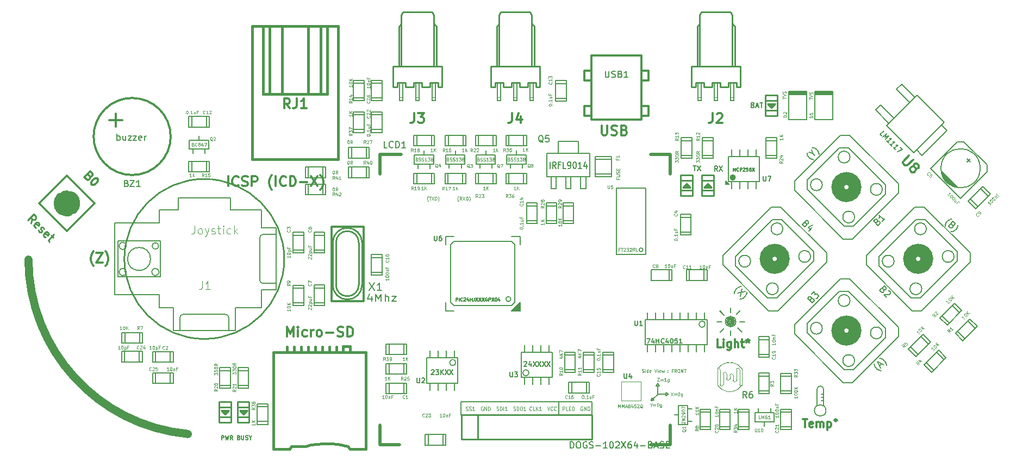
<source format=gbr>
%TF.GenerationSoftware,KiCad,Pcbnew,(5.1.5)-2*%
%TF.CreationDate,2019-12-16T21:25:58-05:00*%
%TF.ProjectId,Game_Cat,47616d65-5f43-4617-942e-6b696361645f,2.8*%
%TF.SameCoordinates,Original*%
%TF.FileFunction,Legend,Top*%
%TF.FilePolarity,Positive*%
%FSLAX46Y46*%
G04 Gerber Fmt 4.6, Leading zero omitted, Abs format (unit mm)*
G04 Created by KiCad (PCBNEW (5.1.5)-2) date 2019-12-16 21:25:58*
%MOMM*%
%LPD*%
G04 APERTURE LIST*
%ADD10C,0.200000*%
%ADD11C,1.270000*%
%ADD12C,0.300000*%
%ADD13C,0.125095*%
%ADD14C,0.119380*%
%ADD15C,2.540000*%
%ADD16C,0.304800*%
%ADD17C,0.150000*%
%ADD18C,2.032000*%
%ADD19C,0.378460*%
%ADD20C,0.127000*%
%ADD21C,0.203200*%
%ADD22C,0.254000*%
%ADD23C,0.066040*%
%ADD24C,0.508000*%
%ADD25C,0.100000*%
%ADD26C,0.381000*%
%ADD27C,0.149860*%
%ADD28C,0.299720*%
%ADD29C,0.317500*%
%ADD30C,0.198120*%
%ADD31C,0.088900*%
%ADD32C,0.099060*%
%ADD33C,0.200660*%
%ADD34C,0.190500*%
%ADD35C,0.125000*%
%ADD36C,0.195580*%
%ADD37C,0.152400*%
G04 APERTURE END LIST*
D10*
X131254500Y-123317000D02*
X131254500Y-121285000D01*
X146481800Y-121310400D02*
X146481800Y-123317000D01*
X151638000Y-121285000D02*
X151638000Y-127127000D01*
X131254500Y-121285000D02*
X151638000Y-121285000D01*
D11*
X63857927Y-99189870D02*
G75*
G03X88681560Y-126344680I27411893J134950D01*
G01*
D10*
X187706000Y-120142000D02*
X187325000Y-120142000D01*
X187706000Y-120650000D02*
X187325000Y-120650000D01*
X187706000Y-121158000D02*
X187325000Y-121158000D01*
X187706000Y-119380000D02*
G75*
G03X186690000Y-119380000I-508000J0D01*
G01*
X187706000Y-121856500D02*
X187706000Y-119380000D01*
X186690000Y-121920000D02*
X186690000Y-119380000D01*
X188087001Y-122682000D02*
G75*
G03X188087001Y-122682000I-898026J0D01*
G01*
X173355000Y-108839000D02*
G75*
G03X173355000Y-108839000I-127000J0D01*
G01*
X173511981Y-108839000D02*
G75*
G03X173511981Y-108839000I-283981J0D01*
G01*
X173685905Y-108839000D02*
G75*
G03X173685905Y-108839000I-457905J0D01*
G01*
X173863000Y-108839000D02*
G75*
G03X173863000Y-108839000I-635000J0D01*
G01*
X174041197Y-108839000D02*
G75*
G03X174041197Y-108839000I-813197J0D01*
G01*
X171577000Y-110490000D02*
X172212000Y-109855000D01*
X174117000Y-107696000D02*
X174752000Y-107061000D01*
X172212000Y-107823000D02*
X171545250Y-107156250D01*
X175006000Y-110490000D02*
X174307500Y-109791500D01*
X172212000Y-107823000D02*
X171577000Y-107188000D01*
X175387000Y-108839000D02*
X174625000Y-108839000D01*
X171831000Y-108839000D02*
X171069000Y-108839000D01*
X173228000Y-110998000D02*
X173228000Y-110236000D01*
X173228000Y-107442000D02*
X173228000Y-106680000D01*
D12*
X171740000Y-112831666D02*
X171146666Y-112831666D01*
X171146666Y-111585666D01*
X172155333Y-112831666D02*
X172155333Y-112001000D01*
X172155333Y-111585666D02*
X172096000Y-111645000D01*
X172155333Y-111704333D01*
X172214666Y-111645000D01*
X172155333Y-111585666D01*
X172155333Y-111704333D01*
X173282666Y-112001000D02*
X173282666Y-113009666D01*
X173223333Y-113128333D01*
X173164000Y-113187666D01*
X173045333Y-113247000D01*
X172867333Y-113247000D01*
X172748666Y-113187666D01*
X173282666Y-112772333D02*
X173164000Y-112831666D01*
X172926666Y-112831666D01*
X172808000Y-112772333D01*
X172748666Y-112713000D01*
X172689333Y-112594333D01*
X172689333Y-112238333D01*
X172748666Y-112119666D01*
X172808000Y-112060333D01*
X172926666Y-112001000D01*
X173164000Y-112001000D01*
X173282666Y-112060333D01*
X173876000Y-112831666D02*
X173876000Y-111585666D01*
X174410000Y-112831666D02*
X174410000Y-112179000D01*
X174350666Y-112060333D01*
X174232000Y-112001000D01*
X174054000Y-112001000D01*
X173935333Y-112060333D01*
X173876000Y-112119666D01*
X174825333Y-112001000D02*
X175300000Y-112001000D01*
X175003333Y-111585666D02*
X175003333Y-112653666D01*
X175062666Y-112772333D01*
X175181333Y-112831666D01*
X175300000Y-112831666D01*
X175893333Y-111585666D02*
X175893333Y-111882333D01*
X175596666Y-111763666D02*
X175893333Y-111882333D01*
X176190000Y-111763666D01*
X175715333Y-112119666D02*
X175893333Y-111882333D01*
X176071333Y-112119666D01*
X184439000Y-124031666D02*
X185151000Y-124031666D01*
X184795000Y-125277666D02*
X184795000Y-124031666D01*
X186041000Y-125218333D02*
X185922333Y-125277666D01*
X185685000Y-125277666D01*
X185566333Y-125218333D01*
X185507000Y-125099666D01*
X185507000Y-124625000D01*
X185566333Y-124506333D01*
X185685000Y-124447000D01*
X185922333Y-124447000D01*
X186041000Y-124506333D01*
X186100333Y-124625000D01*
X186100333Y-124743666D01*
X185507000Y-124862333D01*
X186634333Y-125277666D02*
X186634333Y-124447000D01*
X186634333Y-124565666D02*
X186693666Y-124506333D01*
X186812333Y-124447000D01*
X186990333Y-124447000D01*
X187109000Y-124506333D01*
X187168333Y-124625000D01*
X187168333Y-125277666D01*
X187168333Y-124625000D02*
X187227666Y-124506333D01*
X187346333Y-124447000D01*
X187524333Y-124447000D01*
X187643000Y-124506333D01*
X187702333Y-124625000D01*
X187702333Y-125277666D01*
X188295666Y-124447000D02*
X188295666Y-125693000D01*
X188295666Y-124506333D02*
X188414333Y-124447000D01*
X188651666Y-124447000D01*
X188770333Y-124506333D01*
X188829666Y-124565666D01*
X188889000Y-124684333D01*
X188889000Y-125040333D01*
X188829666Y-125159000D01*
X188770333Y-125218333D01*
X188651666Y-125277666D01*
X188414333Y-125277666D01*
X188295666Y-125218333D01*
X189601000Y-124031666D02*
X189482333Y-124091000D01*
X189423000Y-124209666D01*
X189482333Y-124328333D01*
X189601000Y-124387666D01*
X189719666Y-124328333D01*
X189779000Y-124209666D01*
X189719666Y-124091000D01*
X189601000Y-124031666D01*
D13*
X130849640Y-90110733D02*
X130825450Y-90086542D01*
X130777069Y-90013971D01*
X130752878Y-89965590D01*
X130728688Y-89893019D01*
X130704497Y-89772066D01*
X130704497Y-89675304D01*
X130728688Y-89554352D01*
X130752878Y-89481780D01*
X130777069Y-89433400D01*
X130825450Y-89360828D01*
X130849640Y-89336638D01*
X131333450Y-89917209D02*
X131164116Y-89675304D01*
X131043164Y-89917209D02*
X131043164Y-89409209D01*
X131236688Y-89409209D01*
X131285069Y-89433400D01*
X131309259Y-89457590D01*
X131333450Y-89505971D01*
X131333450Y-89578542D01*
X131309259Y-89626923D01*
X131285069Y-89651114D01*
X131236688Y-89675304D01*
X131043164Y-89675304D01*
X131502783Y-89409209D02*
X131841450Y-89917209D01*
X131841450Y-89409209D02*
X131502783Y-89917209D01*
X132034973Y-89917209D02*
X132034973Y-89409209D01*
X132155926Y-89409209D01*
X132228497Y-89433400D01*
X132276878Y-89481780D01*
X132301069Y-89530161D01*
X132325259Y-89626923D01*
X132325259Y-89699495D01*
X132301069Y-89796257D01*
X132276878Y-89844638D01*
X132228497Y-89893019D01*
X132155926Y-89917209D01*
X132034973Y-89917209D01*
X132494593Y-90110733D02*
X132518783Y-90086542D01*
X132567164Y-90013971D01*
X132591354Y-89965590D01*
X132615545Y-89893019D01*
X132639735Y-89772066D01*
X132639735Y-89675304D01*
X132615545Y-89554352D01*
X132591354Y-89481780D01*
X132567164Y-89433400D01*
X132518783Y-89360828D01*
X132494593Y-89336638D01*
X126119193Y-90085333D02*
X126095002Y-90061142D01*
X126046621Y-89988571D01*
X126022431Y-89940190D01*
X125998240Y-89867619D01*
X125974050Y-89746666D01*
X125974050Y-89649904D01*
X125998240Y-89528952D01*
X126022431Y-89456380D01*
X126046621Y-89408000D01*
X126095002Y-89335428D01*
X126119193Y-89311238D01*
X126240145Y-89383809D02*
X126530431Y-89383809D01*
X126385288Y-89891809D02*
X126385288Y-89383809D01*
X126651383Y-89383809D02*
X126990050Y-89891809D01*
X126990050Y-89383809D02*
X126651383Y-89891809D01*
X127183573Y-89891809D02*
X127183573Y-89383809D01*
X127304526Y-89383809D01*
X127377097Y-89408000D01*
X127425478Y-89456380D01*
X127449669Y-89504761D01*
X127473859Y-89601523D01*
X127473859Y-89674095D01*
X127449669Y-89770857D01*
X127425478Y-89819238D01*
X127377097Y-89867619D01*
X127304526Y-89891809D01*
X127183573Y-89891809D01*
X127643193Y-90085333D02*
X127667383Y-90061142D01*
X127715764Y-89988571D01*
X127739954Y-89940190D01*
X127764145Y-89867619D01*
X127788335Y-89746666D01*
X127788335Y-89649904D01*
X127764145Y-89528952D01*
X127739954Y-89456380D01*
X127715764Y-89408000D01*
X127667383Y-89335428D01*
X127643193Y-89311238D01*
X132008911Y-122685023D02*
X132085111Y-122715261D01*
X132212111Y-122715261D01*
X132262911Y-122685023D01*
X132288311Y-122654785D01*
X132313711Y-122594309D01*
X132313711Y-122533833D01*
X132288311Y-122473357D01*
X132262911Y-122443119D01*
X132212111Y-122412880D01*
X132110511Y-122382642D01*
X132059711Y-122352404D01*
X132034311Y-122322166D01*
X132008911Y-122261690D01*
X132008911Y-122201214D01*
X132034311Y-122140738D01*
X132059711Y-122110500D01*
X132110511Y-122080261D01*
X132237511Y-122080261D01*
X132313711Y-122110500D01*
X132516911Y-122685023D02*
X132593111Y-122715261D01*
X132720111Y-122715261D01*
X132770911Y-122685023D01*
X132796311Y-122654785D01*
X132821711Y-122594309D01*
X132821711Y-122533833D01*
X132796311Y-122473357D01*
X132770911Y-122443119D01*
X132720111Y-122412880D01*
X132618511Y-122382642D01*
X132567711Y-122352404D01*
X132542311Y-122322166D01*
X132516911Y-122261690D01*
X132516911Y-122201214D01*
X132542311Y-122140738D01*
X132567711Y-122110500D01*
X132618511Y-122080261D01*
X132745511Y-122080261D01*
X132821711Y-122110500D01*
X133329711Y-122715261D02*
X133024911Y-122715261D01*
X133177311Y-122715261D02*
X133177311Y-122080261D01*
X133126511Y-122170976D01*
X133075711Y-122231452D01*
X133024911Y-122261690D01*
X134650511Y-122110500D02*
X134599711Y-122080261D01*
X134523511Y-122080261D01*
X134447311Y-122110500D01*
X134396511Y-122170976D01*
X134371111Y-122231452D01*
X134345711Y-122352404D01*
X134345711Y-122443119D01*
X134371111Y-122564071D01*
X134396511Y-122624547D01*
X134447311Y-122685023D01*
X134523511Y-122715261D01*
X134574311Y-122715261D01*
X134650511Y-122685023D01*
X134675911Y-122654785D01*
X134675911Y-122443119D01*
X134574311Y-122443119D01*
X134904511Y-122715261D02*
X134904511Y-122080261D01*
X135209311Y-122715261D01*
X135209311Y-122080261D01*
X135463311Y-122715261D02*
X135463311Y-122080261D01*
X135590311Y-122080261D01*
X135666511Y-122110500D01*
X135717311Y-122170976D01*
X135742711Y-122231452D01*
X135768111Y-122352404D01*
X135768111Y-122443119D01*
X135742711Y-122564071D01*
X135717311Y-122624547D01*
X135666511Y-122685023D01*
X135590311Y-122715261D01*
X135463311Y-122715261D01*
X136784111Y-122685023D02*
X136860311Y-122715261D01*
X136987311Y-122715261D01*
X137038111Y-122685023D01*
X137063511Y-122654785D01*
X137088911Y-122594309D01*
X137088911Y-122533833D01*
X137063511Y-122473357D01*
X137038111Y-122443119D01*
X136987311Y-122412880D01*
X136885711Y-122382642D01*
X136834911Y-122352404D01*
X136809511Y-122322166D01*
X136784111Y-122261690D01*
X136784111Y-122201214D01*
X136809511Y-122140738D01*
X136834911Y-122110500D01*
X136885711Y-122080261D01*
X137012711Y-122080261D01*
X137088911Y-122110500D01*
X137317511Y-122715261D02*
X137317511Y-122080261D01*
X137444511Y-122080261D01*
X137520711Y-122110500D01*
X137571511Y-122170976D01*
X137596911Y-122231452D01*
X137622311Y-122352404D01*
X137622311Y-122443119D01*
X137596911Y-122564071D01*
X137571511Y-122624547D01*
X137520711Y-122685023D01*
X137444511Y-122715261D01*
X137317511Y-122715261D01*
X137850911Y-122715261D02*
X137850911Y-122080261D01*
X138384311Y-122715261D02*
X138079511Y-122715261D01*
X138231911Y-122715261D02*
X138231911Y-122080261D01*
X138181111Y-122170976D01*
X138130311Y-122231452D01*
X138079511Y-122261690D01*
X139400311Y-122685023D02*
X139476511Y-122715261D01*
X139603511Y-122715261D01*
X139654311Y-122685023D01*
X139679711Y-122654785D01*
X139705111Y-122594309D01*
X139705111Y-122533833D01*
X139679711Y-122473357D01*
X139654311Y-122443119D01*
X139603511Y-122412880D01*
X139501911Y-122382642D01*
X139451111Y-122352404D01*
X139425711Y-122322166D01*
X139400311Y-122261690D01*
X139400311Y-122201214D01*
X139425711Y-122140738D01*
X139451111Y-122110500D01*
X139501911Y-122080261D01*
X139628911Y-122080261D01*
X139705111Y-122110500D01*
X139933711Y-122715261D02*
X139933711Y-122080261D01*
X140060711Y-122080261D01*
X140136911Y-122110500D01*
X140187711Y-122170976D01*
X140213111Y-122231452D01*
X140238511Y-122352404D01*
X140238511Y-122443119D01*
X140213111Y-122564071D01*
X140187711Y-122624547D01*
X140136911Y-122685023D01*
X140060711Y-122715261D01*
X139933711Y-122715261D01*
X140568711Y-122080261D02*
X140670311Y-122080261D01*
X140721111Y-122110500D01*
X140771911Y-122170976D01*
X140797311Y-122291928D01*
X140797311Y-122503595D01*
X140771911Y-122624547D01*
X140721111Y-122685023D01*
X140670311Y-122715261D01*
X140568711Y-122715261D01*
X140517911Y-122685023D01*
X140467111Y-122624547D01*
X140441711Y-122503595D01*
X140441711Y-122291928D01*
X140467111Y-122170976D01*
X140517911Y-122110500D01*
X140568711Y-122080261D01*
X141305311Y-122715261D02*
X141000511Y-122715261D01*
X141152911Y-122715261D02*
X141152911Y-122080261D01*
X141102111Y-122170976D01*
X141051311Y-122231452D01*
X141000511Y-122261690D01*
X142245111Y-122654785D02*
X142219711Y-122685023D01*
X142143511Y-122715261D01*
X142092711Y-122715261D01*
X142016511Y-122685023D01*
X141965711Y-122624547D01*
X141940311Y-122564071D01*
X141914911Y-122443119D01*
X141914911Y-122352404D01*
X141940311Y-122231452D01*
X141965711Y-122170976D01*
X142016511Y-122110500D01*
X142092711Y-122080261D01*
X142143511Y-122080261D01*
X142219711Y-122110500D01*
X142245111Y-122140738D01*
X142727711Y-122715261D02*
X142473711Y-122715261D01*
X142473711Y-122080261D01*
X142905511Y-122715261D02*
X142905511Y-122080261D01*
X143210311Y-122715261D02*
X142981711Y-122352404D01*
X143210311Y-122080261D02*
X142905511Y-122443119D01*
X143718311Y-122715261D02*
X143413511Y-122715261D01*
X143565911Y-122715261D02*
X143565911Y-122080261D01*
X143515111Y-122170976D01*
X143464311Y-122231452D01*
X143413511Y-122261690D01*
X144683511Y-122080261D02*
X144861311Y-122715261D01*
X145039111Y-122080261D01*
X145521711Y-122654785D02*
X145496311Y-122685023D01*
X145420111Y-122715261D01*
X145369311Y-122715261D01*
X145293111Y-122685023D01*
X145242311Y-122624547D01*
X145216911Y-122564071D01*
X145191511Y-122443119D01*
X145191511Y-122352404D01*
X145216911Y-122231452D01*
X145242311Y-122170976D01*
X145293111Y-122110500D01*
X145369311Y-122080261D01*
X145420111Y-122080261D01*
X145496311Y-122110500D01*
X145521711Y-122140738D01*
X146055111Y-122654785D02*
X146029711Y-122685023D01*
X145953511Y-122715261D01*
X145902711Y-122715261D01*
X145826511Y-122685023D01*
X145775711Y-122624547D01*
X145750311Y-122564071D01*
X145724911Y-122443119D01*
X145724911Y-122352404D01*
X145750311Y-122231452D01*
X145775711Y-122170976D01*
X145826511Y-122110500D01*
X145902711Y-122080261D01*
X145953511Y-122080261D01*
X146029711Y-122110500D01*
X146055111Y-122140738D01*
X147096511Y-122715261D02*
X147096511Y-122080261D01*
X147299711Y-122080261D01*
X147350511Y-122110500D01*
X147375911Y-122140738D01*
X147401311Y-122201214D01*
X147401311Y-122291928D01*
X147375911Y-122352404D01*
X147350511Y-122382642D01*
X147299711Y-122412880D01*
X147096511Y-122412880D01*
X147883911Y-122715261D02*
X147629911Y-122715261D01*
X147629911Y-122080261D01*
X148061711Y-122382642D02*
X148239511Y-122382642D01*
X148315711Y-122715261D02*
X148061711Y-122715261D01*
X148061711Y-122080261D01*
X148315711Y-122080261D01*
X148544311Y-122715261D02*
X148544311Y-122080261D01*
X148671311Y-122080261D01*
X148747511Y-122110500D01*
X148798311Y-122170976D01*
X148823711Y-122231452D01*
X148849111Y-122352404D01*
X148849111Y-122443119D01*
X148823711Y-122564071D01*
X148798311Y-122624547D01*
X148747511Y-122685023D01*
X148671311Y-122715261D01*
X148544311Y-122715261D01*
X150169911Y-122110500D02*
X150119111Y-122080261D01*
X150042911Y-122080261D01*
X149966711Y-122110500D01*
X149915911Y-122170976D01*
X149890511Y-122231452D01*
X149865111Y-122352404D01*
X149865111Y-122443119D01*
X149890511Y-122564071D01*
X149915911Y-122624547D01*
X149966711Y-122685023D01*
X150042911Y-122715261D01*
X150093711Y-122715261D01*
X150169911Y-122685023D01*
X150195311Y-122654785D01*
X150195311Y-122443119D01*
X150093711Y-122443119D01*
X150423911Y-122715261D02*
X150423911Y-122080261D01*
X150728711Y-122715261D01*
X150728711Y-122080261D01*
X150982711Y-122715261D02*
X150982711Y-122080261D01*
X151109711Y-122080261D01*
X151185911Y-122110500D01*
X151236711Y-122170976D01*
X151262111Y-122231452D01*
X151287511Y-122352404D01*
X151287511Y-122443119D01*
X151262111Y-122564071D01*
X151236711Y-122624547D01*
X151185911Y-122685023D01*
X151109711Y-122715261D01*
X150982711Y-122715261D01*
D10*
X161925000Y-120116600D02*
X161137600Y-120904000D01*
X160931537Y-120740422D02*
X161111143Y-120920027D01*
X160841735Y-121189435D02*
X160931537Y-120740422D01*
X161290748Y-121099632D02*
X160841735Y-121189435D01*
X161111143Y-120920027D02*
X161290748Y-121099632D01*
D14*
X159430478Y-116712334D02*
X159501960Y-116736162D01*
X159621099Y-116736162D01*
X159668754Y-116712334D01*
X159692581Y-116688507D01*
X159716409Y-116640851D01*
X159716409Y-116593196D01*
X159692581Y-116545541D01*
X159668754Y-116521713D01*
X159621099Y-116497886D01*
X159525788Y-116474058D01*
X159478133Y-116450230D01*
X159454305Y-116426403D01*
X159430478Y-116378748D01*
X159430478Y-116331092D01*
X159454305Y-116283437D01*
X159478133Y-116259610D01*
X159525788Y-116235782D01*
X159644926Y-116235782D01*
X159716409Y-116259610D01*
X159930858Y-116736162D02*
X159930858Y-116402575D01*
X159930858Y-116235782D02*
X159907030Y-116259610D01*
X159930858Y-116283437D01*
X159954685Y-116259610D01*
X159930858Y-116235782D01*
X159930858Y-116283437D01*
X160383582Y-116736162D02*
X160383582Y-116235782D01*
X160383582Y-116712334D02*
X160335927Y-116736162D01*
X160240617Y-116736162D01*
X160192961Y-116712334D01*
X160169134Y-116688507D01*
X160145306Y-116640851D01*
X160145306Y-116497886D01*
X160169134Y-116450230D01*
X160192961Y-116426403D01*
X160240617Y-116402575D01*
X160335927Y-116402575D01*
X160383582Y-116426403D01*
X160812480Y-116712334D02*
X160764824Y-116736162D01*
X160669514Y-116736162D01*
X160621859Y-116712334D01*
X160598031Y-116664679D01*
X160598031Y-116474058D01*
X160621859Y-116426403D01*
X160669514Y-116402575D01*
X160764824Y-116402575D01*
X160812480Y-116426403D01*
X160836307Y-116474058D01*
X160836307Y-116521713D01*
X160598031Y-116569369D01*
X161360515Y-116235782D02*
X161527308Y-116736162D01*
X161694101Y-116235782D01*
X161860895Y-116736162D02*
X161860895Y-116402575D01*
X161860895Y-116235782D02*
X161837067Y-116259610D01*
X161860895Y-116283437D01*
X161884722Y-116259610D01*
X161860895Y-116235782D01*
X161860895Y-116283437D01*
X162289792Y-116712334D02*
X162242137Y-116736162D01*
X162146826Y-116736162D01*
X162099171Y-116712334D01*
X162075343Y-116664679D01*
X162075343Y-116474058D01*
X162099171Y-116426403D01*
X162146826Y-116402575D01*
X162242137Y-116402575D01*
X162289792Y-116426403D01*
X162313620Y-116474058D01*
X162313620Y-116521713D01*
X162075343Y-116569369D01*
X162480413Y-116402575D02*
X162575723Y-116736162D01*
X162671034Y-116497886D01*
X162766344Y-116736162D01*
X162861655Y-116402575D01*
X163433518Y-116688507D02*
X163457345Y-116712334D01*
X163433518Y-116736162D01*
X163409690Y-116712334D01*
X163433518Y-116688507D01*
X163433518Y-116736162D01*
X163433518Y-116426403D02*
X163457345Y-116450230D01*
X163433518Y-116474058D01*
X163409690Y-116450230D01*
X163433518Y-116426403D01*
X163433518Y-116474058D01*
X164219829Y-116474058D02*
X164053036Y-116474058D01*
X164053036Y-116736162D02*
X164053036Y-116235782D01*
X164291312Y-116235782D01*
X164767864Y-116736162D02*
X164601071Y-116497886D01*
X164481933Y-116736162D02*
X164481933Y-116235782D01*
X164672554Y-116235782D01*
X164720209Y-116259610D01*
X164744037Y-116283437D01*
X164767864Y-116331092D01*
X164767864Y-116402575D01*
X164744037Y-116450230D01*
X164720209Y-116474058D01*
X164672554Y-116497886D01*
X164481933Y-116497886D01*
X165077623Y-116235782D02*
X165172934Y-116235782D01*
X165220589Y-116259610D01*
X165268244Y-116307265D01*
X165292072Y-116402575D01*
X165292072Y-116569369D01*
X165268244Y-116664679D01*
X165220589Y-116712334D01*
X165172934Y-116736162D01*
X165077623Y-116736162D01*
X165029968Y-116712334D01*
X164982313Y-116664679D01*
X164958485Y-116569369D01*
X164958485Y-116402575D01*
X164982313Y-116307265D01*
X165029968Y-116259610D01*
X165077623Y-116235782D01*
X165506520Y-116736162D02*
X165506520Y-116235782D01*
X165792452Y-116736162D01*
X165792452Y-116235782D01*
X165959245Y-116235782D02*
X166245177Y-116235782D01*
X166102211Y-116736162D02*
X166102211Y-116235782D01*
X160820402Y-121806486D02*
X160820402Y-122044762D01*
X160653609Y-121544382D02*
X160820402Y-121806486D01*
X160987195Y-121544382D01*
X161153989Y-121782658D02*
X161535230Y-121782658D01*
X161535230Y-121925624D02*
X161153989Y-121925624D01*
X161868817Y-121544382D02*
X161916472Y-121544382D01*
X161964128Y-121568210D01*
X161987955Y-121592037D01*
X162011783Y-121639692D01*
X162035610Y-121735003D01*
X162035610Y-121854141D01*
X162011783Y-121949451D01*
X161987955Y-121997107D01*
X161964128Y-122020934D01*
X161916472Y-122044762D01*
X161868817Y-122044762D01*
X161821162Y-122020934D01*
X161797334Y-121997107D01*
X161773507Y-121949451D01*
X161749679Y-121854141D01*
X161749679Y-121735003D01*
X161773507Y-121639692D01*
X161797334Y-121592037D01*
X161821162Y-121568210D01*
X161868817Y-121544382D01*
X162464508Y-121711175D02*
X162464508Y-122116245D01*
X162440680Y-122163900D01*
X162416852Y-122187728D01*
X162369197Y-122211555D01*
X162297714Y-122211555D01*
X162250059Y-122187728D01*
X162464508Y-122020934D02*
X162416852Y-122044762D01*
X162321542Y-122044762D01*
X162273887Y-122020934D01*
X162250059Y-121997107D01*
X162226231Y-121949451D01*
X162226231Y-121806486D01*
X162250059Y-121758830D01*
X162273887Y-121735003D01*
X162321542Y-121711175D01*
X162416852Y-121711175D01*
X162464508Y-121735003D01*
X161796609Y-117632782D02*
X162130195Y-117632782D01*
X161796609Y-118133162D01*
X162130195Y-118133162D01*
X162320816Y-117871058D02*
X162702058Y-117871058D01*
X162702058Y-118014024D02*
X162320816Y-118014024D01*
X163202438Y-118133162D02*
X162916507Y-118133162D01*
X163059472Y-118133162D02*
X163059472Y-117632782D01*
X163011817Y-117704265D01*
X162964162Y-117751920D01*
X162916507Y-117775748D01*
X163631335Y-117799575D02*
X163631335Y-118204645D01*
X163607508Y-118252300D01*
X163583680Y-118276128D01*
X163536025Y-118299955D01*
X163464542Y-118299955D01*
X163416887Y-118276128D01*
X163631335Y-118109334D02*
X163583680Y-118133162D01*
X163488370Y-118133162D01*
X163440714Y-118109334D01*
X163416887Y-118085507D01*
X163393059Y-118037851D01*
X163393059Y-117894886D01*
X163416887Y-117847230D01*
X163440714Y-117823403D01*
X163488370Y-117799575D01*
X163583680Y-117799575D01*
X163631335Y-117823403D01*
X163892109Y-119855282D02*
X164225695Y-120355662D01*
X164225695Y-119855282D02*
X163892109Y-120355662D01*
X164416316Y-120093558D02*
X164797558Y-120093558D01*
X164797558Y-120236524D02*
X164416316Y-120236524D01*
X165131145Y-119855282D02*
X165178800Y-119855282D01*
X165226455Y-119879110D01*
X165250283Y-119902937D01*
X165274110Y-119950592D01*
X165297938Y-120045903D01*
X165297938Y-120165041D01*
X165274110Y-120260351D01*
X165250283Y-120308007D01*
X165226455Y-120331834D01*
X165178800Y-120355662D01*
X165131145Y-120355662D01*
X165083490Y-120331834D01*
X165059662Y-120308007D01*
X165035834Y-120260351D01*
X165012007Y-120165041D01*
X165012007Y-120045903D01*
X165035834Y-119950592D01*
X165059662Y-119902937D01*
X165083490Y-119879110D01*
X165131145Y-119855282D01*
X165726835Y-120022075D02*
X165726835Y-120427145D01*
X165703008Y-120474800D01*
X165679180Y-120498628D01*
X165631525Y-120522455D01*
X165560042Y-120522455D01*
X165512387Y-120498628D01*
X165726835Y-120331834D02*
X165679180Y-120355662D01*
X165583870Y-120355662D01*
X165536214Y-120331834D01*
X165512387Y-120308007D01*
X165488559Y-120260351D01*
X165488559Y-120117386D01*
X165512387Y-120069730D01*
X165536214Y-120045903D01*
X165583870Y-120022075D01*
X165679180Y-120022075D01*
X165726835Y-120045903D01*
D10*
X162166300Y-118859300D02*
X161912300Y-118859300D01*
X161912300Y-118478300D02*
X162166300Y-118859300D01*
X161658300Y-118859300D02*
X161912300Y-118478300D01*
X161912300Y-118859300D02*
X161658300Y-118859300D01*
X163182300Y-120383300D02*
X163182300Y-119875300D01*
X163563300Y-120129300D02*
X163182300Y-120383300D01*
X163182300Y-119875300D02*
X163563300Y-120129300D01*
X163182300Y-120129300D02*
X163182300Y-119875300D01*
X161912300Y-120129300D02*
X163182300Y-120129300D01*
X161912300Y-118859300D02*
X161912300Y-120129300D01*
D12*
X74001428Y-100183000D02*
X73930000Y-100111571D01*
X73787142Y-99897285D01*
X73715714Y-99754428D01*
X73644285Y-99540142D01*
X73572857Y-99183000D01*
X73572857Y-98897285D01*
X73644285Y-98540142D01*
X73715714Y-98325857D01*
X73787142Y-98183000D01*
X73930000Y-97968714D01*
X74001428Y-97897285D01*
X74430000Y-98111571D02*
X75430000Y-98111571D01*
X74430000Y-99611571D01*
X75430000Y-99611571D01*
X75858571Y-100183000D02*
X75930000Y-100111571D01*
X76072857Y-99897285D01*
X76144285Y-99754428D01*
X76215714Y-99540142D01*
X76287142Y-99183000D01*
X76287142Y-98897285D01*
X76215714Y-98540142D01*
X76144285Y-98325857D01*
X76072857Y-98183000D01*
X75930000Y-97968714D01*
X75858571Y-97897285D01*
D15*
%TO.C,B0*%
X70653218Y-90424000D02*
G75*
G03X70653218Y-90424000I-803218J0D01*
G01*
D16*
X74160523Y-90424000D02*
X69850000Y-94734523D01*
X69850000Y-86113477D02*
X74160523Y-90424000D01*
X65539477Y-90424000D02*
X69850000Y-86113477D01*
X69850000Y-94734523D02*
X65539477Y-90424000D01*
D17*
%TO.C,B1*%
X199344231Y-87345185D02*
X199344231Y-88782026D01*
X191621210Y-81777426D02*
X190184369Y-81777426D01*
X197368574Y-87524790D02*
X191621210Y-81777426D01*
X185155426Y-86806369D02*
X190184369Y-81777426D01*
X185155426Y-88243210D02*
X185155426Y-86806369D01*
X185155426Y-88243210D02*
X190902790Y-93990574D01*
X192339631Y-93990574D02*
X190902790Y-93990574D01*
X192519236Y-93810969D02*
X192339631Y-93990574D01*
X197368574Y-88961631D02*
X192519236Y-93810969D01*
X197368574Y-87524790D02*
X197368574Y-88961631D01*
X196847542Y-88243210D02*
G75*
G03X196847542Y-88243210I-915809J0D01*
G01*
X192537019Y-92553733D02*
G75*
G03X192537019Y-92553733I-915809J0D01*
G01*
X191818599Y-83214267D02*
G75*
G03X191818599Y-83214267I-915809J0D01*
G01*
X187508076Y-87524790D02*
G75*
G03X187508076Y-87524790I-915809J0D01*
G01*
D18*
X192595500Y-87884000D02*
G75*
G03X192595500Y-87884000I-1333500J0D01*
G01*
D17*
X190723185Y-95966231D02*
X192160026Y-95966231D01*
X199344231Y-88782026D02*
X192160026Y-95966231D01*
X190363974Y-79801769D02*
X191800815Y-79801769D01*
X199344231Y-87345185D02*
X191800815Y-79801769D01*
X183179769Y-86985974D02*
X183179769Y-88422815D01*
X190363974Y-79801769D02*
X183179769Y-86985974D01*
X183179769Y-88422815D02*
X190723185Y-95966231D01*
%TO.C,B2*%
X202976815Y-107142231D02*
X201539974Y-107142231D01*
X208544574Y-99419210D02*
X208544574Y-97982369D01*
X202797210Y-105166574D02*
X208544574Y-99419210D01*
X203515631Y-92953426D02*
X208544574Y-97982369D01*
X202078790Y-92953426D02*
X203515631Y-92953426D01*
X202078790Y-92953426D02*
X196331426Y-98700790D01*
X196331426Y-100137631D02*
X196331426Y-98700790D01*
X196511031Y-100317236D02*
X196331426Y-100137631D01*
X201360369Y-105166574D02*
X196511031Y-100317236D01*
X202797210Y-105166574D02*
X201360369Y-105166574D01*
X202994599Y-103729733D02*
G75*
G03X202994599Y-103729733I-915809J0D01*
G01*
X198684076Y-99419210D02*
G75*
G03X198684076Y-99419210I-915809J0D01*
G01*
X208023542Y-98700790D02*
G75*
G03X208023542Y-98700790I-915809J0D01*
G01*
X203713019Y-94390267D02*
G75*
G03X203713019Y-94390267I-915809J0D01*
G01*
D18*
X203771500Y-99060000D02*
G75*
G03X203771500Y-99060000I-1333500J0D01*
G01*
D17*
X194355769Y-98521185D02*
X194355769Y-99958026D01*
X201539974Y-107142231D02*
X194355769Y-99958026D01*
X210520231Y-98161974D02*
X210520231Y-99598815D01*
X202976815Y-107142231D02*
X210520231Y-99598815D01*
X203336026Y-90977769D02*
X201899185Y-90977769D01*
X210520231Y-98161974D02*
X203336026Y-90977769D01*
X201899185Y-90977769D02*
X194355769Y-98521185D01*
%TO.C,B3*%
X183179769Y-110774815D02*
X183179769Y-109337974D01*
X190902790Y-116342574D02*
X192339631Y-116342574D01*
X185155426Y-110595210D02*
X190902790Y-116342574D01*
X197368574Y-111313631D02*
X192339631Y-116342574D01*
X197368574Y-109876790D02*
X197368574Y-111313631D01*
X197368574Y-109876790D02*
X191621210Y-104129426D01*
X190184369Y-104129426D02*
X191621210Y-104129426D01*
X190004764Y-104309031D02*
X190184369Y-104129426D01*
X185155426Y-109158369D02*
X190004764Y-104309031D01*
X185155426Y-110595210D02*
X185155426Y-109158369D01*
X187508076Y-109876790D02*
G75*
G03X187508076Y-109876790I-915809J0D01*
G01*
X191818599Y-105566267D02*
G75*
G03X191818599Y-105566267I-915809J0D01*
G01*
X192537019Y-114905733D02*
G75*
G03X192537019Y-114905733I-915809J0D01*
G01*
X196847542Y-110595210D02*
G75*
G03X196847542Y-110595210I-915809J0D01*
G01*
D18*
X192595500Y-110236000D02*
G75*
G03X192595500Y-110236000I-1333500J0D01*
G01*
D17*
X191800815Y-102153769D02*
X190363974Y-102153769D01*
X183179769Y-109337974D02*
X190363974Y-102153769D01*
X192160026Y-118318231D02*
X190723185Y-118318231D01*
X183179769Y-110774815D02*
X190723185Y-118318231D01*
X199344231Y-111134026D02*
X199344231Y-109697185D01*
X192160026Y-118318231D02*
X199344231Y-111134026D01*
X199344231Y-109697185D02*
X191800815Y-102153769D01*
%TO.C,B4*%
X179547185Y-90977769D02*
X180984026Y-90977769D01*
X173979426Y-98700790D02*
X173979426Y-100137631D01*
X179726790Y-92953426D02*
X173979426Y-98700790D01*
X179008369Y-105166574D02*
X173979426Y-100137631D01*
X180445210Y-105166574D02*
X179008369Y-105166574D01*
X180445210Y-105166574D02*
X186192574Y-99419210D01*
X186192574Y-97982369D02*
X186192574Y-99419210D01*
X186012969Y-97802764D02*
X186192574Y-97982369D01*
X181163631Y-92953426D02*
X186012969Y-97802764D01*
X179726790Y-92953426D02*
X181163631Y-92953426D01*
X181361019Y-94390267D02*
G75*
G03X181361019Y-94390267I-915809J0D01*
G01*
X185671542Y-98700790D02*
G75*
G03X185671542Y-98700790I-915809J0D01*
G01*
X176332076Y-99419210D02*
G75*
G03X176332076Y-99419210I-915809J0D01*
G01*
X180642599Y-103729733D02*
G75*
G03X180642599Y-103729733I-915809J0D01*
G01*
D18*
X181419500Y-99060000D02*
G75*
G03X181419500Y-99060000I-1333500J0D01*
G01*
D17*
X188168231Y-99598815D02*
X188168231Y-98161974D01*
X180984026Y-90977769D02*
X188168231Y-98161974D01*
X172003769Y-99958026D02*
X172003769Y-98521185D01*
X179547185Y-90977769D02*
X172003769Y-98521185D01*
X179187974Y-107142231D02*
X180624815Y-107142231D01*
X172003769Y-99958026D02*
X179187974Y-107142231D01*
X180624815Y-107142231D02*
X188168231Y-99598815D01*
D19*
%TO.C,BZ1*%
X86010000Y-80010000D02*
G75*
G03X86010000Y-80010000I-6000000J0D01*
G01*
X78470000Y-77490000D02*
X76470000Y-77490000D01*
X77470000Y-78490000D02*
X77470000Y-76490000D01*
D20*
%TO.C,C1*%
X119557800Y-120065800D02*
X122758200Y-120065800D01*
X119557800Y-118440200D02*
X119557800Y-120065800D01*
X122758200Y-118440200D02*
X119557800Y-118440200D01*
X122758200Y-120065800D02*
X122758200Y-118440200D01*
X122301000Y-120065800D02*
X122301000Y-118440200D01*
X120015000Y-118440200D02*
X120015000Y-120065800D01*
%TO.C,C2*%
X85953600Y-115125500D02*
X85953600Y-113499900D01*
X83667600Y-113499900D02*
X83667600Y-115125500D01*
X83210400Y-113499900D02*
X83210400Y-115125500D01*
X83210400Y-115125500D02*
X86410800Y-115125500D01*
X86410800Y-115125500D02*
X86410800Y-113499900D01*
X86410800Y-113499900D02*
X83210400Y-113499900D01*
%TO.C,C3*%
X105105200Y-97663000D02*
X106730800Y-97663000D01*
X106730800Y-95377000D02*
X105105200Y-95377000D01*
X106730800Y-94919800D02*
X105105200Y-94919800D01*
X105105200Y-94919800D02*
X105105200Y-98120200D01*
X105105200Y-98120200D02*
X106730800Y-98120200D01*
X106730800Y-98120200D02*
X106730800Y-94919800D01*
%TO.C,C4*%
X165437200Y-94893000D02*
X167062800Y-94893000D01*
X167062800Y-92607000D02*
X165437200Y-92607000D01*
X167062800Y-92149800D02*
X165437200Y-92149800D01*
X165437200Y-92149800D02*
X165437200Y-95350200D01*
X165437200Y-95350200D02*
X167062800Y-95350200D01*
X167062800Y-95350200D02*
X167062800Y-92149800D01*
%TO.C,C5*%
X210029828Y-83436356D02*
X210568644Y-83975172D01*
X210568644Y-83436356D02*
X210029828Y-83975172D01*
X208503185Y-80832082D02*
X204372267Y-84963000D01*
X209580815Y-80832082D02*
X208503185Y-80832082D01*
X213172918Y-84424185D02*
X209580815Y-80832082D01*
X213172918Y-85501815D02*
X213172918Y-84424185D01*
X209042000Y-89632733D02*
X213172918Y-85501815D01*
X204372267Y-84963000D02*
X209042000Y-89632733D01*
X212089999Y-84963000D02*
G75*
G03X212089999Y-84963000I-3047999J0D01*
G01*
X206078515Y-85412013D02*
X208592987Y-87926485D01*
X208413382Y-87926485D02*
X206078515Y-85591618D01*
X206168318Y-85861026D02*
X208143974Y-87836682D01*
X207874567Y-87746879D02*
X206258121Y-86130433D01*
X206437726Y-86489644D02*
X207515356Y-87567274D01*
%TO.C,C6*%
X109982000Y-95402400D02*
X108356400Y-95402400D01*
X108356400Y-97688400D02*
X109982000Y-97688400D01*
X108356400Y-98145600D02*
X109982000Y-98145600D01*
X109982000Y-98145600D02*
X109982000Y-94945200D01*
X109982000Y-94945200D02*
X108356400Y-94945200D01*
X108356400Y-94945200D02*
X108356400Y-98145600D01*
%TO.C,C7*%
X109982000Y-106349800D02*
X109982000Y-103149400D01*
X108356400Y-106349800D02*
X109982000Y-106349800D01*
X108356400Y-103149400D02*
X108356400Y-106349800D01*
X109982000Y-103149400D02*
X108356400Y-103149400D01*
X109982000Y-103606600D02*
X108356400Y-103606600D01*
X108356400Y-105892600D02*
X109982000Y-105892600D01*
%TO.C,C8*%
X164100200Y-100787200D02*
X160899800Y-100787200D01*
X164100200Y-102412800D02*
X164100200Y-100787200D01*
X160899800Y-102412800D02*
X164100200Y-102412800D01*
X160899800Y-100787200D02*
X160899800Y-102412800D01*
X163643000Y-102412800D02*
X163643000Y-100787200D01*
%TO.C,C9*%
X213345959Y-89301513D02*
X212196487Y-88152041D01*
X210580041Y-89768487D02*
X211729513Y-90917959D01*
X210256751Y-90091776D02*
X211406224Y-91241249D01*
X211406224Y-91241249D02*
X213669249Y-88978224D01*
X213669249Y-88978224D02*
X212519776Y-87828751D01*
X212519776Y-87828751D02*
X210256751Y-90091776D01*
%TO.C,C10*%
X118922800Y-98869500D02*
X117297200Y-98869500D01*
X117297200Y-101155500D02*
X118922800Y-101155500D01*
X117297200Y-101612700D02*
X118922800Y-101612700D01*
X118922800Y-101612700D02*
X118922800Y-98412300D01*
X118922800Y-98412300D02*
X117297200Y-98412300D01*
X117297200Y-98412300D02*
X117297200Y-101612700D01*
%TO.C,C11*%
X169557700Y-100787200D02*
X166357300Y-100787200D01*
X169557700Y-102412800D02*
X169557700Y-100787200D01*
X166357300Y-102412800D02*
X169557700Y-102412800D01*
X166357300Y-100787200D02*
X166357300Y-102412800D01*
X166814500Y-100787200D02*
X166814500Y-102412800D01*
X169100500Y-102412800D02*
X169100500Y-100787200D01*
%TO.C,C12*%
X89281000Y-76911200D02*
X89281000Y-78536800D01*
X91567000Y-78536800D02*
X91567000Y-76911200D01*
X92024200Y-78536800D02*
X92024200Y-76911200D01*
X92024200Y-76911200D02*
X88823800Y-76911200D01*
X88823800Y-76911200D02*
X88823800Y-78536800D01*
X88823800Y-78536800D02*
X92024200Y-78536800D01*
%TO.C,C13*%
X147624800Y-74498200D02*
X147624800Y-71297800D01*
X145999200Y-74498200D02*
X147624800Y-74498200D01*
X145999200Y-71297800D02*
X145999200Y-74498200D01*
X147624800Y-71297800D02*
X145999200Y-71297800D01*
X147624800Y-71755000D02*
X145999200Y-71755000D01*
X145999200Y-74041000D02*
X147624800Y-74041000D01*
%TO.C,C14*%
X141478000Y-93091000D02*
X143103600Y-93091000D01*
X143103600Y-90805000D02*
X141478000Y-90805000D01*
X143103600Y-90347800D02*
X141478000Y-90347800D01*
X141478000Y-90347800D02*
X141478000Y-93548200D01*
X141478000Y-93548200D02*
X143103600Y-93548200D01*
X143103600Y-93548200D02*
X143103600Y-90347800D01*
%TO.C,C15*%
X154990800Y-116789200D02*
X154990800Y-113588800D01*
X153365200Y-116789200D02*
X154990800Y-116789200D01*
X153365200Y-113588800D02*
X153365200Y-116789200D01*
X154990800Y-113588800D02*
X153365200Y-113588800D01*
X154990800Y-114046000D02*
X153365200Y-114046000D01*
X153365200Y-116332000D02*
X154990800Y-116332000D01*
%TO.C,C16*%
X151206200Y-118313200D02*
X148005800Y-118313200D01*
X151206200Y-119938800D02*
X151206200Y-118313200D01*
X148005800Y-119938800D02*
X151206200Y-119938800D01*
X148005800Y-118313200D02*
X148005800Y-119938800D01*
X148463000Y-118313200D02*
X148463000Y-119938800D01*
X150749000Y-119938800D02*
X150749000Y-118313200D01*
%TO.C,C19*%
X179247800Y-114376200D02*
X179247800Y-111175800D01*
X177622200Y-114376200D02*
X179247800Y-114376200D01*
X177622200Y-111175800D02*
X177622200Y-114376200D01*
X179247800Y-111175800D02*
X177622200Y-111175800D01*
X179247800Y-111633000D02*
X177622200Y-111633000D01*
X177622200Y-113919000D02*
X179247800Y-113919000D01*
%TO.C,C20*%
X171526200Y-122478800D02*
X171526200Y-125679200D01*
X173151800Y-122478800D02*
X171526200Y-122478800D01*
X173151800Y-125679200D02*
X173151800Y-122478800D01*
X171526200Y-125679200D02*
X173151800Y-125679200D01*
X171526200Y-125222000D02*
X173151800Y-125222000D01*
X173151800Y-122936000D02*
X171526200Y-122936000D01*
%TO.C,C21*%
X182676800Y-122936000D02*
X181051200Y-122936000D01*
X181051200Y-125222000D02*
X182676800Y-125222000D01*
X181051200Y-125679200D02*
X182676800Y-125679200D01*
X182676800Y-125679200D02*
X182676800Y-122478800D01*
X182676800Y-122478800D02*
X181051200Y-122478800D01*
X181051200Y-122478800D02*
X181051200Y-125679200D01*
%TO.C,C22*%
X117297200Y-76200000D02*
X117297200Y-79400400D01*
X118922800Y-76200000D02*
X117297200Y-76200000D01*
X118922800Y-79400400D02*
X118922800Y-76200000D01*
X117297200Y-79400400D02*
X118922800Y-79400400D01*
X117297200Y-78943200D02*
X118922800Y-78943200D01*
X118922800Y-76657200D02*
X117297200Y-76657200D01*
%TO.C,C23*%
X128854200Y-126441200D02*
X125653800Y-126441200D01*
X128854200Y-128066800D02*
X128854200Y-126441200D01*
X125653800Y-128066800D02*
X128854200Y-128066800D01*
X125653800Y-126441200D02*
X125653800Y-128066800D01*
X126111000Y-126441200D02*
X126111000Y-128066800D01*
X128397000Y-128066800D02*
X128397000Y-126441200D01*
%TO.C,C24*%
X78854300Y-113487200D02*
X78854300Y-115112800D01*
X81140300Y-115112800D02*
X81140300Y-113487200D01*
X81597500Y-115112800D02*
X81597500Y-113487200D01*
X81597500Y-113487200D02*
X78397100Y-113487200D01*
X78397100Y-113487200D02*
X78397100Y-115112800D01*
X78397100Y-115112800D02*
X81597500Y-115112800D01*
%TO.C,C25*%
X86410800Y-116840000D02*
X83210400Y-116840000D01*
X86410800Y-118465600D02*
X86410800Y-116840000D01*
X83210400Y-118465600D02*
X86410800Y-118465600D01*
X83210400Y-116840000D02*
X83210400Y-118465600D01*
X83667600Y-116840000D02*
X83667600Y-118465600D01*
X85953600Y-118465600D02*
X85953600Y-116840000D01*
%TO.C,C26*%
X118922800Y-71704200D02*
X117297200Y-71704200D01*
X117297200Y-73990200D02*
X118922800Y-73990200D01*
X117297200Y-74447400D02*
X118922800Y-74447400D01*
X118922800Y-74447400D02*
X118922800Y-71247000D01*
X118922800Y-71247000D02*
X117297200Y-71247000D01*
X117297200Y-71247000D02*
X117297200Y-74447400D01*
%TO.C,D1*%
X189105540Y-72984360D02*
X186306460Y-72984360D01*
X189105540Y-77383640D02*
X189105540Y-72984360D01*
X186306460Y-77383640D02*
X189105540Y-77383640D01*
X186306460Y-72984360D02*
X186306460Y-77383640D01*
X186306460Y-73484740D02*
X189105540Y-73484740D01*
X186306460Y-73383140D02*
X189105540Y-73383140D01*
X189105540Y-73284080D02*
X186306460Y-73284080D01*
X186306460Y-73185020D02*
X189105540Y-73185020D01*
X189105540Y-73083420D02*
X186306460Y-73083420D01*
%TO.C,D2*%
X185041540Y-73083420D02*
X182242460Y-73083420D01*
X182242460Y-73185020D02*
X185041540Y-73185020D01*
X185041540Y-73284080D02*
X182242460Y-73284080D01*
X182242460Y-73383140D02*
X185041540Y-73383140D01*
X182242460Y-73484740D02*
X185041540Y-73484740D01*
X182242460Y-72984360D02*
X182242460Y-77383640D01*
X182242460Y-77383640D02*
X185041540Y-77383640D01*
X185041540Y-77383640D02*
X185041540Y-72984360D01*
X185041540Y-72984360D02*
X182242460Y-72984360D01*
%TO.C,F1*%
X152171400Y-83108800D02*
X152171400Y-86309200D01*
X154660600Y-86309200D02*
X154660600Y-83108800D01*
X154660600Y-85852000D02*
X152171400Y-85852000D01*
X152171400Y-83566000D02*
X154660600Y-83566000D01*
X154660600Y-83108800D02*
X152171400Y-83108800D01*
X152171400Y-86309200D02*
X154660600Y-86309200D01*
D21*
%TO.C,J1*%
X96075500Y-106705400D02*
X100139500Y-106705400D01*
X86423500Y-106705400D02*
X84264500Y-106705400D01*
X86423500Y-110261400D02*
X96075500Y-110261400D01*
X96075500Y-106705400D02*
X96075500Y-110261400D01*
X86423500Y-106705400D02*
X86423500Y-110261400D01*
X77279500Y-104673400D02*
X84264500Y-104673400D01*
X77279500Y-93497400D02*
X84264500Y-93497400D01*
X84264500Y-104673400D02*
X84264500Y-106705400D01*
X84264500Y-91465400D02*
X84264500Y-93497400D01*
X95313500Y-91465400D02*
X95313500Y-89560400D01*
X87185500Y-91465400D02*
X87185500Y-89560400D01*
X95313500Y-91465400D02*
X100139500Y-91465400D01*
X87185500Y-91465400D02*
X84264500Y-91465400D01*
X87185500Y-89560400D02*
X95313500Y-89560400D01*
X100139500Y-103911400D02*
X100139500Y-106705400D01*
X100139500Y-94259400D02*
X100139500Y-91465400D01*
X102425500Y-94259400D02*
X102425500Y-103911400D01*
X77279500Y-93497400D02*
X77279500Y-104673400D01*
D17*
X77787500Y-96291400D02*
X77787500Y-101879400D01*
X84391500Y-96291400D02*
X77787500Y-96291400D01*
X84391500Y-101879400D02*
X84391500Y-96291400D01*
X77787500Y-101879400D02*
X84391500Y-101879400D01*
X82885551Y-99085400D02*
G75*
G03X82885551Y-99085400I-1796051J0D01*
G01*
X79117461Y-101117400D02*
G75*
G03X79117461Y-101117400I-567961J0D01*
G01*
X84197461Y-101117400D02*
G75*
G03X84197461Y-101117400I-567961J0D01*
G01*
X84137500Y-97053400D02*
G75*
G03X84137500Y-97053400I-508000J0D01*
G01*
X79117461Y-97053400D02*
G75*
G03X79117461Y-97053400I-567961J0D01*
G01*
X87439500Y-110261400D02*
X87439500Y-108229400D01*
X95059500Y-110261400D02*
X95059500Y-108229400D01*
X87947500Y-107721400D02*
G75*
G03X87439500Y-108229400I0J-508000D01*
G01*
X95059500Y-108229400D02*
G75*
G03X94551500Y-107721400I-508000J0D01*
G01*
X94551500Y-107721400D02*
X87947500Y-107721400D01*
X100139500Y-103911400D02*
X102425500Y-103911400D01*
X100139500Y-94259400D02*
X102425500Y-94259400D01*
X102425500Y-102895400D02*
X100393500Y-102895400D01*
X102425500Y-95275400D02*
X100393500Y-95275400D01*
X99885500Y-102387400D02*
G75*
G03X100393500Y-102895400I508000J0D01*
G01*
X100393500Y-95275400D02*
G75*
G03X99885500Y-95783400I0J-508000D01*
G01*
X99885500Y-95783400D02*
X99885500Y-102387400D01*
D22*
X103705863Y-99085400D02*
G75*
G03X103705863Y-99085400I-12456363J0D01*
G01*
D20*
%TO.C,J2*%
X168021000Y-62865000D02*
X168353740Y-62509400D01*
X168021000Y-69088000D02*
X168021000Y-62865000D01*
X173863000Y-62865000D02*
X173530260Y-62509400D01*
X173863000Y-69088000D02*
X173863000Y-62865000D01*
X170942000Y-69088000D02*
X171323000Y-69088000D01*
X173228000Y-60579000D02*
X172161200Y-60579000D01*
X173482000Y-61087000D02*
X173228000Y-60579000D01*
X173482000Y-69088000D02*
X173482000Y-61087000D01*
X168656000Y-60579000D02*
X172262800Y-60579000D01*
X168402000Y-61087000D02*
X168656000Y-60579000D01*
X168402000Y-69088000D02*
X168402000Y-61087000D01*
X168402000Y-69088000D02*
X167132000Y-69088000D01*
X173863000Y-69088000D02*
X168402000Y-69088000D01*
X174752000Y-69088000D02*
X173863000Y-69088000D01*
X174752000Y-72263000D02*
X174752000Y-69088000D01*
X174117000Y-72263000D02*
X174752000Y-72263000D01*
X174117000Y-71628000D02*
X174117000Y-72263000D01*
X172847000Y-71628000D02*
X174117000Y-71628000D01*
X172847000Y-72263000D02*
X172847000Y-71628000D01*
X171577000Y-72263000D02*
X172847000Y-72263000D01*
X171577000Y-71628000D02*
X171577000Y-72263000D01*
X170307000Y-71628000D02*
X171577000Y-71628000D01*
X170307000Y-72263000D02*
X170307000Y-71628000D01*
X169037000Y-72263000D02*
X170307000Y-72263000D01*
X169037000Y-71628000D02*
X169037000Y-72263000D01*
X167767000Y-71628000D02*
X169037000Y-71628000D01*
X167767000Y-72263000D02*
X167767000Y-71628000D01*
X167132000Y-72263000D02*
X167767000Y-72263000D01*
X167132000Y-69088000D02*
X167132000Y-72263000D01*
X173228000Y-73888600D02*
X173228000Y-71653400D01*
D23*
X173228000Y-71653400D02*
X173736000Y-71653400D01*
X173736000Y-73888600D02*
X173736000Y-71653400D01*
X173228000Y-73888600D02*
X173736000Y-73888600D01*
X170688000Y-73888600D02*
X170688000Y-71653400D01*
X170688000Y-71653400D02*
X171196000Y-71653400D01*
X171196000Y-73888600D02*
X171196000Y-71653400D01*
X170688000Y-73888600D02*
X171196000Y-73888600D01*
X168148000Y-73888600D02*
X168148000Y-71653400D01*
X168148000Y-71653400D02*
X168656000Y-71653400D01*
X168656000Y-73888600D02*
X168656000Y-71653400D01*
X168148000Y-73888600D02*
X168656000Y-73888600D01*
X173228000Y-74422000D02*
X173228000Y-73914000D01*
X173228000Y-73914000D02*
X173736000Y-73914000D01*
X173736000Y-74422000D02*
X173736000Y-73914000D01*
X173228000Y-74422000D02*
X173736000Y-74422000D01*
X170688000Y-74422000D02*
X170688000Y-73914000D01*
X170688000Y-73914000D02*
X171196000Y-73914000D01*
X171196000Y-74422000D02*
X171196000Y-73914000D01*
X170688000Y-74422000D02*
X171196000Y-74422000D01*
X168148000Y-74422000D02*
X168148000Y-73914000D01*
X168148000Y-73914000D02*
X168656000Y-73914000D01*
X168656000Y-74422000D02*
X168656000Y-73914000D01*
X168148000Y-74422000D02*
X168656000Y-74422000D01*
D20*
X168148000Y-74422000D02*
X168656000Y-74422000D01*
X168656000Y-74422000D02*
X168656000Y-73914000D01*
D23*
X168148000Y-73914000D02*
X168656000Y-73914000D01*
D20*
X168148000Y-74422000D02*
X168148000Y-73914000D01*
X170688000Y-74422000D02*
X171196000Y-74422000D01*
X171196000Y-74422000D02*
X171196000Y-73914000D01*
D23*
X170688000Y-73914000D02*
X171196000Y-73914000D01*
D20*
X170688000Y-74422000D02*
X170688000Y-73914000D01*
X173228000Y-74422000D02*
X173736000Y-74422000D01*
X173736000Y-74422000D02*
X173736000Y-73914000D01*
D23*
X173228000Y-73914000D02*
X173736000Y-73914000D01*
D20*
X173228000Y-74422000D02*
X173228000Y-73914000D01*
D23*
X168148000Y-73888600D02*
X168656000Y-73888600D01*
D20*
X168656000Y-73888600D02*
X168656000Y-71653400D01*
D23*
X168148000Y-71653400D02*
X168656000Y-71653400D01*
D20*
X168148000Y-73888600D02*
X168148000Y-71653400D01*
D23*
X170688000Y-73888600D02*
X171196000Y-73888600D01*
D20*
X171196000Y-73888600D02*
X171196000Y-71653400D01*
D23*
X170688000Y-71653400D02*
X171196000Y-71653400D01*
D20*
X170688000Y-73888600D02*
X170688000Y-71653400D01*
D23*
X173228000Y-73888600D02*
X173736000Y-73888600D01*
D20*
X173736000Y-73888600D02*
X173736000Y-71653400D01*
D23*
X173228000Y-71653400D02*
X173736000Y-71653400D01*
X173228000Y-73888600D02*
X173228000Y-71653400D01*
D22*
X167132000Y-69088000D02*
X167132000Y-72263000D01*
X167132000Y-72263000D02*
X167767000Y-72263000D01*
X167767000Y-72263000D02*
X167767000Y-71628000D01*
X167767000Y-71628000D02*
X169037000Y-71628000D01*
X169037000Y-71628000D02*
X169037000Y-72263000D01*
X169037000Y-72263000D02*
X170307000Y-72263000D01*
X170307000Y-72263000D02*
X170307000Y-71628000D01*
X170307000Y-71628000D02*
X171577000Y-71628000D01*
X171577000Y-71628000D02*
X171577000Y-72263000D01*
X171577000Y-72263000D02*
X172847000Y-72263000D01*
X172847000Y-72263000D02*
X172847000Y-71628000D01*
X172847000Y-71628000D02*
X174117000Y-71628000D01*
X174117000Y-71628000D02*
X174117000Y-72263000D01*
X174117000Y-72263000D02*
X174752000Y-72263000D01*
X174752000Y-72263000D02*
X174752000Y-69088000D01*
X174752000Y-69088000D02*
X173863000Y-69088000D01*
X173863000Y-69088000D02*
X168402000Y-69088000D01*
X168402000Y-69088000D02*
X167132000Y-69088000D01*
X168402000Y-69088000D02*
X168402000Y-61087000D01*
X168402000Y-61087000D02*
X168656000Y-60579000D01*
X168656000Y-60579000D02*
X172262800Y-60579000D01*
X173482000Y-69088000D02*
X173482000Y-61087000D01*
X173482000Y-61087000D02*
X173228000Y-60579000D01*
X173228000Y-60579000D02*
X172161200Y-60579000D01*
D20*
X170942000Y-69088000D02*
X171323000Y-69088000D01*
D22*
X173863000Y-69088000D02*
X173863000Y-62865000D01*
X173863000Y-62865000D02*
X173530260Y-62509400D01*
X168021000Y-69088000D02*
X168021000Y-62865000D01*
X168021000Y-62865000D02*
X168353740Y-62509400D01*
%TO.C,J3*%
X121539000Y-62865000D02*
X121871740Y-62509400D01*
X121539000Y-69088000D02*
X121539000Y-62865000D01*
X127381000Y-62865000D02*
X127048260Y-62509400D01*
X127381000Y-69088000D02*
X127381000Y-62865000D01*
D20*
X124460000Y-69088000D02*
X124841000Y-69088000D01*
D22*
X126746000Y-60579000D02*
X125679200Y-60579000D01*
X127000000Y-61087000D02*
X126746000Y-60579000D01*
X127000000Y-69088000D02*
X127000000Y-61087000D01*
X122174000Y-60579000D02*
X125780800Y-60579000D01*
X121920000Y-61087000D02*
X122174000Y-60579000D01*
X121920000Y-69088000D02*
X121920000Y-61087000D01*
X121920000Y-69088000D02*
X120650000Y-69088000D01*
X127381000Y-69088000D02*
X121920000Y-69088000D01*
X128270000Y-69088000D02*
X127381000Y-69088000D01*
X128270000Y-72263000D02*
X128270000Y-69088000D01*
X127635000Y-72263000D02*
X128270000Y-72263000D01*
X127635000Y-71628000D02*
X127635000Y-72263000D01*
X126365000Y-71628000D02*
X127635000Y-71628000D01*
X126365000Y-72263000D02*
X126365000Y-71628000D01*
X125095000Y-72263000D02*
X126365000Y-72263000D01*
X125095000Y-71628000D02*
X125095000Y-72263000D01*
X123825000Y-71628000D02*
X125095000Y-71628000D01*
X123825000Y-72263000D02*
X123825000Y-71628000D01*
X122555000Y-72263000D02*
X123825000Y-72263000D01*
X122555000Y-71628000D02*
X122555000Y-72263000D01*
X121285000Y-71628000D02*
X122555000Y-71628000D01*
X121285000Y-72263000D02*
X121285000Y-71628000D01*
X120650000Y-72263000D02*
X121285000Y-72263000D01*
X120650000Y-69088000D02*
X120650000Y-72263000D01*
D23*
X126746000Y-73888600D02*
X126746000Y-71653400D01*
X126746000Y-71653400D02*
X127254000Y-71653400D01*
D20*
X127254000Y-73888600D02*
X127254000Y-71653400D01*
D23*
X126746000Y-73888600D02*
X127254000Y-73888600D01*
D20*
X124206000Y-73888600D02*
X124206000Y-71653400D01*
D23*
X124206000Y-71653400D02*
X124714000Y-71653400D01*
D20*
X124714000Y-73888600D02*
X124714000Y-71653400D01*
D23*
X124206000Y-73888600D02*
X124714000Y-73888600D01*
D20*
X121666000Y-73888600D02*
X121666000Y-71653400D01*
D23*
X121666000Y-71653400D02*
X122174000Y-71653400D01*
D20*
X122174000Y-73888600D02*
X122174000Y-71653400D01*
D23*
X121666000Y-73888600D02*
X122174000Y-73888600D01*
D20*
X126746000Y-74422000D02*
X126746000Y-73914000D01*
D23*
X126746000Y-73914000D02*
X127254000Y-73914000D01*
D20*
X127254000Y-74422000D02*
X127254000Y-73914000D01*
X126746000Y-74422000D02*
X127254000Y-74422000D01*
X124206000Y-74422000D02*
X124206000Y-73914000D01*
D23*
X124206000Y-73914000D02*
X124714000Y-73914000D01*
D20*
X124714000Y-74422000D02*
X124714000Y-73914000D01*
X124206000Y-74422000D02*
X124714000Y-74422000D01*
X121666000Y-74422000D02*
X121666000Y-73914000D01*
D23*
X121666000Y-73914000D02*
X122174000Y-73914000D01*
D20*
X122174000Y-74422000D02*
X122174000Y-73914000D01*
X121666000Y-74422000D02*
X122174000Y-74422000D01*
D23*
X121666000Y-74422000D02*
X122174000Y-74422000D01*
X122174000Y-74422000D02*
X122174000Y-73914000D01*
X121666000Y-73914000D02*
X122174000Y-73914000D01*
X121666000Y-74422000D02*
X121666000Y-73914000D01*
X124206000Y-74422000D02*
X124714000Y-74422000D01*
X124714000Y-74422000D02*
X124714000Y-73914000D01*
X124206000Y-73914000D02*
X124714000Y-73914000D01*
X124206000Y-74422000D02*
X124206000Y-73914000D01*
X126746000Y-74422000D02*
X127254000Y-74422000D01*
X127254000Y-74422000D02*
X127254000Y-73914000D01*
X126746000Y-73914000D02*
X127254000Y-73914000D01*
X126746000Y-74422000D02*
X126746000Y-73914000D01*
X121666000Y-73888600D02*
X122174000Y-73888600D01*
X122174000Y-73888600D02*
X122174000Y-71653400D01*
X121666000Y-71653400D02*
X122174000Y-71653400D01*
X121666000Y-73888600D02*
X121666000Y-71653400D01*
X124206000Y-73888600D02*
X124714000Y-73888600D01*
X124714000Y-73888600D02*
X124714000Y-71653400D01*
X124206000Y-71653400D02*
X124714000Y-71653400D01*
X124206000Y-73888600D02*
X124206000Y-71653400D01*
X126746000Y-73888600D02*
X127254000Y-73888600D01*
X127254000Y-73888600D02*
X127254000Y-71653400D01*
X126746000Y-71653400D02*
X127254000Y-71653400D01*
D20*
X126746000Y-73888600D02*
X126746000Y-71653400D01*
X120650000Y-69088000D02*
X120650000Y-72263000D01*
X120650000Y-72263000D02*
X121285000Y-72263000D01*
X121285000Y-72263000D02*
X121285000Y-71628000D01*
X121285000Y-71628000D02*
X122555000Y-71628000D01*
X122555000Y-71628000D02*
X122555000Y-72263000D01*
X122555000Y-72263000D02*
X123825000Y-72263000D01*
X123825000Y-72263000D02*
X123825000Y-71628000D01*
X123825000Y-71628000D02*
X125095000Y-71628000D01*
X125095000Y-71628000D02*
X125095000Y-72263000D01*
X125095000Y-72263000D02*
X126365000Y-72263000D01*
X126365000Y-72263000D02*
X126365000Y-71628000D01*
X126365000Y-71628000D02*
X127635000Y-71628000D01*
X127635000Y-71628000D02*
X127635000Y-72263000D01*
X127635000Y-72263000D02*
X128270000Y-72263000D01*
X128270000Y-72263000D02*
X128270000Y-69088000D01*
X128270000Y-69088000D02*
X127381000Y-69088000D01*
X127381000Y-69088000D02*
X121920000Y-69088000D01*
X121920000Y-69088000D02*
X120650000Y-69088000D01*
X121920000Y-69088000D02*
X121920000Y-61087000D01*
X121920000Y-61087000D02*
X122174000Y-60579000D01*
X122174000Y-60579000D02*
X125780800Y-60579000D01*
X127000000Y-69088000D02*
X127000000Y-61087000D01*
X127000000Y-61087000D02*
X126746000Y-60579000D01*
X126746000Y-60579000D02*
X125679200Y-60579000D01*
X124460000Y-69088000D02*
X124841000Y-69088000D01*
X127381000Y-69088000D02*
X127381000Y-62865000D01*
X127381000Y-62865000D02*
X127048260Y-62509400D01*
X121539000Y-69088000D02*
X121539000Y-62865000D01*
X121539000Y-62865000D02*
X121871740Y-62509400D01*
%TO.C,J4*%
X136779000Y-62865000D02*
X137111740Y-62509400D01*
X136779000Y-69088000D02*
X136779000Y-62865000D01*
X142621000Y-62865000D02*
X142288260Y-62509400D01*
X142621000Y-69088000D02*
X142621000Y-62865000D01*
X139700000Y-69088000D02*
X140081000Y-69088000D01*
X141986000Y-60579000D02*
X140919200Y-60579000D01*
X142240000Y-61087000D02*
X141986000Y-60579000D01*
X142240000Y-69088000D02*
X142240000Y-61087000D01*
X137414000Y-60579000D02*
X141020800Y-60579000D01*
X137160000Y-61087000D02*
X137414000Y-60579000D01*
X137160000Y-69088000D02*
X137160000Y-61087000D01*
X137160000Y-69088000D02*
X135890000Y-69088000D01*
X142621000Y-69088000D02*
X137160000Y-69088000D01*
X143510000Y-69088000D02*
X142621000Y-69088000D01*
X143510000Y-72263000D02*
X143510000Y-69088000D01*
X142875000Y-72263000D02*
X143510000Y-72263000D01*
X142875000Y-71628000D02*
X142875000Y-72263000D01*
X141605000Y-71628000D02*
X142875000Y-71628000D01*
X141605000Y-72263000D02*
X141605000Y-71628000D01*
X140335000Y-72263000D02*
X141605000Y-72263000D01*
X140335000Y-71628000D02*
X140335000Y-72263000D01*
X139065000Y-71628000D02*
X140335000Y-71628000D01*
X139065000Y-72263000D02*
X139065000Y-71628000D01*
X137795000Y-72263000D02*
X139065000Y-72263000D01*
X137795000Y-71628000D02*
X137795000Y-72263000D01*
X136525000Y-71628000D02*
X137795000Y-71628000D01*
X136525000Y-72263000D02*
X136525000Y-71628000D01*
X135890000Y-72263000D02*
X136525000Y-72263000D01*
X135890000Y-69088000D02*
X135890000Y-72263000D01*
X141986000Y-73888600D02*
X141986000Y-71653400D01*
D23*
X141986000Y-71653400D02*
X142494000Y-71653400D01*
X142494000Y-73888600D02*
X142494000Y-71653400D01*
X141986000Y-73888600D02*
X142494000Y-73888600D01*
X139446000Y-73888600D02*
X139446000Y-71653400D01*
X139446000Y-71653400D02*
X139954000Y-71653400D01*
X139954000Y-73888600D02*
X139954000Y-71653400D01*
X139446000Y-73888600D02*
X139954000Y-73888600D01*
X136906000Y-73888600D02*
X136906000Y-71653400D01*
X136906000Y-71653400D02*
X137414000Y-71653400D01*
X137414000Y-73888600D02*
X137414000Y-71653400D01*
X136906000Y-73888600D02*
X137414000Y-73888600D01*
X141986000Y-74422000D02*
X141986000Y-73914000D01*
X141986000Y-73914000D02*
X142494000Y-73914000D01*
X142494000Y-74422000D02*
X142494000Y-73914000D01*
X141986000Y-74422000D02*
X142494000Y-74422000D01*
X139446000Y-74422000D02*
X139446000Y-73914000D01*
X139446000Y-73914000D02*
X139954000Y-73914000D01*
X139954000Y-74422000D02*
X139954000Y-73914000D01*
X139446000Y-74422000D02*
X139954000Y-74422000D01*
X136906000Y-74422000D02*
X136906000Y-73914000D01*
X136906000Y-73914000D02*
X137414000Y-73914000D01*
X137414000Y-74422000D02*
X137414000Y-73914000D01*
X136906000Y-74422000D02*
X137414000Y-74422000D01*
D20*
X136906000Y-74422000D02*
X137414000Y-74422000D01*
X137414000Y-74422000D02*
X137414000Y-73914000D01*
D23*
X136906000Y-73914000D02*
X137414000Y-73914000D01*
D20*
X136906000Y-74422000D02*
X136906000Y-73914000D01*
X139446000Y-74422000D02*
X139954000Y-74422000D01*
X139954000Y-74422000D02*
X139954000Y-73914000D01*
D23*
X139446000Y-73914000D02*
X139954000Y-73914000D01*
D20*
X139446000Y-74422000D02*
X139446000Y-73914000D01*
X141986000Y-74422000D02*
X142494000Y-74422000D01*
X142494000Y-74422000D02*
X142494000Y-73914000D01*
D23*
X141986000Y-73914000D02*
X142494000Y-73914000D01*
D20*
X141986000Y-74422000D02*
X141986000Y-73914000D01*
D23*
X136906000Y-73888600D02*
X137414000Y-73888600D01*
D20*
X137414000Y-73888600D02*
X137414000Y-71653400D01*
D23*
X136906000Y-71653400D02*
X137414000Y-71653400D01*
D20*
X136906000Y-73888600D02*
X136906000Y-71653400D01*
D23*
X139446000Y-73888600D02*
X139954000Y-73888600D01*
D20*
X139954000Y-73888600D02*
X139954000Y-71653400D01*
D23*
X139446000Y-71653400D02*
X139954000Y-71653400D01*
D20*
X139446000Y-73888600D02*
X139446000Y-71653400D01*
D23*
X141986000Y-73888600D02*
X142494000Y-73888600D01*
D20*
X142494000Y-73888600D02*
X142494000Y-71653400D01*
D23*
X141986000Y-71653400D02*
X142494000Y-71653400D01*
X141986000Y-73888600D02*
X141986000Y-71653400D01*
D22*
X135890000Y-69088000D02*
X135890000Y-72263000D01*
X135890000Y-72263000D02*
X136525000Y-72263000D01*
X136525000Y-72263000D02*
X136525000Y-71628000D01*
X136525000Y-71628000D02*
X137795000Y-71628000D01*
X137795000Y-71628000D02*
X137795000Y-72263000D01*
X137795000Y-72263000D02*
X139065000Y-72263000D01*
X139065000Y-72263000D02*
X139065000Y-71628000D01*
X139065000Y-71628000D02*
X140335000Y-71628000D01*
X140335000Y-71628000D02*
X140335000Y-72263000D01*
X140335000Y-72263000D02*
X141605000Y-72263000D01*
X141605000Y-72263000D02*
X141605000Y-71628000D01*
X141605000Y-71628000D02*
X142875000Y-71628000D01*
X142875000Y-71628000D02*
X142875000Y-72263000D01*
X142875000Y-72263000D02*
X143510000Y-72263000D01*
X143510000Y-72263000D02*
X143510000Y-69088000D01*
X143510000Y-69088000D02*
X142621000Y-69088000D01*
X142621000Y-69088000D02*
X137160000Y-69088000D01*
X137160000Y-69088000D02*
X135890000Y-69088000D01*
X137160000Y-69088000D02*
X137160000Y-61087000D01*
X137160000Y-61087000D02*
X137414000Y-60579000D01*
X137414000Y-60579000D02*
X141020800Y-60579000D01*
X142240000Y-69088000D02*
X142240000Y-61087000D01*
X142240000Y-61087000D02*
X141986000Y-60579000D01*
X141986000Y-60579000D02*
X140919200Y-60579000D01*
D20*
X139700000Y-69088000D02*
X140081000Y-69088000D01*
D22*
X142621000Y-69088000D02*
X142621000Y-62865000D01*
X142621000Y-62865000D02*
X142288260Y-62509400D01*
X136779000Y-69088000D02*
X136779000Y-62865000D01*
X136779000Y-62865000D02*
X137111740Y-62509400D01*
%TO.C,LCD1*%
X131270000Y-127152400D02*
X131270000Y-123342400D01*
X151590000Y-127152400D02*
X131270000Y-127152400D01*
X151590000Y-123342400D02*
X151590000Y-127152400D01*
X131270000Y-123342400D02*
X151590000Y-123342400D01*
X133810000Y-123342400D02*
X133810000Y-127152400D01*
X133810000Y-123342400D02*
X133810000Y-127152400D01*
X131270000Y-123342400D02*
X151590000Y-123342400D01*
X151590000Y-123342400D02*
X151590000Y-127152400D01*
X151590000Y-127152400D02*
X131270000Y-127152400D01*
X131270000Y-127152400D02*
X131270000Y-123342400D01*
X131270000Y-127152400D02*
X131270000Y-123342400D01*
X151590000Y-127152400D02*
X131270000Y-127152400D01*
X151590000Y-123342400D02*
X151590000Y-127152400D01*
X131270000Y-123342400D02*
X151590000Y-123342400D01*
X133810000Y-123342400D02*
X133810000Y-127152400D01*
X133810000Y-123342400D02*
X133810000Y-127152400D01*
X131270000Y-123342400D02*
X151590000Y-123342400D01*
X151590000Y-123342400D02*
X151590000Y-127152400D01*
X151590000Y-127152400D02*
X131270000Y-127152400D01*
X131270000Y-127152400D02*
X131270000Y-123342400D01*
X131270000Y-127152400D02*
X131270000Y-123342400D01*
X151590000Y-127152400D02*
X131270000Y-127152400D01*
X151590000Y-123342400D02*
X151590000Y-127152400D01*
X131270000Y-123342400D02*
X151590000Y-123342400D01*
X133810000Y-123342400D02*
X133810000Y-127152400D01*
X133810000Y-123342400D02*
X133810000Y-127152400D01*
X131270000Y-123342400D02*
X151590000Y-123342400D01*
X151590000Y-123342400D02*
X151590000Y-127152400D01*
X151590000Y-127152400D02*
X131270000Y-127152400D01*
X131270000Y-127152400D02*
X131270000Y-123342400D01*
X131270000Y-127152400D02*
X131270000Y-123342400D01*
X151590000Y-127152400D02*
X131270000Y-127152400D01*
X151590000Y-123342400D02*
X151590000Y-127152400D01*
X131270000Y-123342400D02*
X151590000Y-123342400D01*
X133810000Y-123342400D02*
X133810000Y-127152400D01*
X133810000Y-123342400D02*
X133810000Y-127152400D01*
X131270000Y-123342400D02*
X151590000Y-123342400D01*
X151590000Y-123342400D02*
X151590000Y-127152400D01*
X151590000Y-127152400D02*
X131270000Y-127152400D01*
X131270000Y-127152400D02*
X131270000Y-123342400D01*
D24*
X163836000Y-82831400D02*
X163836000Y-85879400D01*
X163836000Y-82831400D02*
X160788000Y-82831400D01*
X118624000Y-82831400D02*
X121926000Y-82831400D01*
X118624000Y-82831400D02*
X118624000Y-85879400D01*
X118624000Y-128043400D02*
X118624000Y-124995400D01*
X118624000Y-128043400D02*
X121672000Y-128043400D01*
X163836000Y-128043400D02*
X160788000Y-128043400D01*
X163836000Y-128043400D02*
X163836000Y-124995400D01*
D22*
%TO.C,LD1*%
X170571160Y-89230200D02*
X168772840Y-89230200D01*
X170571160Y-86029800D02*
X170571160Y-89230200D01*
X168772840Y-86029800D02*
X170571160Y-86029800D01*
X168772840Y-89230200D02*
X168772840Y-86029800D01*
X168772840Y-88430100D02*
X170571160Y-88430100D01*
X170571160Y-86829900D02*
X168772840Y-86829900D01*
X169672000Y-87330280D02*
X169072560Y-87929720D01*
X170271440Y-87929720D02*
X169672000Y-87330280D01*
X169072560Y-87929720D02*
X170271440Y-87929720D01*
X169971720Y-87729060D02*
X169372280Y-87729060D01*
X169471340Y-87630000D02*
X169771060Y-87630000D01*
%TO.C,LD2*%
X166169340Y-87630000D02*
X166469060Y-87630000D01*
X166669720Y-87729060D02*
X166070280Y-87729060D01*
X165770560Y-87929720D02*
X166969440Y-87929720D01*
X166969440Y-87929720D02*
X166370000Y-87330280D01*
X166370000Y-87330280D02*
X165770560Y-87929720D01*
X167269160Y-86829900D02*
X165470840Y-86829900D01*
X165470840Y-88430100D02*
X167269160Y-88430100D01*
X165470840Y-89230200D02*
X165470840Y-86029800D01*
X165470840Y-86029800D02*
X167269160Y-86029800D01*
X167269160Y-86029800D02*
X167269160Y-89230200D01*
X167269160Y-89230200D02*
X165470840Y-89230200D01*
%TO.C,LD3*%
X93588840Y-121335800D02*
X95387160Y-121335800D01*
X93588840Y-124536200D02*
X93588840Y-121335800D01*
X95387160Y-124536200D02*
X93588840Y-124536200D01*
X95387160Y-121335800D02*
X95387160Y-124536200D01*
X95387160Y-122135900D02*
X93588840Y-122135900D01*
X93588840Y-123736100D02*
X95387160Y-123736100D01*
X94488000Y-123235720D02*
X95087440Y-122636280D01*
X93888560Y-122636280D02*
X94488000Y-123235720D01*
X95087440Y-122636280D02*
X93888560Y-122636280D01*
X94188280Y-122836940D02*
X94787720Y-122836940D01*
X94688660Y-122936000D02*
X94388940Y-122936000D01*
%TO.C,LD4*%
X97546160Y-122936000D02*
X97246440Y-122936000D01*
X97045780Y-122836940D02*
X97645220Y-122836940D01*
X97944940Y-122636280D02*
X96746060Y-122636280D01*
X96746060Y-122636280D02*
X97345500Y-123235720D01*
X97345500Y-123235720D02*
X97944940Y-122636280D01*
X96446340Y-123736100D02*
X98244660Y-123736100D01*
X98244660Y-122135900D02*
X96446340Y-122135900D01*
X98244660Y-121335800D02*
X98244660Y-124536200D01*
X98244660Y-124536200D02*
X96446340Y-124536200D01*
X96446340Y-124536200D02*
X96446340Y-121335800D01*
X96446340Y-121335800D02*
X98244660Y-121335800D01*
%TO.C,LD5*%
X178678840Y-73583800D02*
X180477160Y-73583800D01*
X178678840Y-76784200D02*
X178678840Y-73583800D01*
X180477160Y-76784200D02*
X178678840Y-76784200D01*
X180477160Y-73583800D02*
X180477160Y-76784200D01*
X180477160Y-74383900D02*
X178678840Y-74383900D01*
X178678840Y-75984100D02*
X180477160Y-75984100D01*
X179578000Y-75483720D02*
X180177440Y-74884280D01*
X178978560Y-74884280D02*
X179578000Y-75483720D01*
X180177440Y-74884280D02*
X178978560Y-74884280D01*
X179278280Y-75084940D02*
X179877720Y-75084940D01*
X179778660Y-75184000D02*
X179478940Y-75184000D01*
D20*
%TO.C,Q1*%
X166519860Y-122428000D02*
X167180260Y-122428000D01*
X166519860Y-124333000D02*
X167180260Y-124333000D01*
X165122860Y-123380500D02*
X164462460Y-123380500D01*
X165122860Y-124879100D02*
X165122860Y-121881900D01*
X165122860Y-121881900D02*
X166519860Y-121881900D01*
X166519860Y-121881900D02*
X166519860Y-124879100D01*
X166519860Y-124879100D02*
X165122860Y-124879100D01*
%TO.C,Q2*%
X88925400Y-81978500D02*
X88925400Y-80581500D01*
X91922600Y-81978500D02*
X88925400Y-81978500D01*
X91922600Y-80581500D02*
X91922600Y-81978500D01*
X88925400Y-80581500D02*
X91922600Y-80581500D01*
X90424000Y-80581500D02*
X90424000Y-79921100D01*
X89471500Y-81978500D02*
X89471500Y-82638900D01*
X91376500Y-81978500D02*
X91376500Y-82638900D01*
%TO.C,Q3*%
X128854200Y-84289900D02*
X128854200Y-82892900D01*
X131851400Y-84289900D02*
X128854200Y-84289900D01*
X131851400Y-82892900D02*
X131851400Y-84289900D01*
X128854200Y-82892900D02*
X131851400Y-82892900D01*
X130352800Y-82892900D02*
X130352800Y-82232500D01*
X129400300Y-84289900D02*
X129400300Y-84950300D01*
X131305300Y-84289900D02*
X131305300Y-84950300D01*
%TO.C,Q4*%
X123977400Y-84302600D02*
X123977400Y-82905600D01*
X126974600Y-84302600D02*
X123977400Y-84302600D01*
X126974600Y-82905600D02*
X126974600Y-84302600D01*
X123977400Y-82905600D02*
X126974600Y-82905600D01*
X125476000Y-82905600D02*
X125476000Y-82245200D01*
X124523500Y-84302600D02*
X124523500Y-84963000D01*
X126428500Y-84302600D02*
X126428500Y-84963000D01*
%TO.C,Q5*%
X151307800Y-82600800D02*
X151307800Y-86309200D01*
X144602200Y-82600800D02*
X151307800Y-82600800D01*
X144602200Y-86309200D02*
X144602200Y-82600800D01*
X151307800Y-86309200D02*
X144602200Y-86309200D01*
X145249900Y-88099900D02*
X145249900Y-86309200D01*
X146062700Y-88099900D02*
X146062700Y-86309200D01*
X145249900Y-88099900D02*
X146062700Y-88099900D01*
X147548600Y-88099900D02*
X148361400Y-88099900D01*
X148361400Y-88099900D02*
X148361400Y-86309200D01*
X147548600Y-88099900D02*
X147548600Y-86309200D01*
X149847300Y-88099900D02*
X149847300Y-86309200D01*
X150660100Y-88099900D02*
X150660100Y-86309200D01*
X149847300Y-88099900D02*
X150660100Y-88099900D01*
X146405600Y-80810100D02*
X146405600Y-82600800D01*
X149504400Y-80810100D02*
X149504400Y-82600800D01*
X146405600Y-80810100D02*
X149504400Y-80810100D01*
%TO.C,Q7*%
X136055100Y-84289900D02*
X136055100Y-84950300D01*
X134150100Y-84289900D02*
X134150100Y-84950300D01*
X135102600Y-82892900D02*
X135102600Y-82232500D01*
X133604000Y-82892900D02*
X136601200Y-82892900D01*
X136601200Y-82892900D02*
X136601200Y-84289900D01*
X136601200Y-84289900D02*
X133604000Y-84289900D01*
X133604000Y-84289900D02*
X133604000Y-82892900D01*
%TO.C,Q8*%
X140804900Y-84289900D02*
X140804900Y-84950300D01*
X138899900Y-84289900D02*
X138899900Y-84950300D01*
X139852400Y-82892900D02*
X139852400Y-82232500D01*
X138353800Y-82892900D02*
X141351000Y-82892900D01*
X141351000Y-82892900D02*
X141351000Y-84289900D01*
X141351000Y-84289900D02*
X138353800Y-84289900D01*
X138353800Y-84289900D02*
X138353800Y-82892900D01*
%TO.C,R1*%
X208573441Y-110367887D02*
X209722913Y-111517359D01*
X211339359Y-109900913D02*
X210189887Y-108751441D01*
X211662649Y-109577624D02*
X210513176Y-108428151D01*
X210513176Y-108428151D02*
X208250151Y-110691176D01*
X208250151Y-110691176D02*
X209399624Y-111840649D01*
X209399624Y-111840649D02*
X211662649Y-109577624D01*
%TO.C,R2*%
X206961224Y-109402249D02*
X209224249Y-107139224D01*
X205811751Y-108252776D02*
X206961224Y-109402249D01*
X208074776Y-105989751D02*
X205811751Y-108252776D01*
X209224249Y-107139224D02*
X208074776Y-105989751D01*
X208900959Y-107462513D02*
X207751487Y-106313041D01*
X206135041Y-107929487D02*
X207284513Y-109078959D01*
%TO.C,R3*%
X179222400Y-120065800D02*
X179222400Y-116865400D01*
X177596800Y-120065800D02*
X179222400Y-120065800D01*
X177596800Y-116865400D02*
X177596800Y-120065800D01*
X179222400Y-116865400D02*
X177596800Y-116865400D01*
X179222400Y-117322600D02*
X177596800Y-117322600D01*
X177596800Y-119608600D02*
X179222400Y-119608600D01*
%TO.C,R4*%
X206462559Y-114777713D02*
X205313087Y-113628241D01*
X203696641Y-115244687D02*
X204846113Y-116394159D01*
X203373351Y-115567976D02*
X204522824Y-116717449D01*
X204522824Y-116717449D02*
X206785849Y-114454424D01*
X206785849Y-114454424D02*
X205636376Y-113304951D01*
X205636376Y-113304951D02*
X203373351Y-115567976D01*
%TO.C,R5*%
X203197976Y-110866551D02*
X200934951Y-113129576D01*
X204347449Y-112016024D02*
X203197976Y-110866551D01*
X202084424Y-114279049D02*
X204347449Y-112016024D01*
X200934951Y-113129576D02*
X202084424Y-114279049D01*
X201258241Y-112806287D02*
X202407713Y-113955759D01*
X204024159Y-112339313D02*
X202874687Y-111189841D01*
D25*
%TO.C,R6*%
X171196000Y-116205000D02*
X171196000Y-118745000D01*
X175006000Y-118745000D02*
X175006000Y-116205000D01*
X171831000Y-119380000D02*
G75*
G03X175006000Y-118745000I1270000J1905000D01*
G01*
X174371000Y-115570000D02*
G75*
G03X171196000Y-116205000I-1270000J-1905000D01*
G01*
X171196000Y-118745000D02*
G75*
G03X174371000Y-119380000I1905000J1270000D01*
G01*
X175006000Y-116205000D02*
G75*
G03X171831000Y-115570000I-1905000J-1270000D01*
G01*
X172847000Y-117983000D02*
G75*
G03X173101000Y-117729000I0J254000D01*
G01*
X172593000Y-117729000D02*
G75*
G03X172847000Y-117983000I254000J0D01*
G01*
X173609000Y-117221000D02*
G75*
G03X173355000Y-116967000I-254000J0D01*
G01*
X173355000Y-116967000D02*
G75*
G03X173101000Y-117221000I0J-254000D01*
G01*
X173101000Y-117729000D02*
X173101000Y-117221000D01*
X172339000Y-116713000D02*
G75*
G03X172085000Y-116967000I0J-254000D01*
G01*
X172593000Y-116967000D02*
G75*
G03X172339000Y-116713000I-254000J0D01*
G01*
X172593000Y-117729000D02*
X172593000Y-116967000D01*
X173609000Y-117983000D02*
G75*
G03X173863000Y-118237000I254000J0D01*
G01*
X173863000Y-118237000D02*
G75*
G03X174117000Y-117983000I0J254000D01*
G01*
X173609000Y-117983000D02*
X173609000Y-117221000D01*
X174371000Y-116078000D02*
G75*
G03X174117000Y-116332000I0J-254000D01*
G01*
X174117000Y-116332000D02*
X174117000Y-117983000D01*
X174625000Y-116332000D02*
G75*
G03X174371000Y-116078000I-254000J0D01*
G01*
X174625000Y-118618000D02*
G75*
G03X174879000Y-118872000I254000J0D01*
G01*
X174625000Y-118618000D02*
X174625000Y-116332000D01*
X171831000Y-118872000D02*
G75*
G03X172085000Y-118618000I0J254000D01*
G01*
X172085000Y-116967000D02*
X172085000Y-118618000D01*
X171577000Y-118618000D02*
G75*
G03X171831000Y-118872000I254000J0D01*
G01*
X171577000Y-116395500D02*
G75*
G03X171323000Y-116141500I-254000J0D01*
G01*
X171577000Y-118618000D02*
X171577000Y-116395500D01*
D20*
%TO.C,R7*%
X78867000Y-110566200D02*
X78867000Y-112191800D01*
X81153000Y-112191800D02*
X81153000Y-110566200D01*
X81610200Y-112191800D02*
X81610200Y-110566200D01*
X81610200Y-110566200D02*
X78409800Y-110566200D01*
X78409800Y-110566200D02*
X78409800Y-112191800D01*
X78409800Y-112191800D02*
X81610200Y-112191800D01*
%TO.C,R8*%
X168478200Y-125222000D02*
X170103800Y-125222000D01*
X170103800Y-122936000D02*
X168478200Y-122936000D01*
X170103800Y-122478800D02*
X168478200Y-122478800D01*
X168478200Y-122478800D02*
X168478200Y-125679200D01*
X168478200Y-125679200D02*
X170103800Y-125679200D01*
X170103800Y-125679200D02*
X170103800Y-122478800D01*
%TO.C,R9*%
X106730800Y-106375200D02*
X106730800Y-103174800D01*
X105105200Y-106375200D02*
X106730800Y-106375200D01*
X105105200Y-103174800D02*
X105105200Y-106375200D01*
X106730800Y-103174800D02*
X105105200Y-103174800D01*
X106730800Y-103632000D02*
X105105200Y-103632000D01*
X105105200Y-105918000D02*
X106730800Y-105918000D01*
%TO.C,R10*%
X149021800Y-116789200D02*
X149021800Y-113588800D01*
X147396200Y-116789200D02*
X149021800Y-116789200D01*
X147396200Y-113588800D02*
X147396200Y-116789200D01*
X149021800Y-113588800D02*
X147396200Y-113588800D01*
X149021800Y-114046000D02*
X147396200Y-114046000D01*
X147396200Y-116332000D02*
X149021800Y-116332000D01*
%TO.C,R11*%
X150317200Y-116332000D02*
X151942800Y-116332000D01*
X151942800Y-114046000D02*
X150317200Y-114046000D01*
X151942800Y-113588800D02*
X150317200Y-113588800D01*
X150317200Y-113588800D02*
X150317200Y-116789200D01*
X150317200Y-116789200D02*
X151942800Y-116789200D01*
X151942800Y-116789200D02*
X151942800Y-113588800D01*
%TO.C,R12*%
X170484800Y-83388200D02*
X170484800Y-80187800D01*
X168859200Y-83388200D02*
X170484800Y-83388200D01*
X168859200Y-80187800D02*
X168859200Y-83388200D01*
X170484800Y-80187800D02*
X168859200Y-80187800D01*
X170484800Y-80645000D02*
X168859200Y-80645000D01*
X168859200Y-82931000D02*
X170484800Y-82931000D01*
%TO.C,R13*%
X167182800Y-83388200D02*
X167182800Y-80187800D01*
X165557200Y-83388200D02*
X167182800Y-83388200D01*
X165557200Y-80187800D02*
X165557200Y-83388200D01*
X167182800Y-80187800D02*
X165557200Y-80187800D01*
X167182800Y-80645000D02*
X165557200Y-80645000D01*
X165557200Y-82931000D02*
X167182800Y-82931000D01*
%TO.C,R14*%
X116128800Y-71704200D02*
X114503200Y-71704200D01*
X114503200Y-73990200D02*
X116128800Y-73990200D01*
X114503200Y-74447400D02*
X116128800Y-74447400D01*
X116128800Y-74447400D02*
X116128800Y-71247000D01*
X116128800Y-71247000D02*
X114503200Y-71247000D01*
X114503200Y-71247000D02*
X114503200Y-74447400D01*
%TO.C,R15*%
X92024200Y-83896200D02*
X88823800Y-83896200D01*
X92024200Y-85521800D02*
X92024200Y-83896200D01*
X88823800Y-85521800D02*
X92024200Y-85521800D01*
X88823800Y-83896200D02*
X88823800Y-85521800D01*
X89281000Y-83896200D02*
X89281000Y-85521800D01*
X91567000Y-85521800D02*
X91567000Y-83896200D01*
%TO.C,R16*%
X131533900Y-81432400D02*
X131533900Y-79806800D01*
X129247900Y-79806800D02*
X129247900Y-81432400D01*
X128790700Y-79806800D02*
X128790700Y-81432400D01*
X128790700Y-81432400D02*
X131991100Y-81432400D01*
X131991100Y-81432400D02*
X131991100Y-79806800D01*
X131991100Y-79806800D02*
X128790700Y-79806800D01*
%TO.C,R17*%
X129209800Y-85750400D02*
X129209800Y-87376000D01*
X131495800Y-87376000D02*
X131495800Y-85750400D01*
X131953000Y-87376000D02*
X131953000Y-85750400D01*
X131953000Y-85750400D02*
X128752600Y-85750400D01*
X128752600Y-85750400D02*
X128752600Y-87376000D01*
X128752600Y-87376000D02*
X131953000Y-87376000D01*
%TO.C,R18*%
X126619000Y-81432400D02*
X126619000Y-79806800D01*
X124333000Y-79806800D02*
X124333000Y-81432400D01*
X123875800Y-79806800D02*
X123875800Y-81432400D01*
X123875800Y-81432400D02*
X127076200Y-81432400D01*
X127076200Y-81432400D02*
X127076200Y-79806800D01*
X127076200Y-79806800D02*
X123875800Y-79806800D01*
%TO.C,R19*%
X124345700Y-85750400D02*
X124345700Y-87376000D01*
X126631700Y-87376000D02*
X126631700Y-85750400D01*
X127088900Y-87376000D02*
X127088900Y-85750400D01*
X127088900Y-85750400D02*
X123888500Y-85750400D01*
X123888500Y-85750400D02*
X123888500Y-87376000D01*
X123888500Y-87376000D02*
X127088900Y-87376000D01*
%TO.C,R20*%
X93675200Y-118745000D02*
X95300800Y-118745000D01*
X95300800Y-116459000D02*
X93675200Y-116459000D01*
X95300800Y-116001800D02*
X93675200Y-116001800D01*
X93675200Y-116001800D02*
X93675200Y-119202200D01*
X93675200Y-119202200D02*
X95300800Y-119202200D01*
X95300800Y-119202200D02*
X95300800Y-116001800D01*
%TO.C,R21*%
X96532700Y-118745000D02*
X98158300Y-118745000D01*
X98158300Y-116459000D02*
X96532700Y-116459000D01*
X98158300Y-116001800D02*
X96532700Y-116001800D01*
X96532700Y-116001800D02*
X96532700Y-119202200D01*
X96532700Y-119202200D02*
X98158300Y-119202200D01*
X98158300Y-119202200D02*
X98158300Y-116001800D01*
%TO.C,R22*%
X136245600Y-81432400D02*
X136245600Y-79806800D01*
X133959600Y-79806800D02*
X133959600Y-81432400D01*
X133502400Y-79806800D02*
X133502400Y-81432400D01*
X133502400Y-81432400D02*
X136702800Y-81432400D01*
X136702800Y-81432400D02*
X136702800Y-79806800D01*
X136702800Y-79806800D02*
X133502400Y-79806800D01*
%TO.C,R23*%
X133502400Y-87376000D02*
X136702800Y-87376000D01*
X133502400Y-85750400D02*
X133502400Y-87376000D01*
X136702800Y-85750400D02*
X133502400Y-85750400D01*
X136702800Y-87376000D02*
X136702800Y-85750400D01*
X136245600Y-87376000D02*
X136245600Y-85750400D01*
X133959600Y-85750400D02*
X133959600Y-87376000D01*
%TO.C,R24*%
X180390800Y-83388200D02*
X180390800Y-80187800D01*
X178765200Y-83388200D02*
X180390800Y-83388200D01*
X178765200Y-80187800D02*
X178765200Y-83388200D01*
X180390800Y-80187800D02*
X178765200Y-80187800D01*
X180390800Y-80645000D02*
X178765200Y-80645000D01*
X178765200Y-82931000D02*
X180390800Y-82931000D01*
%TO.C,R25*%
X122758200Y-115392200D02*
X119557800Y-115392200D01*
X122758200Y-117017800D02*
X122758200Y-115392200D01*
X119557800Y-117017800D02*
X122758200Y-117017800D01*
X119557800Y-115392200D02*
X119557800Y-117017800D01*
X120015000Y-115392200D02*
X120015000Y-117017800D01*
X122301000Y-117017800D02*
X122301000Y-115392200D01*
%TO.C,R27*%
X116916200Y-81737200D02*
X113715800Y-81737200D01*
X116916200Y-83362800D02*
X116916200Y-81737200D01*
X113715800Y-83362800D02*
X116916200Y-83362800D01*
X113715800Y-81737200D02*
X113715800Y-83362800D01*
X114173000Y-81737200D02*
X114173000Y-83362800D01*
X116459000Y-83362800D02*
X116459000Y-81737200D01*
%TO.C,R28*%
X146151600Y-93548200D02*
X146151600Y-90347800D01*
X144526000Y-93548200D02*
X146151600Y-93548200D01*
X144526000Y-90347800D02*
X144526000Y-93548200D01*
X146151600Y-90347800D02*
X144526000Y-90347800D01*
X146151600Y-90805000D02*
X144526000Y-90805000D01*
X144526000Y-93091000D02*
X146151600Y-93091000D01*
%TO.C,R29*%
X148767800Y-90805000D02*
X147142200Y-90805000D01*
X147142200Y-93091000D02*
X148767800Y-93091000D01*
X147142200Y-93548200D02*
X148767800Y-93548200D01*
X148767800Y-93548200D02*
X148767800Y-90347800D01*
X148767800Y-90347800D02*
X147142200Y-90347800D01*
X147142200Y-90347800D02*
X147142200Y-93548200D01*
%TO.C,R33*%
X181051200Y-116890800D02*
X181051200Y-120091200D01*
X182676800Y-116890800D02*
X181051200Y-116890800D01*
X182676800Y-120091200D02*
X182676800Y-116890800D01*
X181051200Y-120091200D02*
X182676800Y-120091200D01*
X181051200Y-119634000D02*
X182676800Y-119634000D01*
X182676800Y-117348000D02*
X181051200Y-117348000D01*
%TO.C,R34*%
X176072800Y-122936000D02*
X174447200Y-122936000D01*
X174447200Y-125222000D02*
X176072800Y-125222000D01*
X174447200Y-125679200D02*
X176072800Y-125679200D01*
X176072800Y-125679200D02*
X176072800Y-122478800D01*
X176072800Y-122478800D02*
X174447200Y-122478800D01*
X174447200Y-122478800D02*
X174447200Y-125679200D01*
%TO.C,R35*%
X140995400Y-81432400D02*
X140995400Y-79806800D01*
X138709400Y-79806800D02*
X138709400Y-81432400D01*
X138252200Y-79806800D02*
X138252200Y-81432400D01*
X138252200Y-81432400D02*
X141452600Y-81432400D01*
X141452600Y-81432400D02*
X141452600Y-79806800D01*
X141452600Y-79806800D02*
X138252200Y-79806800D01*
%TO.C,R36*%
X138709400Y-85750400D02*
X138709400Y-87376000D01*
X140995400Y-87376000D02*
X140995400Y-85750400D01*
X141452600Y-87376000D02*
X141452600Y-85750400D01*
X141452600Y-85750400D02*
X138252200Y-85750400D01*
X138252200Y-85750400D02*
X138252200Y-87376000D01*
X138252200Y-87376000D02*
X141452600Y-87376000D01*
%TO.C,R37*%
X114503200Y-76200000D02*
X114503200Y-79400400D01*
X116128800Y-76200000D02*
X114503200Y-76200000D01*
X116128800Y-79400400D02*
X116128800Y-76200000D01*
X114503200Y-79400400D02*
X116128800Y-79400400D01*
X114503200Y-78943200D02*
X116128800Y-78943200D01*
X116128800Y-76657200D02*
X114503200Y-76657200D01*
%TO.C,R38*%
X99517200Y-124396500D02*
X101142800Y-124396500D01*
X101142800Y-122110500D02*
X99517200Y-122110500D01*
X101142800Y-121653300D02*
X99517200Y-121653300D01*
X99517200Y-121653300D02*
X99517200Y-124853700D01*
X99517200Y-124853700D02*
X101142800Y-124853700D01*
X101142800Y-124853700D02*
X101142800Y-121653300D01*
%TO.C,R39*%
X122758200Y-112344200D02*
X119557800Y-112344200D01*
X122758200Y-113969800D02*
X122758200Y-112344200D01*
X119557800Y-113969800D02*
X122758200Y-113969800D01*
X119557800Y-112344200D02*
X119557800Y-113969800D01*
X120015000Y-112344200D02*
X120015000Y-113969800D01*
X122301000Y-113969800D02*
X122301000Y-112344200D01*
%TO.C,R40*%
X114173000Y-84785200D02*
X114173000Y-86410800D01*
X116459000Y-86410800D02*
X116459000Y-84785200D01*
X116916200Y-86410800D02*
X116916200Y-84785200D01*
X116916200Y-84785200D02*
X113715800Y-84785200D01*
X113715800Y-84785200D02*
X113715800Y-86410800D01*
X113715800Y-86410800D02*
X116916200Y-86410800D01*
%TO.C,R41*%
X106984800Y-86410800D02*
X110185200Y-86410800D01*
X106984800Y-84785200D02*
X106984800Y-86410800D01*
X110185200Y-84785200D02*
X106984800Y-84785200D01*
X110185200Y-86410800D02*
X110185200Y-84785200D01*
X109728000Y-86410800D02*
X109728000Y-84785200D01*
X107442000Y-84785200D02*
X107442000Y-86410800D01*
%TO.C,R42*%
X106984800Y-89077800D02*
X110185200Y-89077800D01*
X106984800Y-87452200D02*
X106984800Y-89077800D01*
X110185200Y-87452200D02*
X106984800Y-87452200D01*
X110185200Y-89077800D02*
X110185200Y-87452200D01*
X109728000Y-89077800D02*
X109728000Y-87452200D01*
X107442000Y-87452200D02*
X107442000Y-89077800D01*
D26*
%TO.C,RJ1*%
X107408980Y-62859920D02*
X107408980Y-73360280D01*
X100408740Y-73360280D02*
X100408740Y-62859920D01*
X110411260Y-73360280D02*
X100408740Y-73360280D01*
X110411260Y-73360280D02*
X110411260Y-62859920D01*
X103411020Y-62859920D02*
X103411020Y-73360280D01*
X109410500Y-62859920D02*
X109410500Y-73360280D01*
X101409500Y-73360280D02*
X101409500Y-62859920D01*
X98709480Y-62859920D02*
X112110520Y-62859920D01*
X112110520Y-83560920D02*
X98709480Y-83560920D01*
X98709480Y-83560920D02*
X98709480Y-62859920D01*
X112110520Y-83560920D02*
X112110520Y-62859920D01*
%TO.C,SD1*%
X102019100Y-113649760D02*
X102019100Y-128651000D01*
X116420900Y-113649760D02*
X102019100Y-113649760D01*
X116420900Y-128651000D02*
X116420900Y-113649760D01*
X104160320Y-113649760D02*
X104160320Y-112750600D01*
X105260140Y-112750600D02*
X105260140Y-113649760D01*
X106359960Y-112750600D02*
X106359960Y-113550700D01*
X107459780Y-112750600D02*
X107459780Y-113649760D01*
X108562140Y-112750600D02*
X108562140Y-113649760D01*
X109661960Y-112750600D02*
X109661960Y-113649760D01*
X110761780Y-112750600D02*
X110761780Y-113649760D01*
X111861600Y-112750600D02*
X111861600Y-113649760D01*
X112887760Y-113649760D02*
X112887760Y-112649000D01*
X113987580Y-112649000D02*
X113987580Y-113649760D01*
X113987580Y-112649000D02*
X112887760Y-112649000D01*
X113919000Y-128651000D02*
X113619280Y-128249680D01*
X104521000Y-128651000D02*
X102019100Y-128651000D01*
X113919000Y-128651000D02*
X116420900Y-128651000D01*
X104818180Y-128249680D02*
X104518460Y-128651000D01*
X107020360Y-128249680D02*
X104820720Y-128249680D01*
X111020860Y-127850900D02*
X112120680Y-127949960D01*
X109720380Y-127850900D02*
X111020860Y-127850900D01*
X107820460Y-128049020D02*
X109720380Y-127850900D01*
X107020360Y-128249680D02*
X107820460Y-128049020D01*
X112120680Y-127949960D02*
X113619280Y-128249680D01*
D20*
%TO.C,U1*%
X159893000Y-112471200D02*
X169545000Y-112471200D01*
X159893000Y-108508800D02*
X159893000Y-112471200D01*
X169545000Y-108508800D02*
X159893000Y-108508800D01*
X169545000Y-112471200D02*
X169545000Y-108508800D01*
X169255467Y-109245400D02*
G75*
G03X169255467Y-109245400I-472467J0D01*
G01*
X166624000Y-107416600D02*
X166624000Y-108508800D01*
X165354000Y-107416600D02*
X165354000Y-108508800D01*
X164084000Y-107416600D02*
X164084000Y-108508800D01*
X167894000Y-107416600D02*
X167894000Y-108508800D01*
X169164000Y-108508800D02*
X169164000Y-107416600D01*
X162814000Y-108508800D02*
X162814000Y-107416600D01*
X161544000Y-108508800D02*
X161544000Y-107416600D01*
X160274000Y-108508800D02*
X160274000Y-107416600D01*
X160274000Y-113563400D02*
X160274000Y-112471200D01*
X161544000Y-113563400D02*
X161544000Y-112471200D01*
X162814000Y-113563400D02*
X162814000Y-112471200D01*
X169164000Y-113563400D02*
X169164000Y-112471200D01*
X167894000Y-112471200D02*
X167894000Y-113563400D01*
X164084000Y-112471200D02*
X164084000Y-113563400D01*
X165354000Y-112471200D02*
X165354000Y-113563400D01*
X166624000Y-112471200D02*
X166624000Y-113563400D01*
%TO.C,U2*%
X130683000Y-118440200D02*
X130683000Y-114477800D01*
X130683000Y-114477800D02*
X125857000Y-114477800D01*
X125857000Y-114477800D02*
X125857000Y-118440200D01*
X125857000Y-118440200D02*
X130683000Y-118440200D01*
X130175000Y-118440200D02*
X130175000Y-119532400D01*
X128905000Y-118440200D02*
X128905000Y-119532400D01*
X127635000Y-118440200D02*
X127635000Y-119532400D01*
X126365000Y-119532400D02*
X126365000Y-118440200D01*
X126365000Y-114477800D02*
X126365000Y-113385600D01*
X127635000Y-113385600D02*
X127635000Y-114477800D01*
X128905000Y-113385600D02*
X128905000Y-114477800D01*
X130175000Y-113385600D02*
X130175000Y-114477800D01*
X130418867Y-115214400D02*
G75*
G03X130418867Y-115214400I-472467J0D01*
G01*
%TO.C,U3*%
X141798067Y-116814600D02*
G75*
G03X141798067Y-116814600I-472467J0D01*
G01*
X141097000Y-118643400D02*
X141097000Y-117551200D01*
X142367000Y-118643400D02*
X142367000Y-117551200D01*
X143637000Y-118643400D02*
X143637000Y-117551200D01*
X144907000Y-117551200D02*
X144907000Y-118643400D01*
X144907000Y-112496600D02*
X144907000Y-113588800D01*
X143637000Y-113588800D02*
X143637000Y-112496600D01*
X142367000Y-113588800D02*
X142367000Y-112496600D01*
X141097000Y-113588800D02*
X141097000Y-112496600D01*
X145415000Y-113588800D02*
X140589000Y-113588800D01*
X145415000Y-117551200D02*
X145415000Y-113588800D01*
X140589000Y-117551200D02*
X145415000Y-117551200D01*
X140589000Y-113588800D02*
X140589000Y-117551200D01*
D25*
%TO.C,U4*%
X159229000Y-121150000D02*
X159229000Y-118150000D01*
X156229000Y-121150000D02*
X159229000Y-121150000D01*
X156229000Y-119650000D02*
X156229000Y-121150000D01*
X156229000Y-118150000D02*
X156229000Y-119650000D01*
X156229000Y-118150000D02*
X159229000Y-118150000D01*
D27*
%TO.C,U5*%
X159552141Y-97657920D02*
G75*
G03X159552141Y-97657920I-283981J0D01*
G01*
X160035240Y-88018620D02*
X160035240Y-98417380D01*
X155432760Y-98417380D02*
X155432760Y-88018620D01*
X160035240Y-98417380D02*
X155432760Y-98417380D01*
X155432760Y-88018620D02*
X160035240Y-88018620D01*
D20*
%TO.C,U6*%
X130124200Y-106349800D02*
X129616200Y-105841800D01*
X129616200Y-96850200D02*
X130124200Y-96342200D01*
X139115800Y-96342200D02*
X139623800Y-96850200D01*
X139623800Y-105841800D02*
X139115800Y-106349800D01*
X138988800Y-105333800D02*
G75*
G03X138988800Y-105333800I-381000J0D01*
G01*
X139115800Y-106349800D02*
X130124200Y-106349800D01*
X129616200Y-105841800D02*
X129616200Y-96850200D01*
X139115800Y-96342200D02*
X130124200Y-96342200D01*
X139623800Y-96850200D02*
X139623800Y-105841800D01*
D27*
X128821180Y-107144820D02*
X128821180Y-105846880D01*
X130119120Y-107144820D02*
X128821180Y-107144820D01*
X128821180Y-95547180D02*
X130119120Y-95547180D01*
X128821180Y-96845120D02*
X128821180Y-95547180D01*
X140418820Y-95547180D02*
X140418820Y-96845120D01*
X139120880Y-95547180D02*
X140418820Y-95547180D01*
X139120880Y-107144820D02*
X140418820Y-105846880D01*
X140418820Y-107144820D02*
X139120880Y-107144820D01*
X140418820Y-105846880D02*
X140418820Y-107144820D01*
X140418820Y-106045000D02*
X139319000Y-107144820D01*
X139519660Y-107144820D02*
X140418820Y-106245660D01*
X140418820Y-106446320D02*
X139720320Y-107144820D01*
X139920980Y-107144820D02*
X140418820Y-106646980D01*
X140418820Y-106845100D02*
X140119100Y-107144820D01*
X140319760Y-107144820D02*
X140418820Y-107045760D01*
D20*
%TO.C,U7*%
X173355000Y-88163400D02*
X173355000Y-87071200D01*
X174625000Y-88163400D02*
X174625000Y-87071200D01*
X175895000Y-88163400D02*
X175895000Y-87071200D01*
X177165000Y-87071200D02*
X177165000Y-88163400D01*
X177165000Y-82016600D02*
X177165000Y-83108800D01*
X175895000Y-83108800D02*
X175895000Y-82016600D01*
X174625000Y-83108800D02*
X174625000Y-82016600D01*
X173355000Y-83108800D02*
X173355000Y-82016600D01*
X177673000Y-83108800D02*
X172847000Y-83108800D01*
X177673000Y-87071200D02*
X177673000Y-83108800D01*
X172847000Y-87071200D02*
X177673000Y-87071200D01*
X172847000Y-83108800D02*
X172847000Y-87071200D01*
X172460000Y-86990000D02*
X172960000Y-87490000D01*
X172460000Y-87490000D02*
X172460000Y-86990000D01*
X172960000Y-87490000D02*
X172460000Y-87490000D01*
X172860000Y-87490000D02*
X172460000Y-87090000D01*
X172760000Y-87490000D02*
X172460000Y-87190000D01*
X172660000Y-87490000D02*
X172460000Y-87290000D01*
X172560000Y-87490000D02*
X172460000Y-87390000D01*
X173960000Y-86390000D02*
G75*
G03X173960000Y-86390000I-400000J0D01*
G01*
X173860000Y-86390000D02*
G75*
G03X173860000Y-86390000I-300000J0D01*
G01*
X173760000Y-86390000D02*
G75*
G03X173760000Y-86390000I-200000J0D01*
G01*
D12*
X173660000Y-86390000D02*
G75*
G03X173660000Y-86390000I-100000J0D01*
G01*
D20*
%TO.C,U8*%
X197506518Y-78296093D02*
X202248093Y-73554518D01*
X206486774Y-77793199D02*
X202248093Y-73554518D01*
X201745199Y-82534774D02*
X206486774Y-77793199D01*
X197506518Y-78296093D02*
X201745199Y-82534774D01*
X201906843Y-73895767D02*
X199850364Y-71839289D01*
X199042141Y-72647512D02*
X201098620Y-74703990D01*
X199850364Y-71839289D02*
X199042141Y-72647512D01*
X196599512Y-75090141D02*
X195791289Y-75898364D01*
X195791289Y-75898364D02*
X197847767Y-77954843D01*
X198655990Y-77146620D02*
X196599512Y-75090141D01*
X203056316Y-82929905D02*
X202203192Y-82076781D01*
X206881905Y-79104316D02*
X203056316Y-82929905D01*
X206037761Y-78260172D02*
X206881905Y-79104316D01*
%TO.C,U10*%
X179997100Y-123040140D02*
X179997100Y-124437140D01*
X176999900Y-123040140D02*
X179997100Y-123040140D01*
X176999900Y-124437140D02*
X176999900Y-123040140D01*
X179997100Y-124437140D02*
X176999900Y-124437140D01*
X178498500Y-124437140D02*
X178498500Y-125097540D01*
X179451000Y-123040140D02*
X179451000Y-122379740D01*
X177546000Y-123040140D02*
X177546000Y-122379740D01*
D16*
%TO.C,USB1*%
X159346900Y-77391260D02*
X159346900Y-67388740D01*
X151549100Y-77391260D02*
X159346900Y-77391260D01*
X151549100Y-67388740D02*
X151549100Y-77391260D01*
X159346900Y-67388740D02*
X151549100Y-67388740D01*
X160449260Y-69789040D02*
X159346900Y-69789040D01*
X160449260Y-71290180D02*
X160449260Y-69789040D01*
X159346900Y-71290180D02*
X160449260Y-71290180D01*
X150446740Y-69789040D02*
X151549100Y-69789040D01*
X150446740Y-71290180D02*
X150446740Y-69789040D01*
X151549100Y-71290180D02*
X150446740Y-71290180D01*
X151549100Y-76791820D02*
X150446740Y-76791820D01*
X150446740Y-76791820D02*
X150446740Y-75290680D01*
X150446740Y-75290680D02*
X151549100Y-75290680D01*
X160449260Y-75293220D02*
X159346900Y-75293220D01*
X160449260Y-76794360D02*
X160449260Y-75293220D01*
X159346900Y-76794360D02*
X160449260Y-76794360D01*
D22*
%TO.C,X1*%
X115824000Y-96520000D02*
G75*
G03X113538000Y-94234000I-2286000J0D01*
G01*
X113538000Y-94234000D02*
G75*
G03X111252000Y-96520000I0J-2286000D01*
G01*
X115824000Y-96520000D02*
X115824000Y-103124000D01*
X111252000Y-103124000D02*
X111252000Y-96520000D01*
X111252000Y-103124000D02*
G75*
G03X113538000Y-105410000I2286000J0D01*
G01*
X115316000Y-96520000D02*
G75*
G03X113538000Y-94742000I-1778000J0D01*
G01*
X113538000Y-94742000D02*
G75*
G03X111760000Y-96520000I0J-1778000D01*
G01*
X113538000Y-104902000D02*
G75*
G03X115316000Y-103124000I0J1778000D01*
G01*
X111760000Y-103124000D02*
G75*
G03X113538000Y-104902000I1778000J0D01*
G01*
X115316000Y-103124000D02*
X115316000Y-96520000D01*
X111760000Y-96520000D02*
X111760000Y-103124000D01*
X113538000Y-105410000D02*
G75*
G03X115824000Y-103124000I0J2286000D01*
G01*
D28*
X116037360Y-105620820D02*
X116037360Y-94023180D01*
X111038640Y-105620820D02*
X116037360Y-105620820D01*
X111038640Y-94023180D02*
X111038640Y-105620820D01*
X116037360Y-94023180D02*
X111038640Y-94023180D01*
%TO.C,B0*%
D29*
X73360658Y-86186368D02*
X73446184Y-86357421D01*
X73446184Y-86442947D01*
X73403421Y-86571236D01*
X73275131Y-86699526D01*
X73146842Y-86742289D01*
X73061316Y-86742289D01*
X72933026Y-86699526D01*
X72590921Y-86357421D01*
X73488947Y-85459395D01*
X73788289Y-85758737D01*
X73831052Y-85887026D01*
X73831052Y-85972553D01*
X73788289Y-86100842D01*
X73702763Y-86186368D01*
X73574473Y-86229131D01*
X73488947Y-86229131D01*
X73360658Y-86186368D01*
X73061316Y-85887026D01*
X74558025Y-86528473D02*
X74643551Y-86613999D01*
X74686314Y-86742289D01*
X74686314Y-86827815D01*
X74643551Y-86956104D01*
X74515262Y-87169920D01*
X74301446Y-87383736D01*
X74087631Y-87512025D01*
X73959341Y-87554788D01*
X73873815Y-87554788D01*
X73745526Y-87512025D01*
X73660000Y-87426499D01*
X73617236Y-87298209D01*
X73617236Y-87212683D01*
X73660000Y-87084394D01*
X73788289Y-86870578D01*
X74002104Y-86656763D01*
X74215920Y-86528473D01*
X74344209Y-86485710D01*
X74429736Y-86485710D01*
X74558025Y-86528473D01*
D22*
X64267909Y-93528408D02*
X64396198Y-92801435D01*
X63754751Y-93015250D02*
X64652777Y-92117225D01*
X64994882Y-92459330D01*
X65037645Y-92587619D01*
X65037645Y-92673145D01*
X64994882Y-92801435D01*
X64866592Y-92929724D01*
X64738303Y-92972487D01*
X64652777Y-92972487D01*
X64524487Y-92929724D01*
X64182382Y-92587619D01*
X65037645Y-94212618D02*
X64909355Y-94169855D01*
X64738303Y-93998802D01*
X64695540Y-93870513D01*
X64738303Y-93742224D01*
X65080408Y-93400119D01*
X65208697Y-93357355D01*
X65336987Y-93400119D01*
X65508039Y-93571171D01*
X65550802Y-93699460D01*
X65508039Y-93827750D01*
X65422513Y-93913276D01*
X64909355Y-93571171D01*
X65422513Y-94597486D02*
X65465276Y-94725775D01*
X65636329Y-94896828D01*
X65764618Y-94939591D01*
X65892907Y-94896828D01*
X65935670Y-94854065D01*
X65978434Y-94725775D01*
X65935670Y-94597486D01*
X65807381Y-94469197D01*
X65764618Y-94340907D01*
X65807381Y-94212618D01*
X65850144Y-94169855D01*
X65978434Y-94127092D01*
X66106723Y-94169855D01*
X66235012Y-94298144D01*
X66277775Y-94426434D01*
X66534354Y-95709327D02*
X66406065Y-95666564D01*
X66235012Y-95495512D01*
X66192249Y-95367222D01*
X66235012Y-95238933D01*
X66577117Y-94896828D01*
X66705407Y-94854065D01*
X66833696Y-94896828D01*
X67004749Y-95067880D01*
X67047512Y-95196170D01*
X67004749Y-95324459D01*
X66919222Y-95409985D01*
X66406065Y-95067880D01*
X67389617Y-95452749D02*
X67731722Y-95794854D01*
X67817248Y-95281696D02*
X67047512Y-96051432D01*
X67004749Y-96179722D01*
X67047512Y-96308011D01*
X67133038Y-96393537D01*
%TO.C,B1*%
D17*
X196061989Y-93256409D02*
X196196676Y-93189065D01*
X196264019Y-93189065D01*
X196365035Y-93222737D01*
X196466050Y-93323752D01*
X196499722Y-93424768D01*
X196499722Y-93492111D01*
X196466050Y-93593126D01*
X196196676Y-93862500D01*
X195489569Y-93155394D01*
X195725271Y-92919691D01*
X195826287Y-92886019D01*
X195893630Y-92886019D01*
X195994645Y-92919691D01*
X196061989Y-92987035D01*
X196095661Y-93088050D01*
X196095661Y-93155394D01*
X196061989Y-93256409D01*
X195826287Y-93492111D01*
X197274172Y-92785004D02*
X196870111Y-93189065D01*
X197072142Y-92987035D02*
X196365035Y-92279928D01*
X196398707Y-92448287D01*
X196398707Y-92582974D01*
X196365035Y-92683989D01*
X186202724Y-83632846D02*
X186135381Y-83632846D01*
X185967022Y-83599174D01*
X185866007Y-83565503D01*
X185731320Y-83498159D01*
X185529289Y-83363472D01*
X185394602Y-83228785D01*
X185259915Y-83026755D01*
X185192572Y-82892068D01*
X185158900Y-82791052D01*
X185125228Y-82622694D01*
X185125228Y-82555350D01*
X186000694Y-82622694D02*
X186337411Y-82959411D01*
X185394602Y-82488007D02*
X186000694Y-82622694D01*
X185866007Y-82016602D01*
X187010846Y-82824724D02*
X187010846Y-82757381D01*
X186977174Y-82589022D01*
X186943503Y-82488007D01*
X186876159Y-82353320D01*
X186741472Y-82151289D01*
X186606785Y-82016602D01*
X186404755Y-81881915D01*
X186270068Y-81814572D01*
X186169052Y-81780900D01*
X186000694Y-81747228D01*
X185933350Y-81747228D01*
%TO.C,B2*%
X197065590Y-103859989D02*
X197132934Y-103994676D01*
X197132934Y-104062019D01*
X197099262Y-104163035D01*
X196998247Y-104264050D01*
X196897231Y-104297722D01*
X196829888Y-104297722D01*
X196728873Y-104264050D01*
X196459499Y-103994676D01*
X197166605Y-103287569D01*
X197402308Y-103523271D01*
X197435980Y-103624287D01*
X197435980Y-103691630D01*
X197402308Y-103792645D01*
X197334964Y-103859989D01*
X197233949Y-103893661D01*
X197166605Y-103893661D01*
X197065590Y-103859989D01*
X196829888Y-103624287D01*
X197772697Y-104028348D02*
X197840041Y-104028348D01*
X197941056Y-104062019D01*
X198109415Y-104230378D01*
X198143086Y-104331394D01*
X198143086Y-104398737D01*
X198109415Y-104499752D01*
X198042071Y-104567096D01*
X197907384Y-104634439D01*
X197099262Y-104634439D01*
X197536995Y-105072172D01*
X206638645Y-93950217D02*
X206638645Y-93882873D01*
X206672317Y-93714514D01*
X206705989Y-93613499D01*
X206773332Y-93478812D01*
X206908019Y-93276781D01*
X207042706Y-93142094D01*
X207244737Y-93007407D01*
X207379424Y-92940064D01*
X207480439Y-92906392D01*
X207648798Y-92872720D01*
X207716141Y-92872720D01*
X207783485Y-93815530D02*
X207850828Y-93950217D01*
X207850828Y-94017560D01*
X207817157Y-94118575D01*
X207716141Y-94219591D01*
X207615126Y-94253262D01*
X207547782Y-94253262D01*
X207446767Y-94219591D01*
X207177393Y-93950217D01*
X207884500Y-93243110D01*
X208120202Y-93478812D01*
X208153874Y-93579827D01*
X208153874Y-93647171D01*
X208120202Y-93748186D01*
X208052859Y-93815530D01*
X207951844Y-93849201D01*
X207884500Y-93849201D01*
X207783485Y-93815530D01*
X207547782Y-93579827D01*
X207547782Y-94859354D02*
X207615126Y-94859354D01*
X207783485Y-94825682D01*
X207884500Y-94792010D01*
X208019187Y-94724667D01*
X208221218Y-94589980D01*
X208355905Y-94455293D01*
X208490592Y-94253262D01*
X208557935Y-94118575D01*
X208591607Y-94017560D01*
X208625279Y-93849201D01*
X208625279Y-93781858D01*
%TO.C,B3*%
X185788575Y-105334995D02*
X185923262Y-105267651D01*
X185990605Y-105267651D01*
X186091621Y-105301323D01*
X186192636Y-105402338D01*
X186226308Y-105503354D01*
X186226308Y-105570697D01*
X186192636Y-105671712D01*
X185923262Y-105941086D01*
X185216155Y-105233980D01*
X185451857Y-104998277D01*
X185552873Y-104964605D01*
X185620216Y-104964605D01*
X185721231Y-104998277D01*
X185788575Y-105065621D01*
X185822247Y-105166636D01*
X185822247Y-105233980D01*
X185788575Y-105334995D01*
X185552873Y-105570697D01*
X185855918Y-104594216D02*
X186293651Y-104156483D01*
X186327323Y-104661560D01*
X186428338Y-104560544D01*
X186529354Y-104526873D01*
X186596697Y-104526873D01*
X186697712Y-104560544D01*
X186866071Y-104728903D01*
X186899743Y-104829918D01*
X186899743Y-104897262D01*
X186866071Y-104998277D01*
X186664041Y-105200308D01*
X186563025Y-105233980D01*
X186495682Y-105233980D01*
X196691664Y-116473786D02*
X196624321Y-116473786D01*
X196455962Y-116440114D01*
X196354947Y-116406443D01*
X196220260Y-116339099D01*
X196018229Y-116204412D01*
X195883542Y-116069725D01*
X195748855Y-115867695D01*
X195681512Y-115733008D01*
X195647840Y-115631992D01*
X195614168Y-115463634D01*
X195614168Y-115396290D01*
X196455962Y-115766679D02*
X196792679Y-115429962D01*
X196590649Y-116036053D02*
X196119244Y-115093244D01*
X197062053Y-115564649D01*
X197499786Y-115665664D02*
X197499786Y-115598321D01*
X197466114Y-115429962D01*
X197432443Y-115328947D01*
X197365099Y-115194260D01*
X197230412Y-114992229D01*
X197095725Y-114857542D01*
X196893695Y-114722855D01*
X196759008Y-114655512D01*
X196657992Y-114621840D01*
X196489634Y-114588168D01*
X196422290Y-114588168D01*
%TO.C,B4*%
X184987004Y-93586575D02*
X185054348Y-93721262D01*
X185054348Y-93788605D01*
X185020676Y-93889621D01*
X184919661Y-93990636D01*
X184818645Y-94024308D01*
X184751302Y-94024308D01*
X184650287Y-93990636D01*
X184380913Y-93721262D01*
X185088019Y-93014155D01*
X185323722Y-93249857D01*
X185357394Y-93350873D01*
X185357394Y-93418216D01*
X185323722Y-93519231D01*
X185256378Y-93586575D01*
X185155363Y-93620247D01*
X185088019Y-93620247D01*
X184987004Y-93586575D01*
X184751302Y-93350873D01*
X185862470Y-94260010D02*
X185391065Y-94731415D01*
X185963485Y-93822277D02*
X185290050Y-94158995D01*
X185727783Y-94596728D01*
X173814541Y-104455992D02*
X173814541Y-104388649D01*
X173848213Y-104220290D01*
X173881885Y-104119275D01*
X173949228Y-103984588D01*
X174083915Y-103782557D01*
X174218602Y-103647870D01*
X174420633Y-103513183D01*
X174555320Y-103445840D01*
X174656335Y-103412168D01*
X174824694Y-103378496D01*
X174892037Y-103378496D01*
X174993052Y-103681542D02*
X174757350Y-104860053D01*
X175464457Y-104152947D02*
X174285946Y-104388649D01*
X174690007Y-105331458D02*
X174757350Y-105331458D01*
X174925709Y-105297786D01*
X175026724Y-105264114D01*
X175161411Y-105196771D01*
X175363442Y-105062084D01*
X175498129Y-104927397D01*
X175632816Y-104725366D01*
X175700159Y-104590679D01*
X175733831Y-104489664D01*
X175767503Y-104321305D01*
X175767503Y-104253962D01*
%TO.C,BZ1*%
D30*
X79130615Y-87304698D02*
X79273218Y-87352232D01*
X79320752Y-87399767D01*
X79368287Y-87494835D01*
X79368287Y-87637438D01*
X79320752Y-87732507D01*
X79273218Y-87780041D01*
X79178150Y-87827575D01*
X78797875Y-87827575D01*
X78797875Y-86829355D01*
X79130615Y-86829355D01*
X79225684Y-86876890D01*
X79273218Y-86924424D01*
X79320752Y-87019492D01*
X79320752Y-87114561D01*
X79273218Y-87209630D01*
X79225684Y-87257164D01*
X79130615Y-87304698D01*
X78797875Y-87304698D01*
X79701027Y-86829355D02*
X80366507Y-86829355D01*
X79701027Y-87827575D01*
X80366507Y-87827575D01*
X81269658Y-87827575D02*
X80699247Y-87827575D01*
X80984452Y-87827575D02*
X80984452Y-86829355D01*
X80889384Y-86971958D01*
X80794315Y-87067027D01*
X80699247Y-87114561D01*
X77672655Y-80588575D02*
X77672655Y-79590355D01*
X77672655Y-79970630D02*
X77767724Y-79923095D01*
X77957861Y-79923095D01*
X78052930Y-79970630D01*
X78100464Y-80018164D01*
X78147998Y-80113232D01*
X78147998Y-80398438D01*
X78100464Y-80493507D01*
X78052930Y-80541041D01*
X77957861Y-80588575D01*
X77767724Y-80588575D01*
X77672655Y-80541041D01*
X79003615Y-79923095D02*
X79003615Y-80588575D01*
X78575807Y-79923095D02*
X78575807Y-80445972D01*
X78623341Y-80541041D01*
X78718410Y-80588575D01*
X78861012Y-80588575D01*
X78956081Y-80541041D01*
X79003615Y-80493507D01*
X79383890Y-79923095D02*
X79906767Y-79923095D01*
X79383890Y-80588575D01*
X79906767Y-80588575D01*
X80191972Y-79923095D02*
X80714850Y-79923095D01*
X80191972Y-80588575D01*
X80714850Y-80588575D01*
X81475398Y-80541041D02*
X81380330Y-80588575D01*
X81190192Y-80588575D01*
X81095124Y-80541041D01*
X81047590Y-80445972D01*
X81047590Y-80065698D01*
X81095124Y-79970630D01*
X81190192Y-79923095D01*
X81380330Y-79923095D01*
X81475398Y-79970630D01*
X81522932Y-80065698D01*
X81522932Y-80160767D01*
X81047590Y-80255835D01*
X81950741Y-80588575D02*
X81950741Y-79923095D01*
X81950741Y-80113232D02*
X81998275Y-80018164D01*
X82045810Y-79970630D01*
X82140878Y-79923095D01*
X82235947Y-79923095D01*
%TO.C,C1*%
D14*
X122446203Y-120752507D02*
X122422375Y-120776334D01*
X122350892Y-120800162D01*
X122303237Y-120800162D01*
X122231754Y-120776334D01*
X122184099Y-120728679D01*
X122160271Y-120681024D01*
X122136444Y-120585713D01*
X122136444Y-120514230D01*
X122160271Y-120418920D01*
X122184099Y-120371265D01*
X122231754Y-120323610D01*
X122303237Y-120299782D01*
X122350892Y-120299782D01*
X122422375Y-120323610D01*
X122446203Y-120347437D01*
X122922755Y-120800162D02*
X122636824Y-120800162D01*
X122779790Y-120800162D02*
X122779790Y-120299782D01*
X122732134Y-120371265D01*
X122684479Y-120418920D01*
X122636824Y-120442748D01*
X119250278Y-120800162D02*
X118964347Y-120800162D01*
X119107312Y-120800162D02*
X119107312Y-120299782D01*
X119059657Y-120371265D01*
X119012002Y-120418920D01*
X118964347Y-120442748D01*
X119560037Y-120299782D02*
X119607692Y-120299782D01*
X119655348Y-120323610D01*
X119679175Y-120347437D01*
X119703003Y-120395092D01*
X119726830Y-120490403D01*
X119726830Y-120609541D01*
X119703003Y-120704851D01*
X119679175Y-120752507D01*
X119655348Y-120776334D01*
X119607692Y-120800162D01*
X119560037Y-120800162D01*
X119512382Y-120776334D01*
X119488554Y-120752507D01*
X119464727Y-120704851D01*
X119440899Y-120609541D01*
X119440899Y-120490403D01*
X119464727Y-120395092D01*
X119488554Y-120347437D01*
X119512382Y-120323610D01*
X119560037Y-120299782D01*
X119941279Y-120466575D02*
X119941279Y-120800162D01*
X119941279Y-120514230D02*
X119965107Y-120490403D01*
X120012762Y-120466575D01*
X120084245Y-120466575D01*
X120131900Y-120490403D01*
X120155728Y-120538058D01*
X120155728Y-120800162D01*
X120560797Y-120538058D02*
X120394004Y-120538058D01*
X120394004Y-120800162D02*
X120394004Y-120299782D01*
X120632280Y-120299782D01*
%TO.C,C2*%
X85070103Y-113119807D02*
X85046275Y-113143634D01*
X84974792Y-113167462D01*
X84927137Y-113167462D01*
X84855654Y-113143634D01*
X84807999Y-113095979D01*
X84784171Y-113048324D01*
X84760344Y-112953013D01*
X84760344Y-112881530D01*
X84784171Y-112786220D01*
X84807999Y-112738565D01*
X84855654Y-112690910D01*
X84927137Y-112667082D01*
X84974792Y-112667082D01*
X85046275Y-112690910D01*
X85070103Y-112714737D01*
X85260724Y-112714737D02*
X85284551Y-112690910D01*
X85332207Y-112667082D01*
X85451345Y-112667082D01*
X85499000Y-112690910D01*
X85522828Y-112714737D01*
X85546655Y-112762392D01*
X85546655Y-112810048D01*
X85522828Y-112881530D01*
X85236896Y-113167462D01*
X85546655Y-113167462D01*
X83004478Y-113142062D02*
X82718547Y-113142062D01*
X82861512Y-113142062D02*
X82861512Y-112641682D01*
X82813857Y-112713165D01*
X82766202Y-112760820D01*
X82718547Y-112784648D01*
X83314237Y-112641682D02*
X83361892Y-112641682D01*
X83409548Y-112665510D01*
X83433375Y-112689337D01*
X83457203Y-112736992D01*
X83481030Y-112832303D01*
X83481030Y-112951441D01*
X83457203Y-113046751D01*
X83433375Y-113094407D01*
X83409548Y-113118234D01*
X83361892Y-113142062D01*
X83314237Y-113142062D01*
X83266582Y-113118234D01*
X83242754Y-113094407D01*
X83218927Y-113046751D01*
X83195099Y-112951441D01*
X83195099Y-112832303D01*
X83218927Y-112736992D01*
X83242754Y-112689337D01*
X83266582Y-112665510D01*
X83314237Y-112641682D01*
X83695479Y-112808475D02*
X83695479Y-113308855D01*
X83695479Y-112832303D02*
X83743134Y-112808475D01*
X83838445Y-112808475D01*
X83886100Y-112832303D01*
X83909928Y-112856130D01*
X83933755Y-112903786D01*
X83933755Y-113046751D01*
X83909928Y-113094407D01*
X83886100Y-113118234D01*
X83838445Y-113142062D01*
X83743134Y-113142062D01*
X83695479Y-113118234D01*
X84314997Y-112879958D02*
X84148204Y-112879958D01*
X84148204Y-113142062D02*
X84148204Y-112641682D01*
X84386480Y-112641682D01*
%TO.C,C3*%
X104572707Y-94571396D02*
X104596534Y-94595224D01*
X104620362Y-94666707D01*
X104620362Y-94714362D01*
X104596534Y-94785845D01*
X104548879Y-94833500D01*
X104501224Y-94857328D01*
X104405913Y-94881155D01*
X104334430Y-94881155D01*
X104239120Y-94857328D01*
X104191465Y-94833500D01*
X104143810Y-94785845D01*
X104119982Y-94714362D01*
X104119982Y-94666707D01*
X104143810Y-94595224D01*
X104167637Y-94571396D01*
X104119982Y-94404603D02*
X104119982Y-94094844D01*
X104310603Y-94261637D01*
X104310603Y-94190154D01*
X104334430Y-94142499D01*
X104358258Y-94118671D01*
X104405913Y-94094844D01*
X104525051Y-94094844D01*
X104572707Y-94118671D01*
X104596534Y-94142499D01*
X104620362Y-94190154D01*
X104620362Y-94333120D01*
X104596534Y-94380775D01*
X104572707Y-94404603D01*
X104620362Y-98580121D02*
X104620362Y-98866052D01*
X104620362Y-98723087D02*
X104119982Y-98723087D01*
X104191465Y-98770742D01*
X104239120Y-98818397D01*
X104262948Y-98866052D01*
X104119982Y-98270362D02*
X104119982Y-98222707D01*
X104143810Y-98175051D01*
X104167637Y-98151224D01*
X104215292Y-98127396D01*
X104310603Y-98103569D01*
X104429741Y-98103569D01*
X104525051Y-98127396D01*
X104572707Y-98151224D01*
X104596534Y-98175051D01*
X104620362Y-98222707D01*
X104620362Y-98270362D01*
X104596534Y-98318017D01*
X104572707Y-98341845D01*
X104525051Y-98365672D01*
X104429741Y-98389500D01*
X104310603Y-98389500D01*
X104215292Y-98365672D01*
X104167637Y-98341845D01*
X104143810Y-98318017D01*
X104119982Y-98270362D01*
X104286775Y-97889120D02*
X104787155Y-97889120D01*
X104310603Y-97889120D02*
X104286775Y-97841465D01*
X104286775Y-97746154D01*
X104310603Y-97698499D01*
X104334430Y-97674671D01*
X104382086Y-97650844D01*
X104525051Y-97650844D01*
X104572707Y-97674671D01*
X104596534Y-97698499D01*
X104620362Y-97746154D01*
X104620362Y-97841465D01*
X104596534Y-97889120D01*
X104358258Y-97269602D02*
X104358258Y-97436395D01*
X104620362Y-97436395D02*
X104119982Y-97436395D01*
X104119982Y-97198119D01*
%TO.C,C4*%
X164904707Y-92055396D02*
X164928534Y-92079224D01*
X164952362Y-92150707D01*
X164952362Y-92198362D01*
X164928534Y-92269845D01*
X164880879Y-92317500D01*
X164833224Y-92341328D01*
X164737913Y-92365155D01*
X164666430Y-92365155D01*
X164571120Y-92341328D01*
X164523465Y-92317500D01*
X164475810Y-92269845D01*
X164451982Y-92198362D01*
X164451982Y-92150707D01*
X164475810Y-92079224D01*
X164499637Y-92055396D01*
X164618775Y-91626499D02*
X164952362Y-91626499D01*
X164428154Y-91745637D02*
X164785569Y-91864775D01*
X164785569Y-91555016D01*
X164451982Y-96096052D02*
X164451982Y-96048397D01*
X164475810Y-96000742D01*
X164499637Y-95976914D01*
X164547292Y-95953087D01*
X164642603Y-95929259D01*
X164761741Y-95929259D01*
X164857051Y-95953087D01*
X164904707Y-95976914D01*
X164928534Y-96000742D01*
X164952362Y-96048397D01*
X164952362Y-96096052D01*
X164928534Y-96143708D01*
X164904707Y-96167535D01*
X164857051Y-96191363D01*
X164761741Y-96215190D01*
X164642603Y-96215190D01*
X164547292Y-96191363D01*
X164499637Y-96167535D01*
X164475810Y-96143708D01*
X164451982Y-96096052D01*
X164904707Y-95714810D02*
X164928534Y-95690983D01*
X164952362Y-95714810D01*
X164928534Y-95738638D01*
X164904707Y-95714810D01*
X164952362Y-95714810D01*
X164952362Y-95214430D02*
X164952362Y-95500362D01*
X164952362Y-95357396D02*
X164451982Y-95357396D01*
X164523465Y-95405051D01*
X164571120Y-95452707D01*
X164594948Y-95500362D01*
X164618775Y-94785533D02*
X164952362Y-94785533D01*
X164618775Y-94999982D02*
X164880879Y-94999982D01*
X164928534Y-94976154D01*
X164952362Y-94928499D01*
X164952362Y-94857016D01*
X164928534Y-94809361D01*
X164904707Y-94785533D01*
X164690258Y-94380464D02*
X164690258Y-94547257D01*
X164952362Y-94547257D02*
X164451982Y-94547257D01*
X164451982Y-94308981D01*
%TO.C,C5*%
X204030664Y-86046394D02*
X203996967Y-86046394D01*
X203929572Y-86012697D01*
X203895875Y-85979000D01*
X203862177Y-85911605D01*
X203862177Y-85844210D01*
X203879026Y-85793664D01*
X203929572Y-85709421D01*
X203980118Y-85658875D01*
X204064361Y-85608329D01*
X204114907Y-85591480D01*
X204182302Y-85591480D01*
X204249697Y-85625177D01*
X204283394Y-85658875D01*
X204317092Y-85726269D01*
X204317092Y-85759967D01*
X204670914Y-86046394D02*
X204502427Y-85877907D01*
X204317092Y-86029546D01*
X204350789Y-86029546D01*
X204401335Y-86046394D01*
X204485578Y-86130638D01*
X204502427Y-86181184D01*
X204502427Y-86214881D01*
X204485578Y-86265427D01*
X204401335Y-86349670D01*
X204350789Y-86366519D01*
X204317092Y-86366519D01*
X204266546Y-86349670D01*
X204182302Y-86265427D01*
X204165453Y-86214881D01*
X204165453Y-86181184D01*
X207191355Y-89274480D02*
X206989171Y-89072296D01*
X207090263Y-89173388D02*
X207444085Y-88819566D01*
X207359842Y-88836415D01*
X207292447Y-88836415D01*
X207241901Y-88819566D01*
X207764210Y-89139691D02*
X207797907Y-89173388D01*
X207814756Y-89223934D01*
X207814756Y-89257631D01*
X207797907Y-89308177D01*
X207747361Y-89392421D01*
X207663118Y-89476664D01*
X207578875Y-89527210D01*
X207528329Y-89544059D01*
X207494631Y-89544059D01*
X207444085Y-89527210D01*
X207410388Y-89493513D01*
X207393539Y-89442967D01*
X207393539Y-89409269D01*
X207410388Y-89358723D01*
X207460934Y-89274480D01*
X207545177Y-89190237D01*
X207629421Y-89139691D01*
X207679967Y-89122842D01*
X207713664Y-89122842D01*
X207764210Y-89139691D01*
X208101184Y-89476664D02*
X208134881Y-89510361D01*
X208151730Y-89560907D01*
X208151730Y-89594605D01*
X208134881Y-89645151D01*
X208084335Y-89729394D01*
X208000092Y-89813638D01*
X207915848Y-89864184D01*
X207865302Y-89881032D01*
X207831605Y-89881032D01*
X207781059Y-89864184D01*
X207747361Y-89830486D01*
X207730513Y-89779940D01*
X207730513Y-89746243D01*
X207747361Y-89695697D01*
X207797907Y-89611453D01*
X207882151Y-89527210D01*
X207966394Y-89476664D01*
X208016940Y-89459815D01*
X208050638Y-89459815D01*
X208101184Y-89476664D01*
X208404460Y-90015822D02*
X208168578Y-90251703D01*
X208252822Y-89864184D02*
X208067486Y-90049519D01*
X208050638Y-90100065D01*
X208067486Y-90150611D01*
X208118032Y-90201157D01*
X208168578Y-90218006D01*
X208202276Y-90218006D01*
X208640341Y-90352795D02*
X208522400Y-90234854D01*
X208337065Y-90420190D02*
X208690887Y-90066368D01*
X208859374Y-90234854D01*
%TO.C,C6*%
X107874707Y-94571396D02*
X107898534Y-94595224D01*
X107922362Y-94666707D01*
X107922362Y-94714362D01*
X107898534Y-94785845D01*
X107850879Y-94833500D01*
X107803224Y-94857328D01*
X107707913Y-94881155D01*
X107636430Y-94881155D01*
X107541120Y-94857328D01*
X107493465Y-94833500D01*
X107445810Y-94785845D01*
X107421982Y-94714362D01*
X107421982Y-94666707D01*
X107445810Y-94595224D01*
X107469637Y-94571396D01*
X107421982Y-94142499D02*
X107421982Y-94237810D01*
X107445810Y-94285465D01*
X107469637Y-94309292D01*
X107541120Y-94356948D01*
X107636430Y-94380775D01*
X107827051Y-94380775D01*
X107874707Y-94356948D01*
X107898534Y-94333120D01*
X107922362Y-94285465D01*
X107922362Y-94190154D01*
X107898534Y-94142499D01*
X107874707Y-94118671D01*
X107827051Y-94094844D01*
X107707913Y-94094844D01*
X107660258Y-94118671D01*
X107636430Y-94142499D01*
X107612603Y-94190154D01*
X107612603Y-94285465D01*
X107636430Y-94333120D01*
X107660258Y-94356948D01*
X107707913Y-94380775D01*
X107469637Y-99092415D02*
X107445810Y-99068587D01*
X107421982Y-99020932D01*
X107421982Y-98901794D01*
X107445810Y-98854139D01*
X107469637Y-98830311D01*
X107517292Y-98806483D01*
X107564948Y-98806483D01*
X107636430Y-98830311D01*
X107922362Y-99116242D01*
X107922362Y-98806483D01*
X107469637Y-98615862D02*
X107445810Y-98592035D01*
X107421982Y-98544380D01*
X107421982Y-98425241D01*
X107445810Y-98377586D01*
X107469637Y-98353759D01*
X107517292Y-98329931D01*
X107564948Y-98329931D01*
X107636430Y-98353759D01*
X107922362Y-98639690D01*
X107922362Y-98329931D01*
X107588775Y-98115482D02*
X108089155Y-98115482D01*
X107612603Y-98115482D02*
X107588775Y-98067827D01*
X107588775Y-97972517D01*
X107612603Y-97924861D01*
X107636430Y-97901034D01*
X107684086Y-97877206D01*
X107827051Y-97877206D01*
X107874707Y-97901034D01*
X107898534Y-97924861D01*
X107922362Y-97972517D01*
X107922362Y-98067827D01*
X107898534Y-98115482D01*
X107588775Y-97448309D02*
X107922362Y-97448309D01*
X107588775Y-97662758D02*
X107850879Y-97662758D01*
X107898534Y-97638930D01*
X107922362Y-97591275D01*
X107922362Y-97519792D01*
X107898534Y-97472137D01*
X107874707Y-97448309D01*
X107660258Y-97043240D02*
X107660258Y-97210033D01*
X107922362Y-97210033D02*
X107421982Y-97210033D01*
X107421982Y-96971757D01*
%TO.C,C7*%
X107874707Y-102953396D02*
X107898534Y-102977224D01*
X107922362Y-103048707D01*
X107922362Y-103096362D01*
X107898534Y-103167845D01*
X107850879Y-103215500D01*
X107803224Y-103239328D01*
X107707913Y-103263155D01*
X107636430Y-103263155D01*
X107541120Y-103239328D01*
X107493465Y-103215500D01*
X107445810Y-103167845D01*
X107421982Y-103096362D01*
X107421982Y-103048707D01*
X107445810Y-102977224D01*
X107469637Y-102953396D01*
X107421982Y-102786603D02*
X107421982Y-102453016D01*
X107922362Y-102667465D01*
X107469637Y-106966415D02*
X107445810Y-106942587D01*
X107421982Y-106894932D01*
X107421982Y-106775794D01*
X107445810Y-106728139D01*
X107469637Y-106704311D01*
X107517292Y-106680483D01*
X107564948Y-106680483D01*
X107636430Y-106704311D01*
X107922362Y-106990242D01*
X107922362Y-106680483D01*
X107469637Y-106489862D02*
X107445810Y-106466035D01*
X107421982Y-106418380D01*
X107421982Y-106299241D01*
X107445810Y-106251586D01*
X107469637Y-106227759D01*
X107517292Y-106203931D01*
X107564948Y-106203931D01*
X107636430Y-106227759D01*
X107922362Y-106513690D01*
X107922362Y-106203931D01*
X107588775Y-105989482D02*
X108089155Y-105989482D01*
X107612603Y-105989482D02*
X107588775Y-105941827D01*
X107588775Y-105846517D01*
X107612603Y-105798861D01*
X107636430Y-105775034D01*
X107684086Y-105751206D01*
X107827051Y-105751206D01*
X107874707Y-105775034D01*
X107898534Y-105798861D01*
X107922362Y-105846517D01*
X107922362Y-105941827D01*
X107898534Y-105989482D01*
X107588775Y-105322309D02*
X107922362Y-105322309D01*
X107588775Y-105536758D02*
X107850879Y-105536758D01*
X107898534Y-105512930D01*
X107922362Y-105465275D01*
X107922362Y-105393792D01*
X107898534Y-105346137D01*
X107874707Y-105322309D01*
X107660258Y-104917240D02*
X107660258Y-105084033D01*
X107922362Y-105084033D02*
X107421982Y-105084033D01*
X107421982Y-104845757D01*
%TO.C,C8*%
X161416603Y-100378707D02*
X161392775Y-100402534D01*
X161321292Y-100426362D01*
X161273637Y-100426362D01*
X161202154Y-100402534D01*
X161154499Y-100354879D01*
X161130671Y-100307224D01*
X161106844Y-100211913D01*
X161106844Y-100140430D01*
X161130671Y-100045120D01*
X161154499Y-99997465D01*
X161202154Y-99949810D01*
X161273637Y-99925982D01*
X161321292Y-99925982D01*
X161392775Y-99949810D01*
X161416603Y-99973637D01*
X161702534Y-100140430D02*
X161654879Y-100116603D01*
X161631051Y-100092775D01*
X161607224Y-100045120D01*
X161607224Y-100021292D01*
X161631051Y-99973637D01*
X161654879Y-99949810D01*
X161702534Y-99925982D01*
X161797845Y-99925982D01*
X161845500Y-99949810D01*
X161869328Y-99973637D01*
X161893155Y-100021292D01*
X161893155Y-100045120D01*
X161869328Y-100092775D01*
X161845500Y-100116603D01*
X161797845Y-100140430D01*
X161702534Y-100140430D01*
X161654879Y-100164258D01*
X161631051Y-100188086D01*
X161607224Y-100235741D01*
X161607224Y-100331051D01*
X161631051Y-100378707D01*
X161654879Y-100402534D01*
X161702534Y-100426362D01*
X161797845Y-100426362D01*
X161845500Y-100402534D01*
X161869328Y-100378707D01*
X161893155Y-100331051D01*
X161893155Y-100235741D01*
X161869328Y-100188086D01*
X161845500Y-100164258D01*
X161797845Y-100140430D01*
X163263878Y-100426362D02*
X162977947Y-100426362D01*
X163120912Y-100426362D02*
X163120912Y-99925982D01*
X163073257Y-99997465D01*
X163025602Y-100045120D01*
X162977947Y-100068948D01*
X163573637Y-99925982D02*
X163621292Y-99925982D01*
X163668948Y-99949810D01*
X163692775Y-99973637D01*
X163716603Y-100021292D01*
X163740430Y-100116603D01*
X163740430Y-100235741D01*
X163716603Y-100331051D01*
X163692775Y-100378707D01*
X163668948Y-100402534D01*
X163621292Y-100426362D01*
X163573637Y-100426362D01*
X163525982Y-100402534D01*
X163502154Y-100378707D01*
X163478327Y-100331051D01*
X163454499Y-100235741D01*
X163454499Y-100116603D01*
X163478327Y-100021292D01*
X163502154Y-99973637D01*
X163525982Y-99949810D01*
X163573637Y-99925982D01*
X164169328Y-100092775D02*
X164169328Y-100426362D01*
X163954879Y-100092775D02*
X163954879Y-100354879D01*
X163978707Y-100402534D01*
X164026362Y-100426362D01*
X164097845Y-100426362D01*
X164145500Y-100402534D01*
X164169328Y-100378707D01*
X164574397Y-100164258D02*
X164407604Y-100164258D01*
X164407604Y-100426362D02*
X164407604Y-99925982D01*
X164645880Y-99925982D01*
%TO.C,C9*%
X211903394Y-92260335D02*
X211903394Y-92294032D01*
X211869697Y-92361427D01*
X211836000Y-92395124D01*
X211768605Y-92428822D01*
X211701210Y-92428822D01*
X211650664Y-92411973D01*
X211566421Y-92361427D01*
X211515875Y-92310881D01*
X211465329Y-92226638D01*
X211448480Y-92176092D01*
X211448480Y-92108697D01*
X211482177Y-92041302D01*
X211515875Y-92007605D01*
X211583269Y-91973907D01*
X211616967Y-91973907D01*
X212105578Y-92125546D02*
X212172973Y-92058151D01*
X212189822Y-92007605D01*
X212189822Y-91973907D01*
X212172973Y-91889664D01*
X212122427Y-91805421D01*
X211987638Y-91670631D01*
X211937092Y-91653783D01*
X211903394Y-91653783D01*
X211852848Y-91670631D01*
X211785453Y-91738026D01*
X211768605Y-91788572D01*
X211768605Y-91822269D01*
X211785453Y-91872815D01*
X211869697Y-91957059D01*
X211920243Y-91973907D01*
X211953940Y-91973907D01*
X212004486Y-91957059D01*
X212071881Y-91889664D01*
X212088730Y-91839118D01*
X212088730Y-91805421D01*
X212071881Y-91754875D01*
X213785026Y-90446099D02*
X213582842Y-90648283D01*
X213683934Y-90547191D02*
X213330112Y-90193369D01*
X213346961Y-90277612D01*
X213346961Y-90345007D01*
X213330112Y-90395553D01*
X213650237Y-89873244D02*
X213683934Y-89839547D01*
X213734480Y-89822698D01*
X213768177Y-89822698D01*
X213818723Y-89839547D01*
X213902967Y-89890093D01*
X213987210Y-89974336D01*
X214037756Y-90058579D01*
X214054605Y-90109125D01*
X214054605Y-90142823D01*
X214037756Y-90193369D01*
X214004059Y-90227066D01*
X213953513Y-90243915D01*
X213919815Y-90243915D01*
X213869269Y-90227066D01*
X213785026Y-90176520D01*
X213700783Y-90092277D01*
X213650237Y-90008033D01*
X213633388Y-89957487D01*
X213633388Y-89923790D01*
X213650237Y-89873244D01*
X213987210Y-89536270D02*
X214020907Y-89502573D01*
X214071453Y-89485724D01*
X214105151Y-89485724D01*
X214155697Y-89502573D01*
X214239940Y-89553119D01*
X214324184Y-89637362D01*
X214374730Y-89721606D01*
X214391578Y-89772152D01*
X214391578Y-89805849D01*
X214374730Y-89856395D01*
X214341032Y-89890093D01*
X214290486Y-89906941D01*
X214256789Y-89906941D01*
X214206243Y-89890093D01*
X214122000Y-89839547D01*
X214037756Y-89755303D01*
X213987210Y-89671060D01*
X213970361Y-89620514D01*
X213970361Y-89586816D01*
X213987210Y-89536270D01*
X214374730Y-89384632D02*
X214610611Y-89620514D01*
X214408427Y-89418330D02*
X214408427Y-89384632D01*
X214425276Y-89334086D01*
X214475822Y-89283540D01*
X214526368Y-89266692D01*
X214576914Y-89283540D01*
X214762249Y-89468876D01*
X214644308Y-89115054D02*
X214779098Y-88980264D01*
X214930736Y-89300389D02*
X214627460Y-88997113D01*
X214610611Y-88946567D01*
X214627460Y-88896021D01*
X214661157Y-88862324D01*
%TO.C,C10*%
X119939707Y-99292772D02*
X119963534Y-99316600D01*
X119987362Y-99388083D01*
X119987362Y-99435738D01*
X119963534Y-99507221D01*
X119915879Y-99554876D01*
X119868224Y-99578704D01*
X119772913Y-99602531D01*
X119701430Y-99602531D01*
X119606120Y-99578704D01*
X119558465Y-99554876D01*
X119510810Y-99507221D01*
X119486982Y-99435738D01*
X119486982Y-99388083D01*
X119510810Y-99316600D01*
X119534637Y-99292772D01*
X119987362Y-98816220D02*
X119987362Y-99102151D01*
X119987362Y-98959186D02*
X119486982Y-98959186D01*
X119558465Y-99006841D01*
X119606120Y-99054496D01*
X119629948Y-99102151D01*
X119486982Y-98506461D02*
X119486982Y-98458806D01*
X119510810Y-98411150D01*
X119534637Y-98387323D01*
X119582292Y-98363495D01*
X119677603Y-98339668D01*
X119796741Y-98339668D01*
X119892051Y-98363495D01*
X119939707Y-98387323D01*
X119963534Y-98411150D01*
X119987362Y-98458806D01*
X119987362Y-98506461D01*
X119963534Y-98554116D01*
X119939707Y-98577944D01*
X119892051Y-98601771D01*
X119796741Y-98625599D01*
X119677603Y-98625599D01*
X119582292Y-98601771D01*
X119534637Y-98577944D01*
X119510810Y-98554116D01*
X119486982Y-98506461D01*
X119961962Y-102112414D02*
X119961962Y-102398346D01*
X119961962Y-102255380D02*
X119461582Y-102255380D01*
X119533065Y-102303035D01*
X119580720Y-102350690D01*
X119604548Y-102398346D01*
X119461582Y-101802655D02*
X119461582Y-101755000D01*
X119485410Y-101707345D01*
X119509237Y-101683517D01*
X119556892Y-101659690D01*
X119652203Y-101635862D01*
X119771341Y-101635862D01*
X119866651Y-101659690D01*
X119914307Y-101683517D01*
X119938134Y-101707345D01*
X119961962Y-101755000D01*
X119961962Y-101802655D01*
X119938134Y-101850310D01*
X119914307Y-101874138D01*
X119866651Y-101897966D01*
X119771341Y-101921793D01*
X119652203Y-101921793D01*
X119556892Y-101897966D01*
X119509237Y-101874138D01*
X119485410Y-101850310D01*
X119461582Y-101802655D01*
X119461582Y-101326103D02*
X119461582Y-101278448D01*
X119485410Y-101230792D01*
X119509237Y-101206965D01*
X119556892Y-101183137D01*
X119652203Y-101159310D01*
X119771341Y-101159310D01*
X119866651Y-101183137D01*
X119914307Y-101206965D01*
X119938134Y-101230792D01*
X119961962Y-101278448D01*
X119961962Y-101326103D01*
X119938134Y-101373758D01*
X119914307Y-101397586D01*
X119866651Y-101421413D01*
X119771341Y-101445241D01*
X119652203Y-101445241D01*
X119556892Y-101421413D01*
X119509237Y-101397586D01*
X119485410Y-101373758D01*
X119461582Y-101326103D01*
X119628375Y-100944861D02*
X119961962Y-100944861D01*
X119676030Y-100944861D02*
X119652203Y-100921033D01*
X119628375Y-100873378D01*
X119628375Y-100801895D01*
X119652203Y-100754240D01*
X119699858Y-100730412D01*
X119961962Y-100730412D01*
X119628375Y-100563619D02*
X119628375Y-100372998D01*
X119961962Y-100492136D02*
X119533065Y-100492136D01*
X119485410Y-100468309D01*
X119461582Y-100420653D01*
X119461582Y-100372998D01*
%TO.C,C11*%
X166111827Y-100508707D02*
X166087999Y-100532534D01*
X166016516Y-100556362D01*
X165968861Y-100556362D01*
X165897378Y-100532534D01*
X165849723Y-100484879D01*
X165825895Y-100437224D01*
X165802068Y-100341913D01*
X165802068Y-100270430D01*
X165825895Y-100175120D01*
X165849723Y-100127465D01*
X165897378Y-100079810D01*
X165968861Y-100055982D01*
X166016516Y-100055982D01*
X166087999Y-100079810D01*
X166111827Y-100103637D01*
X166588379Y-100556362D02*
X166302448Y-100556362D01*
X166445413Y-100556362D02*
X166445413Y-100055982D01*
X166397758Y-100127465D01*
X166350103Y-100175120D01*
X166302448Y-100198948D01*
X167064931Y-100556362D02*
X166779000Y-100556362D01*
X166921966Y-100556362D02*
X166921966Y-100055982D01*
X166874310Y-100127465D01*
X166826655Y-100175120D01*
X166779000Y-100198948D01*
X168691378Y-100556362D02*
X168405447Y-100556362D01*
X168548412Y-100556362D02*
X168548412Y-100055982D01*
X168500757Y-100127465D01*
X168453102Y-100175120D01*
X168405447Y-100198948D01*
X169001137Y-100055982D02*
X169048792Y-100055982D01*
X169096448Y-100079810D01*
X169120275Y-100103637D01*
X169144103Y-100151292D01*
X169167930Y-100246603D01*
X169167930Y-100365741D01*
X169144103Y-100461051D01*
X169120275Y-100508707D01*
X169096448Y-100532534D01*
X169048792Y-100556362D01*
X169001137Y-100556362D01*
X168953482Y-100532534D01*
X168929654Y-100508707D01*
X168905827Y-100461051D01*
X168881999Y-100365741D01*
X168881999Y-100246603D01*
X168905827Y-100151292D01*
X168929654Y-100103637D01*
X168953482Y-100079810D01*
X169001137Y-100055982D01*
X169382379Y-100222775D02*
X169382379Y-100723155D01*
X169382379Y-100246603D02*
X169430034Y-100222775D01*
X169525345Y-100222775D01*
X169573000Y-100246603D01*
X169596828Y-100270430D01*
X169620655Y-100318086D01*
X169620655Y-100461051D01*
X169596828Y-100508707D01*
X169573000Y-100532534D01*
X169525345Y-100556362D01*
X169430034Y-100556362D01*
X169382379Y-100532534D01*
X170001897Y-100294258D02*
X169835104Y-100294258D01*
X169835104Y-100556362D02*
X169835104Y-100055982D01*
X170073380Y-100055982D01*
%TO.C,C12*%
X91372327Y-76442207D02*
X91348499Y-76466034D01*
X91277016Y-76489862D01*
X91229361Y-76489862D01*
X91157878Y-76466034D01*
X91110223Y-76418379D01*
X91086395Y-76370724D01*
X91062568Y-76275413D01*
X91062568Y-76203930D01*
X91086395Y-76108620D01*
X91110223Y-76060965D01*
X91157878Y-76013310D01*
X91229361Y-75989482D01*
X91277016Y-75989482D01*
X91348499Y-76013310D01*
X91372327Y-76037137D01*
X91848879Y-76489862D02*
X91562948Y-76489862D01*
X91705913Y-76489862D02*
X91705913Y-75989482D01*
X91658258Y-76060965D01*
X91610603Y-76108620D01*
X91562948Y-76132448D01*
X92039500Y-76037137D02*
X92063328Y-76013310D01*
X92110983Y-75989482D01*
X92230121Y-75989482D01*
X92277776Y-76013310D01*
X92301604Y-76037137D01*
X92325431Y-76084792D01*
X92325431Y-76132448D01*
X92301604Y-76203930D01*
X92015672Y-76489862D01*
X92325431Y-76489862D01*
X88522447Y-75989482D02*
X88570102Y-75989482D01*
X88617757Y-76013310D01*
X88641585Y-76037137D01*
X88665412Y-76084792D01*
X88689240Y-76180103D01*
X88689240Y-76299241D01*
X88665412Y-76394551D01*
X88641585Y-76442207D01*
X88617757Y-76466034D01*
X88570102Y-76489862D01*
X88522447Y-76489862D01*
X88474791Y-76466034D01*
X88450964Y-76442207D01*
X88427136Y-76394551D01*
X88403309Y-76299241D01*
X88403309Y-76180103D01*
X88427136Y-76084792D01*
X88450964Y-76037137D01*
X88474791Y-76013310D01*
X88522447Y-75989482D01*
X88903689Y-76442207D02*
X88927516Y-76466034D01*
X88903689Y-76489862D01*
X88879861Y-76466034D01*
X88903689Y-76442207D01*
X88903689Y-76489862D01*
X89404069Y-76489862D02*
X89118137Y-76489862D01*
X89261103Y-76489862D02*
X89261103Y-75989482D01*
X89213448Y-76060965D01*
X89165792Y-76108620D01*
X89118137Y-76132448D01*
X89832966Y-76156275D02*
X89832966Y-76489862D01*
X89618517Y-76156275D02*
X89618517Y-76418379D01*
X89642345Y-76466034D01*
X89690000Y-76489862D01*
X89761483Y-76489862D01*
X89809138Y-76466034D01*
X89832966Y-76442207D01*
X90238035Y-76227758D02*
X90071242Y-76227758D01*
X90071242Y-76489862D02*
X90071242Y-75989482D01*
X90309518Y-75989482D01*
%TO.C,C13*%
X145339707Y-71568672D02*
X145363534Y-71592500D01*
X145387362Y-71663983D01*
X145387362Y-71711638D01*
X145363534Y-71783121D01*
X145315879Y-71830776D01*
X145268224Y-71854604D01*
X145172913Y-71878431D01*
X145101430Y-71878431D01*
X145006120Y-71854604D01*
X144958465Y-71830776D01*
X144910810Y-71783121D01*
X144886982Y-71711638D01*
X144886982Y-71663983D01*
X144910810Y-71592500D01*
X144934637Y-71568672D01*
X145387362Y-71092120D02*
X145387362Y-71378051D01*
X145387362Y-71235086D02*
X144886982Y-71235086D01*
X144958465Y-71282741D01*
X145006120Y-71330396D01*
X145029948Y-71378051D01*
X144886982Y-70925327D02*
X144886982Y-70615568D01*
X145077603Y-70782361D01*
X145077603Y-70710878D01*
X145101430Y-70663223D01*
X145125258Y-70639395D01*
X145172913Y-70615568D01*
X145292051Y-70615568D01*
X145339707Y-70639395D01*
X145363534Y-70663223D01*
X145387362Y-70710878D01*
X145387362Y-70853844D01*
X145363534Y-70901499D01*
X145339707Y-70925327D01*
X144886982Y-75117052D02*
X144886982Y-75069397D01*
X144910810Y-75021742D01*
X144934637Y-74997914D01*
X144982292Y-74974087D01*
X145077603Y-74950259D01*
X145196741Y-74950259D01*
X145292051Y-74974087D01*
X145339707Y-74997914D01*
X145363534Y-75021742D01*
X145387362Y-75069397D01*
X145387362Y-75117052D01*
X145363534Y-75164708D01*
X145339707Y-75188535D01*
X145292051Y-75212363D01*
X145196741Y-75236190D01*
X145077603Y-75236190D01*
X144982292Y-75212363D01*
X144934637Y-75188535D01*
X144910810Y-75164708D01*
X144886982Y-75117052D01*
X145339707Y-74735810D02*
X145363534Y-74711983D01*
X145387362Y-74735810D01*
X145363534Y-74759638D01*
X145339707Y-74735810D01*
X145387362Y-74735810D01*
X145387362Y-74235430D02*
X145387362Y-74521362D01*
X145387362Y-74378396D02*
X144886982Y-74378396D01*
X144958465Y-74426051D01*
X145006120Y-74473707D01*
X145029948Y-74521362D01*
X145053775Y-73806533D02*
X145387362Y-73806533D01*
X145053775Y-74020982D02*
X145315879Y-74020982D01*
X145363534Y-73997154D01*
X145387362Y-73949499D01*
X145387362Y-73878016D01*
X145363534Y-73830361D01*
X145339707Y-73806533D01*
X145125258Y-73401464D02*
X145125258Y-73568257D01*
X145387362Y-73568257D02*
X144886982Y-73568257D01*
X144886982Y-73329981D01*
%TO.C,C14*%
X140818507Y-90491672D02*
X140842334Y-90515500D01*
X140866162Y-90586983D01*
X140866162Y-90634638D01*
X140842334Y-90706121D01*
X140794679Y-90753776D01*
X140747024Y-90777604D01*
X140651713Y-90801431D01*
X140580230Y-90801431D01*
X140484920Y-90777604D01*
X140437265Y-90753776D01*
X140389610Y-90706121D01*
X140365782Y-90634638D01*
X140365782Y-90586983D01*
X140389610Y-90515500D01*
X140413437Y-90491672D01*
X140866162Y-90015120D02*
X140866162Y-90301051D01*
X140866162Y-90158086D02*
X140365782Y-90158086D01*
X140437265Y-90205741D01*
X140484920Y-90253396D01*
X140508748Y-90301051D01*
X140532575Y-89586223D02*
X140866162Y-89586223D01*
X140341954Y-89705361D02*
X140699369Y-89824499D01*
X140699369Y-89514740D01*
X140365782Y-94294052D02*
X140365782Y-94246397D01*
X140389610Y-94198742D01*
X140413437Y-94174914D01*
X140461092Y-94151087D01*
X140556403Y-94127259D01*
X140675541Y-94127259D01*
X140770851Y-94151087D01*
X140818507Y-94174914D01*
X140842334Y-94198742D01*
X140866162Y-94246397D01*
X140866162Y-94294052D01*
X140842334Y-94341708D01*
X140818507Y-94365535D01*
X140770851Y-94389363D01*
X140675541Y-94413190D01*
X140556403Y-94413190D01*
X140461092Y-94389363D01*
X140413437Y-94365535D01*
X140389610Y-94341708D01*
X140365782Y-94294052D01*
X140818507Y-93912810D02*
X140842334Y-93888983D01*
X140866162Y-93912810D01*
X140842334Y-93936638D01*
X140818507Y-93912810D01*
X140866162Y-93912810D01*
X140866162Y-93412430D02*
X140866162Y-93698362D01*
X140866162Y-93555396D02*
X140365782Y-93555396D01*
X140437265Y-93603051D01*
X140484920Y-93650707D01*
X140508748Y-93698362D01*
X140532575Y-92983533D02*
X140866162Y-92983533D01*
X140532575Y-93197982D02*
X140794679Y-93197982D01*
X140842334Y-93174154D01*
X140866162Y-93126499D01*
X140866162Y-93055016D01*
X140842334Y-93007361D01*
X140818507Y-92983533D01*
X140604058Y-92578464D02*
X140604058Y-92745257D01*
X140866162Y-92745257D02*
X140365782Y-92745257D01*
X140365782Y-92506981D01*
%TO.C,C15*%
X152832707Y-117034672D02*
X152856534Y-117058500D01*
X152880362Y-117129983D01*
X152880362Y-117177638D01*
X152856534Y-117249121D01*
X152808879Y-117296776D01*
X152761224Y-117320604D01*
X152665913Y-117344431D01*
X152594430Y-117344431D01*
X152499120Y-117320604D01*
X152451465Y-117296776D01*
X152403810Y-117249121D01*
X152379982Y-117177638D01*
X152379982Y-117129983D01*
X152403810Y-117058500D01*
X152427637Y-117034672D01*
X152880362Y-116558120D02*
X152880362Y-116844051D01*
X152880362Y-116701086D02*
X152379982Y-116701086D01*
X152451465Y-116748741D01*
X152499120Y-116796396D01*
X152522948Y-116844051D01*
X152379982Y-116105395D02*
X152379982Y-116343671D01*
X152618258Y-116367499D01*
X152594430Y-116343671D01*
X152570603Y-116296016D01*
X152570603Y-116176878D01*
X152594430Y-116129223D01*
X152618258Y-116105395D01*
X152665913Y-116081568D01*
X152785051Y-116081568D01*
X152832707Y-116105395D01*
X152856534Y-116129223D01*
X152880362Y-116176878D01*
X152880362Y-116296016D01*
X152856534Y-116343671D01*
X152832707Y-116367499D01*
X152379982Y-114741052D02*
X152379982Y-114693397D01*
X152403810Y-114645742D01*
X152427637Y-114621914D01*
X152475292Y-114598087D01*
X152570603Y-114574259D01*
X152689741Y-114574259D01*
X152785051Y-114598087D01*
X152832707Y-114621914D01*
X152856534Y-114645742D01*
X152880362Y-114693397D01*
X152880362Y-114741052D01*
X152856534Y-114788708D01*
X152832707Y-114812535D01*
X152785051Y-114836363D01*
X152689741Y-114860190D01*
X152570603Y-114860190D01*
X152475292Y-114836363D01*
X152427637Y-114812535D01*
X152403810Y-114788708D01*
X152379982Y-114741052D01*
X152832707Y-114359810D02*
X152856534Y-114335983D01*
X152880362Y-114359810D01*
X152856534Y-114383638D01*
X152832707Y-114359810D01*
X152880362Y-114359810D01*
X152880362Y-113859430D02*
X152880362Y-114145362D01*
X152880362Y-114002396D02*
X152379982Y-114002396D01*
X152451465Y-114050051D01*
X152499120Y-114097707D01*
X152522948Y-114145362D01*
X152546775Y-113430533D02*
X152880362Y-113430533D01*
X152546775Y-113644982D02*
X152808879Y-113644982D01*
X152856534Y-113621154D01*
X152880362Y-113573499D01*
X152880362Y-113502016D01*
X152856534Y-113454361D01*
X152832707Y-113430533D01*
X152618258Y-113025464D02*
X152618258Y-113192257D01*
X152880362Y-113192257D02*
X152379982Y-113192257D01*
X152379982Y-112953981D01*
%TO.C,C16*%
X147760327Y-120777907D02*
X147736499Y-120801734D01*
X147665016Y-120825562D01*
X147617361Y-120825562D01*
X147545878Y-120801734D01*
X147498223Y-120754079D01*
X147474395Y-120706424D01*
X147450568Y-120611113D01*
X147450568Y-120539630D01*
X147474395Y-120444320D01*
X147498223Y-120396665D01*
X147545878Y-120349010D01*
X147617361Y-120325182D01*
X147665016Y-120325182D01*
X147736499Y-120349010D01*
X147760327Y-120372837D01*
X148236879Y-120825562D02*
X147950948Y-120825562D01*
X148093913Y-120825562D02*
X148093913Y-120325182D01*
X148046258Y-120396665D01*
X147998603Y-120444320D01*
X147950948Y-120468148D01*
X148665776Y-120325182D02*
X148570466Y-120325182D01*
X148522810Y-120349010D01*
X148498983Y-120372837D01*
X148451328Y-120444320D01*
X148427500Y-120539630D01*
X148427500Y-120730251D01*
X148451328Y-120777907D01*
X148475155Y-120801734D01*
X148522810Y-120825562D01*
X148618121Y-120825562D01*
X148665776Y-120801734D01*
X148689604Y-120777907D01*
X148713431Y-120730251D01*
X148713431Y-120611113D01*
X148689604Y-120563458D01*
X148665776Y-120539630D01*
X148618121Y-120515803D01*
X148522810Y-120515803D01*
X148475155Y-120539630D01*
X148451328Y-120563458D01*
X148427500Y-120611113D01*
X150180947Y-120325182D02*
X150228602Y-120325182D01*
X150276257Y-120349010D01*
X150300085Y-120372837D01*
X150323912Y-120420492D01*
X150347740Y-120515803D01*
X150347740Y-120634941D01*
X150323912Y-120730251D01*
X150300085Y-120777907D01*
X150276257Y-120801734D01*
X150228602Y-120825562D01*
X150180947Y-120825562D01*
X150133291Y-120801734D01*
X150109464Y-120777907D01*
X150085636Y-120730251D01*
X150061809Y-120634941D01*
X150061809Y-120515803D01*
X150085636Y-120420492D01*
X150109464Y-120372837D01*
X150133291Y-120349010D01*
X150180947Y-120325182D01*
X150562189Y-120777907D02*
X150586016Y-120801734D01*
X150562189Y-120825562D01*
X150538361Y-120801734D01*
X150562189Y-120777907D01*
X150562189Y-120825562D01*
X151062569Y-120825562D02*
X150776637Y-120825562D01*
X150919603Y-120825562D02*
X150919603Y-120325182D01*
X150871948Y-120396665D01*
X150824292Y-120444320D01*
X150776637Y-120468148D01*
X151491466Y-120491975D02*
X151491466Y-120825562D01*
X151277017Y-120491975D02*
X151277017Y-120754079D01*
X151300845Y-120801734D01*
X151348500Y-120825562D01*
X151419983Y-120825562D01*
X151467638Y-120801734D01*
X151491466Y-120777907D01*
X151896535Y-120563458D02*
X151729742Y-120563458D01*
X151729742Y-120825562D02*
X151729742Y-120325182D01*
X151968018Y-120325182D01*
%TO.C,C19*%
X180137707Y-114367672D02*
X180161534Y-114391500D01*
X180185362Y-114462983D01*
X180185362Y-114510638D01*
X180161534Y-114582121D01*
X180113879Y-114629776D01*
X180066224Y-114653604D01*
X179970913Y-114677431D01*
X179899430Y-114677431D01*
X179804120Y-114653604D01*
X179756465Y-114629776D01*
X179708810Y-114582121D01*
X179684982Y-114510638D01*
X179684982Y-114462983D01*
X179708810Y-114391500D01*
X179732637Y-114367672D01*
X180185362Y-113891120D02*
X180185362Y-114177051D01*
X180185362Y-114034086D02*
X179684982Y-114034086D01*
X179756465Y-114081741D01*
X179804120Y-114129396D01*
X179827948Y-114177051D01*
X180185362Y-113652844D02*
X180185362Y-113557533D01*
X180161534Y-113509878D01*
X180137707Y-113486050D01*
X180066224Y-113438395D01*
X179970913Y-113414568D01*
X179780292Y-113414568D01*
X179732637Y-113438395D01*
X179708810Y-113462223D01*
X179684982Y-113509878D01*
X179684982Y-113605189D01*
X179708810Y-113652844D01*
X179732637Y-113676671D01*
X179780292Y-113700499D01*
X179899430Y-113700499D01*
X179947086Y-113676671D01*
X179970913Y-113652844D01*
X179994741Y-113605189D01*
X179994741Y-113509878D01*
X179970913Y-113462223D01*
X179947086Y-113438395D01*
X179899430Y-113414568D01*
X180185362Y-112169121D02*
X180185362Y-112455052D01*
X180185362Y-112312087D02*
X179684982Y-112312087D01*
X179756465Y-112359742D01*
X179804120Y-112407397D01*
X179827948Y-112455052D01*
X179684982Y-111859362D02*
X179684982Y-111811707D01*
X179708810Y-111764051D01*
X179732637Y-111740224D01*
X179780292Y-111716396D01*
X179875603Y-111692569D01*
X179994741Y-111692569D01*
X180090051Y-111716396D01*
X180137707Y-111740224D01*
X180161534Y-111764051D01*
X180185362Y-111811707D01*
X180185362Y-111859362D01*
X180161534Y-111907017D01*
X180137707Y-111930845D01*
X180090051Y-111954672D01*
X179994741Y-111978500D01*
X179875603Y-111978500D01*
X179780292Y-111954672D01*
X179732637Y-111930845D01*
X179708810Y-111907017D01*
X179684982Y-111859362D01*
X179851775Y-111478120D02*
X180185362Y-111478120D01*
X179899430Y-111478120D02*
X179875603Y-111454292D01*
X179851775Y-111406637D01*
X179851775Y-111335154D01*
X179875603Y-111287499D01*
X179923258Y-111263671D01*
X180185362Y-111263671D01*
X179923258Y-110858602D02*
X179923258Y-111025395D01*
X180185362Y-111025395D02*
X179684982Y-111025395D01*
X179684982Y-110787119D01*
%TO.C,C20*%
X171247707Y-125797672D02*
X171271534Y-125821500D01*
X171295362Y-125892983D01*
X171295362Y-125940638D01*
X171271534Y-126012121D01*
X171223879Y-126059776D01*
X171176224Y-126083604D01*
X171080913Y-126107431D01*
X171009430Y-126107431D01*
X170914120Y-126083604D01*
X170866465Y-126059776D01*
X170818810Y-126012121D01*
X170794982Y-125940638D01*
X170794982Y-125892983D01*
X170818810Y-125821500D01*
X170842637Y-125797672D01*
X170842637Y-125607051D02*
X170818810Y-125583224D01*
X170794982Y-125535569D01*
X170794982Y-125416430D01*
X170818810Y-125368775D01*
X170842637Y-125344948D01*
X170890292Y-125321120D01*
X170937948Y-125321120D01*
X171009430Y-125344948D01*
X171295362Y-125630879D01*
X171295362Y-125321120D01*
X170794982Y-125011361D02*
X170794982Y-124963706D01*
X170818810Y-124916050D01*
X170842637Y-124892223D01*
X170890292Y-124868395D01*
X170985603Y-124844568D01*
X171104741Y-124844568D01*
X171200051Y-124868395D01*
X171247707Y-124892223D01*
X171271534Y-124916050D01*
X171295362Y-124963706D01*
X171295362Y-125011361D01*
X171271534Y-125059016D01*
X171247707Y-125082844D01*
X171200051Y-125106671D01*
X171104741Y-125130499D01*
X170985603Y-125130499D01*
X170890292Y-125106671D01*
X170842637Y-125082844D01*
X170818810Y-125059016D01*
X170794982Y-125011361D01*
X171295362Y-123345121D02*
X171295362Y-123631052D01*
X171295362Y-123488087D02*
X170794982Y-123488087D01*
X170866465Y-123535742D01*
X170914120Y-123583397D01*
X170937948Y-123631052D01*
X170794982Y-123035362D02*
X170794982Y-122987707D01*
X170818810Y-122940051D01*
X170842637Y-122916224D01*
X170890292Y-122892396D01*
X170985603Y-122868569D01*
X171104741Y-122868569D01*
X171200051Y-122892396D01*
X171247707Y-122916224D01*
X171271534Y-122940051D01*
X171295362Y-122987707D01*
X171295362Y-123035362D01*
X171271534Y-123083017D01*
X171247707Y-123106845D01*
X171200051Y-123130672D01*
X171104741Y-123154500D01*
X170985603Y-123154500D01*
X170890292Y-123130672D01*
X170842637Y-123106845D01*
X170818810Y-123083017D01*
X170794982Y-123035362D01*
X170961775Y-122654120D02*
X171295362Y-122654120D01*
X171009430Y-122654120D02*
X170985603Y-122630292D01*
X170961775Y-122582637D01*
X170961775Y-122511154D01*
X170985603Y-122463499D01*
X171033258Y-122439671D01*
X171295362Y-122439671D01*
X171033258Y-122034602D02*
X171033258Y-122201395D01*
X171295362Y-122201395D02*
X170794982Y-122201395D01*
X170794982Y-121963119D01*
%TO.C,C21*%
X180645707Y-125797672D02*
X180669534Y-125821500D01*
X180693362Y-125892983D01*
X180693362Y-125940638D01*
X180669534Y-126012121D01*
X180621879Y-126059776D01*
X180574224Y-126083604D01*
X180478913Y-126107431D01*
X180407430Y-126107431D01*
X180312120Y-126083604D01*
X180264465Y-126059776D01*
X180216810Y-126012121D01*
X180192982Y-125940638D01*
X180192982Y-125892983D01*
X180216810Y-125821500D01*
X180240637Y-125797672D01*
X180240637Y-125607051D02*
X180216810Y-125583224D01*
X180192982Y-125535569D01*
X180192982Y-125416430D01*
X180216810Y-125368775D01*
X180240637Y-125344948D01*
X180288292Y-125321120D01*
X180335948Y-125321120D01*
X180407430Y-125344948D01*
X180693362Y-125630879D01*
X180693362Y-125321120D01*
X180693362Y-124844568D02*
X180693362Y-125130499D01*
X180693362Y-124987533D02*
X180192982Y-124987533D01*
X180264465Y-125035189D01*
X180312120Y-125082844D01*
X180335948Y-125130499D01*
X180693362Y-123456397D02*
X180693362Y-123742329D01*
X180693362Y-123599363D02*
X180192982Y-123599363D01*
X180264465Y-123647018D01*
X180312120Y-123694673D01*
X180335948Y-123742329D01*
X180192982Y-123146638D02*
X180192982Y-123098983D01*
X180216810Y-123051328D01*
X180240637Y-123027500D01*
X180288292Y-123003672D01*
X180383603Y-122979845D01*
X180502741Y-122979845D01*
X180598051Y-123003672D01*
X180645707Y-123027500D01*
X180669534Y-123051328D01*
X180693362Y-123098983D01*
X180693362Y-123146638D01*
X180669534Y-123194293D01*
X180645707Y-123218121D01*
X180598051Y-123241949D01*
X180502741Y-123265776D01*
X180383603Y-123265776D01*
X180288292Y-123241949D01*
X180240637Y-123218121D01*
X180216810Y-123194293D01*
X180192982Y-123146638D01*
X180192982Y-122670086D02*
X180192982Y-122622430D01*
X180216810Y-122574775D01*
X180240637Y-122550948D01*
X180288292Y-122527120D01*
X180383603Y-122503292D01*
X180502741Y-122503292D01*
X180598051Y-122527120D01*
X180645707Y-122550948D01*
X180669534Y-122574775D01*
X180693362Y-122622430D01*
X180693362Y-122670086D01*
X180669534Y-122717741D01*
X180645707Y-122741569D01*
X180598051Y-122765396D01*
X180502741Y-122789224D01*
X180383603Y-122789224D01*
X180288292Y-122765396D01*
X180240637Y-122741569D01*
X180216810Y-122717741D01*
X180192982Y-122670086D01*
X180359775Y-122288844D02*
X180693362Y-122288844D01*
X180407430Y-122288844D02*
X180383603Y-122265016D01*
X180359775Y-122217361D01*
X180359775Y-122145878D01*
X180383603Y-122098223D01*
X180431258Y-122074395D01*
X180693362Y-122074395D01*
X180431258Y-121669326D02*
X180431258Y-121836119D01*
X180693362Y-121836119D02*
X180192982Y-121836119D01*
X180192982Y-121597843D01*
%TO.C,C22*%
X117018707Y-76801072D02*
X117042534Y-76824900D01*
X117066362Y-76896383D01*
X117066362Y-76944038D01*
X117042534Y-77015521D01*
X116994879Y-77063176D01*
X116947224Y-77087004D01*
X116851913Y-77110831D01*
X116780430Y-77110831D01*
X116685120Y-77087004D01*
X116637465Y-77063176D01*
X116589810Y-77015521D01*
X116565982Y-76944038D01*
X116565982Y-76896383D01*
X116589810Y-76824900D01*
X116613637Y-76801072D01*
X116613637Y-76610451D02*
X116589810Y-76586624D01*
X116565982Y-76538969D01*
X116565982Y-76419830D01*
X116589810Y-76372175D01*
X116613637Y-76348348D01*
X116661292Y-76324520D01*
X116708948Y-76324520D01*
X116780430Y-76348348D01*
X117066362Y-76634279D01*
X117066362Y-76324520D01*
X116613637Y-76133899D02*
X116589810Y-76110071D01*
X116565982Y-76062416D01*
X116565982Y-75943278D01*
X116589810Y-75895623D01*
X116613637Y-75871795D01*
X116661292Y-75847968D01*
X116708948Y-75847968D01*
X116780430Y-75871795D01*
X117066362Y-76157727D01*
X117066362Y-75847968D01*
X116565982Y-79816052D02*
X116565982Y-79768397D01*
X116589810Y-79720742D01*
X116613637Y-79696914D01*
X116661292Y-79673087D01*
X116756603Y-79649259D01*
X116875741Y-79649259D01*
X116971051Y-79673087D01*
X117018707Y-79696914D01*
X117042534Y-79720742D01*
X117066362Y-79768397D01*
X117066362Y-79816052D01*
X117042534Y-79863708D01*
X117018707Y-79887535D01*
X116971051Y-79911363D01*
X116875741Y-79935190D01*
X116756603Y-79935190D01*
X116661292Y-79911363D01*
X116613637Y-79887535D01*
X116589810Y-79863708D01*
X116565982Y-79816052D01*
X117018707Y-79434810D02*
X117042534Y-79410983D01*
X117066362Y-79434810D01*
X117042534Y-79458638D01*
X117018707Y-79434810D01*
X117066362Y-79434810D01*
X117066362Y-78934430D02*
X117066362Y-79220362D01*
X117066362Y-79077396D02*
X116565982Y-79077396D01*
X116637465Y-79125051D01*
X116685120Y-79172707D01*
X116708948Y-79220362D01*
X116732775Y-78505533D02*
X117066362Y-78505533D01*
X116732775Y-78719982D02*
X116994879Y-78719982D01*
X117042534Y-78696154D01*
X117066362Y-78648499D01*
X117066362Y-78577016D01*
X117042534Y-78529361D01*
X117018707Y-78505533D01*
X116804258Y-78100464D02*
X116804258Y-78267257D01*
X117066362Y-78267257D02*
X116565982Y-78267257D01*
X116565982Y-78028981D01*
%TO.C,C23*%
X125535327Y-123622707D02*
X125511499Y-123646534D01*
X125440016Y-123670362D01*
X125392361Y-123670362D01*
X125320878Y-123646534D01*
X125273223Y-123598879D01*
X125249395Y-123551224D01*
X125225568Y-123455913D01*
X125225568Y-123384430D01*
X125249395Y-123289120D01*
X125273223Y-123241465D01*
X125320878Y-123193810D01*
X125392361Y-123169982D01*
X125440016Y-123169982D01*
X125511499Y-123193810D01*
X125535327Y-123217637D01*
X125725948Y-123217637D02*
X125749775Y-123193810D01*
X125797430Y-123169982D01*
X125916569Y-123169982D01*
X125964224Y-123193810D01*
X125988051Y-123217637D01*
X126011879Y-123265292D01*
X126011879Y-123312948D01*
X125988051Y-123384430D01*
X125702120Y-123670362D01*
X126011879Y-123670362D01*
X126178672Y-123169982D02*
X126488431Y-123169982D01*
X126321638Y-123360603D01*
X126393121Y-123360603D01*
X126440776Y-123384430D01*
X126464604Y-123408258D01*
X126488431Y-123455913D01*
X126488431Y-123575051D01*
X126464604Y-123622707D01*
X126440776Y-123646534D01*
X126393121Y-123670362D01*
X126250155Y-123670362D01*
X126202500Y-123646534D01*
X126178672Y-123622707D01*
X128241878Y-123670362D02*
X127955947Y-123670362D01*
X128098912Y-123670362D02*
X128098912Y-123169982D01*
X128051257Y-123241465D01*
X128003602Y-123289120D01*
X127955947Y-123312948D01*
X128551637Y-123169982D02*
X128599292Y-123169982D01*
X128646948Y-123193810D01*
X128670775Y-123217637D01*
X128694603Y-123265292D01*
X128718430Y-123360603D01*
X128718430Y-123479741D01*
X128694603Y-123575051D01*
X128670775Y-123622707D01*
X128646948Y-123646534D01*
X128599292Y-123670362D01*
X128551637Y-123670362D01*
X128503982Y-123646534D01*
X128480154Y-123622707D01*
X128456327Y-123575051D01*
X128432499Y-123479741D01*
X128432499Y-123360603D01*
X128456327Y-123265292D01*
X128480154Y-123217637D01*
X128503982Y-123193810D01*
X128551637Y-123169982D01*
X128932879Y-123336775D02*
X128932879Y-123670362D01*
X128932879Y-123384430D02*
X128956707Y-123360603D01*
X129004362Y-123336775D01*
X129075845Y-123336775D01*
X129123500Y-123360603D01*
X129147328Y-123408258D01*
X129147328Y-123670362D01*
X129552397Y-123408258D02*
X129385604Y-123408258D01*
X129385604Y-123670362D02*
X129385604Y-123169982D01*
X129623880Y-123169982D01*
%TO.C,C24*%
X81047227Y-113030907D02*
X81023399Y-113054734D01*
X80951916Y-113078562D01*
X80904261Y-113078562D01*
X80832778Y-113054734D01*
X80785123Y-113007079D01*
X80761295Y-112959424D01*
X80737468Y-112864113D01*
X80737468Y-112792630D01*
X80761295Y-112697320D01*
X80785123Y-112649665D01*
X80832778Y-112602010D01*
X80904261Y-112578182D01*
X80951916Y-112578182D01*
X81023399Y-112602010D01*
X81047227Y-112625837D01*
X81237848Y-112625837D02*
X81261675Y-112602010D01*
X81309330Y-112578182D01*
X81428469Y-112578182D01*
X81476124Y-112602010D01*
X81499951Y-112625837D01*
X81523779Y-112673492D01*
X81523779Y-112721148D01*
X81499951Y-112792630D01*
X81214020Y-113078562D01*
X81523779Y-113078562D01*
X81952676Y-112744975D02*
X81952676Y-113078562D01*
X81833538Y-112554354D02*
X81714400Y-112911769D01*
X82024159Y-112911769D01*
X78127678Y-113116662D02*
X77841747Y-113116662D01*
X77984712Y-113116662D02*
X77984712Y-112616282D01*
X77937057Y-112687765D01*
X77889402Y-112735420D01*
X77841747Y-112759248D01*
X78437437Y-112616282D02*
X78485092Y-112616282D01*
X78532748Y-112640110D01*
X78556575Y-112663937D01*
X78580403Y-112711592D01*
X78604230Y-112806903D01*
X78604230Y-112926041D01*
X78580403Y-113021351D01*
X78556575Y-113069007D01*
X78532748Y-113092834D01*
X78485092Y-113116662D01*
X78437437Y-113116662D01*
X78389782Y-113092834D01*
X78365954Y-113069007D01*
X78342127Y-113021351D01*
X78318299Y-112926041D01*
X78318299Y-112806903D01*
X78342127Y-112711592D01*
X78365954Y-112663937D01*
X78389782Y-112640110D01*
X78437437Y-112616282D01*
X78818679Y-112783075D02*
X78818679Y-113283455D01*
X78818679Y-112806903D02*
X78866334Y-112783075D01*
X78961645Y-112783075D01*
X79009300Y-112806903D01*
X79033128Y-112830730D01*
X79056955Y-112878386D01*
X79056955Y-113021351D01*
X79033128Y-113069007D01*
X79009300Y-113092834D01*
X78961645Y-113116662D01*
X78866334Y-113116662D01*
X78818679Y-113092834D01*
X79438197Y-112854558D02*
X79271404Y-112854558D01*
X79271404Y-113116662D02*
X79271404Y-112616282D01*
X79509680Y-112616282D01*
%TO.C,C25*%
X82990327Y-116409107D02*
X82966499Y-116432934D01*
X82895016Y-116456762D01*
X82847361Y-116456762D01*
X82775878Y-116432934D01*
X82728223Y-116385279D01*
X82704395Y-116337624D01*
X82680568Y-116242313D01*
X82680568Y-116170830D01*
X82704395Y-116075520D01*
X82728223Y-116027865D01*
X82775878Y-115980210D01*
X82847361Y-115956382D01*
X82895016Y-115956382D01*
X82966499Y-115980210D01*
X82990327Y-116004037D01*
X83180948Y-116004037D02*
X83204775Y-115980210D01*
X83252430Y-115956382D01*
X83371569Y-115956382D01*
X83419224Y-115980210D01*
X83443051Y-116004037D01*
X83466879Y-116051692D01*
X83466879Y-116099348D01*
X83443051Y-116170830D01*
X83157120Y-116456762D01*
X83466879Y-116456762D01*
X83919604Y-115956382D02*
X83681328Y-115956382D01*
X83657500Y-116194658D01*
X83681328Y-116170830D01*
X83728983Y-116147003D01*
X83848121Y-116147003D01*
X83895776Y-116170830D01*
X83919604Y-116194658D01*
X83943431Y-116242313D01*
X83943431Y-116361451D01*
X83919604Y-116409107D01*
X83895776Y-116432934D01*
X83848121Y-116456762D01*
X83728983Y-116456762D01*
X83681328Y-116432934D01*
X83657500Y-116409107D01*
X85722278Y-116456762D02*
X85436347Y-116456762D01*
X85579312Y-116456762D02*
X85579312Y-115956382D01*
X85531657Y-116027865D01*
X85484002Y-116075520D01*
X85436347Y-116099348D01*
X86032037Y-115956382D02*
X86079692Y-115956382D01*
X86127348Y-115980210D01*
X86151175Y-116004037D01*
X86175003Y-116051692D01*
X86198830Y-116147003D01*
X86198830Y-116266141D01*
X86175003Y-116361451D01*
X86151175Y-116409107D01*
X86127348Y-116432934D01*
X86079692Y-116456762D01*
X86032037Y-116456762D01*
X85984382Y-116432934D01*
X85960554Y-116409107D01*
X85936727Y-116361451D01*
X85912899Y-116266141D01*
X85912899Y-116147003D01*
X85936727Y-116051692D01*
X85960554Y-116004037D01*
X85984382Y-115980210D01*
X86032037Y-115956382D01*
X86413279Y-116123175D02*
X86413279Y-116456762D01*
X86413279Y-116170830D02*
X86437107Y-116147003D01*
X86484762Y-116123175D01*
X86556245Y-116123175D01*
X86603900Y-116147003D01*
X86627728Y-116194658D01*
X86627728Y-116456762D01*
X87032797Y-116194658D02*
X86866004Y-116194658D01*
X86866004Y-116456762D02*
X86866004Y-115956382D01*
X87104280Y-115956382D01*
%TO.C,C26*%
X116993307Y-74489672D02*
X117017134Y-74513500D01*
X117040962Y-74584983D01*
X117040962Y-74632638D01*
X117017134Y-74704121D01*
X116969479Y-74751776D01*
X116921824Y-74775604D01*
X116826513Y-74799431D01*
X116755030Y-74799431D01*
X116659720Y-74775604D01*
X116612065Y-74751776D01*
X116564410Y-74704121D01*
X116540582Y-74632638D01*
X116540582Y-74584983D01*
X116564410Y-74513500D01*
X116588237Y-74489672D01*
X116588237Y-74299051D02*
X116564410Y-74275224D01*
X116540582Y-74227569D01*
X116540582Y-74108430D01*
X116564410Y-74060775D01*
X116588237Y-74036948D01*
X116635892Y-74013120D01*
X116683548Y-74013120D01*
X116755030Y-74036948D01*
X117040962Y-74322879D01*
X117040962Y-74013120D01*
X116540582Y-73584223D02*
X116540582Y-73679533D01*
X116564410Y-73727189D01*
X116588237Y-73751016D01*
X116659720Y-73798671D01*
X116755030Y-73822499D01*
X116945651Y-73822499D01*
X116993307Y-73798671D01*
X117017134Y-73774844D01*
X117040962Y-73727189D01*
X117040962Y-73631878D01*
X117017134Y-73584223D01*
X116993307Y-73560395D01*
X116945651Y-73536568D01*
X116826513Y-73536568D01*
X116778858Y-73560395D01*
X116755030Y-73584223D01*
X116731203Y-73631878D01*
X116731203Y-73727189D01*
X116755030Y-73774844D01*
X116778858Y-73798671D01*
X116826513Y-73822499D01*
X117066362Y-72164121D02*
X117066362Y-72450052D01*
X117066362Y-72307087D02*
X116565982Y-72307087D01*
X116637465Y-72354742D01*
X116685120Y-72402397D01*
X116708948Y-72450052D01*
X116565982Y-71854362D02*
X116565982Y-71806707D01*
X116589810Y-71759051D01*
X116613637Y-71735224D01*
X116661292Y-71711396D01*
X116756603Y-71687569D01*
X116875741Y-71687569D01*
X116971051Y-71711396D01*
X117018707Y-71735224D01*
X117042534Y-71759051D01*
X117066362Y-71806707D01*
X117066362Y-71854362D01*
X117042534Y-71902017D01*
X117018707Y-71925845D01*
X116971051Y-71949672D01*
X116875741Y-71973500D01*
X116756603Y-71973500D01*
X116661292Y-71949672D01*
X116613637Y-71925845D01*
X116589810Y-71902017D01*
X116565982Y-71854362D01*
X116732775Y-71473120D02*
X117066362Y-71473120D01*
X116780430Y-71473120D02*
X116756603Y-71449292D01*
X116732775Y-71401637D01*
X116732775Y-71330154D01*
X116756603Y-71282499D01*
X116804258Y-71258671D01*
X117066362Y-71258671D01*
X116804258Y-70853602D02*
X116804258Y-71020395D01*
X117066362Y-71020395D02*
X116565982Y-71020395D01*
X116565982Y-70782119D01*
%TO.C,D1*%
X186027362Y-77077328D02*
X185526982Y-77077328D01*
X185526982Y-76958190D01*
X185550810Y-76886707D01*
X185598465Y-76839051D01*
X185646120Y-76815224D01*
X185741430Y-76791396D01*
X185812913Y-76791396D01*
X185908224Y-76815224D01*
X185955879Y-76839051D01*
X186003534Y-76886707D01*
X186027362Y-76958190D01*
X186027362Y-77077328D01*
X186027362Y-76314844D02*
X186027362Y-76600775D01*
X186027362Y-76457810D02*
X185526982Y-76457810D01*
X185598465Y-76505465D01*
X185646120Y-76553120D01*
X185669948Y-76600775D01*
X185526982Y-74255690D02*
X185526982Y-73969759D01*
X186027362Y-74112724D02*
X185526982Y-74112724D01*
X185526982Y-73874448D02*
X186027362Y-73707655D01*
X185526982Y-73540861D01*
X186003534Y-73397896D02*
X186027362Y-73326413D01*
X186027362Y-73207275D01*
X186003534Y-73159620D01*
X185979707Y-73135792D01*
X185932051Y-73111964D01*
X185884396Y-73111964D01*
X185836741Y-73135792D01*
X185812913Y-73159620D01*
X185789086Y-73207275D01*
X185765258Y-73302585D01*
X185741430Y-73350240D01*
X185717603Y-73374068D01*
X185669948Y-73397896D01*
X185622292Y-73397896D01*
X185574637Y-73374068D01*
X185550810Y-73350240D01*
X185526982Y-73302585D01*
X185526982Y-73183447D01*
X185550810Y-73111964D01*
%TO.C,D2*%
X181963362Y-76950328D02*
X181462982Y-76950328D01*
X181462982Y-76831190D01*
X181486810Y-76759707D01*
X181534465Y-76712051D01*
X181582120Y-76688224D01*
X181677430Y-76664396D01*
X181748913Y-76664396D01*
X181844224Y-76688224D01*
X181891879Y-76712051D01*
X181939534Y-76759707D01*
X181963362Y-76831190D01*
X181963362Y-76950328D01*
X181510637Y-76473775D02*
X181486810Y-76449948D01*
X181462982Y-76402292D01*
X181462982Y-76283154D01*
X181486810Y-76235499D01*
X181510637Y-76211671D01*
X181558292Y-76187844D01*
X181605948Y-76187844D01*
X181677430Y-76211671D01*
X181963362Y-76497603D01*
X181963362Y-76187844D01*
X181335982Y-74128690D02*
X181335982Y-73842759D01*
X181836362Y-73985724D02*
X181335982Y-73985724D01*
X181335982Y-73747448D02*
X181836362Y-73580655D01*
X181335982Y-73413861D01*
X181812534Y-73270896D02*
X181836362Y-73199413D01*
X181836362Y-73080275D01*
X181812534Y-73032620D01*
X181788707Y-73008792D01*
X181741051Y-72984964D01*
X181693396Y-72984964D01*
X181645741Y-73008792D01*
X181621913Y-73032620D01*
X181598086Y-73080275D01*
X181574258Y-73175585D01*
X181550430Y-73223240D01*
X181526603Y-73247068D01*
X181478948Y-73270896D01*
X181431292Y-73270896D01*
X181383637Y-73247068D01*
X181359810Y-73223240D01*
X181335982Y-73175585D01*
X181335982Y-73056447D01*
X181359810Y-72984964D01*
%TO.C,F1*%
X155602758Y-83478793D02*
X155602758Y-83645586D01*
X155864862Y-83645586D02*
X155364482Y-83645586D01*
X155364482Y-83407310D01*
X155864862Y-82954585D02*
X155864862Y-83240517D01*
X155864862Y-83097551D02*
X155364482Y-83097551D01*
X155435965Y-83145206D01*
X155483620Y-83192861D01*
X155507448Y-83240517D01*
X155666258Y-86507259D02*
X155666258Y-86674052D01*
X155928362Y-86674052D02*
X155427982Y-86674052D01*
X155427982Y-86435776D01*
X155427982Y-86245155D02*
X155833051Y-86245155D01*
X155880707Y-86221328D01*
X155904534Y-86197500D01*
X155928362Y-86149845D01*
X155928362Y-86054534D01*
X155904534Y-86006879D01*
X155880707Y-85983051D01*
X155833051Y-85959224D01*
X155427982Y-85959224D01*
X155904534Y-85744775D02*
X155928362Y-85673292D01*
X155928362Y-85554154D01*
X155904534Y-85506499D01*
X155880707Y-85482671D01*
X155833051Y-85458844D01*
X155785396Y-85458844D01*
X155737741Y-85482671D01*
X155713913Y-85506499D01*
X155690086Y-85554154D01*
X155666258Y-85649465D01*
X155642430Y-85697120D01*
X155618603Y-85720948D01*
X155570948Y-85744775D01*
X155523292Y-85744775D01*
X155475637Y-85720948D01*
X155451810Y-85697120D01*
X155427982Y-85649465D01*
X155427982Y-85530327D01*
X155451810Y-85458844D01*
X155666258Y-85244395D02*
X155666258Y-85077602D01*
X155928362Y-85006119D02*
X155928362Y-85244395D01*
X155427982Y-85244395D01*
X155427982Y-85006119D01*
%TO.C,J1*%
D31*
X90902366Y-102555523D02*
X90902366Y-103462666D01*
X90841890Y-103644095D01*
X90720938Y-103765047D01*
X90539509Y-103825523D01*
X90418557Y-103825523D01*
X92172366Y-103825523D02*
X91446652Y-103825523D01*
X91809509Y-103825523D02*
X91809509Y-102555523D01*
X91688557Y-102736952D01*
X91567604Y-102857904D01*
X91446652Y-102918380D01*
X89735176Y-93919523D02*
X89735176Y-94826666D01*
X89674700Y-95008095D01*
X89553747Y-95129047D01*
X89372319Y-95189523D01*
X89251366Y-95189523D01*
X90521366Y-95189523D02*
X90400414Y-95129047D01*
X90339938Y-95068571D01*
X90279461Y-94947619D01*
X90279461Y-94584761D01*
X90339938Y-94463809D01*
X90400414Y-94403333D01*
X90521366Y-94342857D01*
X90702795Y-94342857D01*
X90823747Y-94403333D01*
X90884223Y-94463809D01*
X90944700Y-94584761D01*
X90944700Y-94947619D01*
X90884223Y-95068571D01*
X90823747Y-95129047D01*
X90702795Y-95189523D01*
X90521366Y-95189523D01*
X91368033Y-94342857D02*
X91670414Y-95189523D01*
X91972795Y-94342857D02*
X91670414Y-95189523D01*
X91549461Y-95491904D01*
X91488985Y-95552380D01*
X91368033Y-95612857D01*
X92396128Y-95129047D02*
X92517080Y-95189523D01*
X92758985Y-95189523D01*
X92879938Y-95129047D01*
X92940414Y-95008095D01*
X92940414Y-94947619D01*
X92879938Y-94826666D01*
X92758985Y-94766190D01*
X92577557Y-94766190D01*
X92456604Y-94705714D01*
X92396128Y-94584761D01*
X92396128Y-94524285D01*
X92456604Y-94403333D01*
X92577557Y-94342857D01*
X92758985Y-94342857D01*
X92879938Y-94403333D01*
X93303271Y-94342857D02*
X93787080Y-94342857D01*
X93484700Y-93919523D02*
X93484700Y-95008095D01*
X93545176Y-95129047D01*
X93666128Y-95189523D01*
X93787080Y-95189523D01*
X94210414Y-95189523D02*
X94210414Y-94342857D01*
X94210414Y-93919523D02*
X94149938Y-93980000D01*
X94210414Y-94040476D01*
X94270890Y-93980000D01*
X94210414Y-93919523D01*
X94210414Y-94040476D01*
X95359461Y-95129047D02*
X95238509Y-95189523D01*
X94996604Y-95189523D01*
X94875652Y-95129047D01*
X94815176Y-95068571D01*
X94754700Y-94947619D01*
X94754700Y-94584761D01*
X94815176Y-94463809D01*
X94875652Y-94403333D01*
X94996604Y-94342857D01*
X95238509Y-94342857D01*
X95359461Y-94403333D01*
X95903747Y-95189523D02*
X95903747Y-93919523D01*
X96024700Y-94705714D02*
X96387557Y-95189523D01*
X96387557Y-94342857D02*
X95903747Y-94826666D01*
%TO.C,J2*%
D12*
X170442000Y-76394571D02*
X170442000Y-77466000D01*
X170370571Y-77680285D01*
X170227714Y-77823142D01*
X170013428Y-77894571D01*
X169870571Y-77894571D01*
X171084857Y-76537428D02*
X171156285Y-76466000D01*
X171299142Y-76394571D01*
X171656285Y-76394571D01*
X171799142Y-76466000D01*
X171870571Y-76537428D01*
X171942000Y-76680285D01*
X171942000Y-76823142D01*
X171870571Y-77037428D01*
X171013428Y-77894571D01*
X171942000Y-77894571D01*
%TO.C,J3*%
X123960000Y-76394571D02*
X123960000Y-77466000D01*
X123888571Y-77680285D01*
X123745714Y-77823142D01*
X123531428Y-77894571D01*
X123388571Y-77894571D01*
X124531428Y-76394571D02*
X125460000Y-76394571D01*
X124960000Y-76966000D01*
X125174285Y-76966000D01*
X125317142Y-77037428D01*
X125388571Y-77108857D01*
X125460000Y-77251714D01*
X125460000Y-77608857D01*
X125388571Y-77751714D01*
X125317142Y-77823142D01*
X125174285Y-77894571D01*
X124745714Y-77894571D01*
X124602857Y-77823142D01*
X124531428Y-77751714D01*
%TO.C,J4*%
X139200000Y-76394571D02*
X139200000Y-77466000D01*
X139128571Y-77680285D01*
X138985714Y-77823142D01*
X138771428Y-77894571D01*
X138628571Y-77894571D01*
X140557142Y-76894571D02*
X140557142Y-77894571D01*
X140200000Y-76323142D02*
X139842857Y-77394571D01*
X140771428Y-77394571D01*
%TO.C,LCD1*%
D17*
X119743333Y-81759780D02*
X119267142Y-81759780D01*
X119267142Y-80759780D01*
X120648095Y-81664542D02*
X120600476Y-81712161D01*
X120457619Y-81759780D01*
X120362380Y-81759780D01*
X120219523Y-81712161D01*
X120124285Y-81616923D01*
X120076666Y-81521685D01*
X120029047Y-81331209D01*
X120029047Y-81188352D01*
X120076666Y-80997876D01*
X120124285Y-80902638D01*
X120219523Y-80807400D01*
X120362380Y-80759780D01*
X120457619Y-80759780D01*
X120600476Y-80807400D01*
X120648095Y-80855019D01*
X121076666Y-81759780D02*
X121076666Y-80759780D01*
X121314761Y-80759780D01*
X121457619Y-80807400D01*
X121552857Y-80902638D01*
X121600476Y-80997876D01*
X121648095Y-81188352D01*
X121648095Y-81331209D01*
X121600476Y-81521685D01*
X121552857Y-81616923D01*
X121457619Y-81712161D01*
X121314761Y-81759780D01*
X121076666Y-81759780D01*
X122600476Y-81759780D02*
X122029047Y-81759780D01*
X122314761Y-81759780D02*
X122314761Y-80759780D01*
X122219523Y-80902638D01*
X122124285Y-80997876D01*
X122029047Y-81045495D01*
X148241714Y-128544580D02*
X148241714Y-127544580D01*
X148479809Y-127544580D01*
X148622666Y-127592200D01*
X148717904Y-127687438D01*
X148765523Y-127782676D01*
X148813142Y-127973152D01*
X148813142Y-128116009D01*
X148765523Y-128306485D01*
X148717904Y-128401723D01*
X148622666Y-128496961D01*
X148479809Y-128544580D01*
X148241714Y-128544580D01*
X149432190Y-127544580D02*
X149622666Y-127544580D01*
X149717904Y-127592200D01*
X149813142Y-127687438D01*
X149860761Y-127877914D01*
X149860761Y-128211247D01*
X149813142Y-128401723D01*
X149717904Y-128496961D01*
X149622666Y-128544580D01*
X149432190Y-128544580D01*
X149336952Y-128496961D01*
X149241714Y-128401723D01*
X149194095Y-128211247D01*
X149194095Y-127877914D01*
X149241714Y-127687438D01*
X149336952Y-127592200D01*
X149432190Y-127544580D01*
X150813142Y-127592200D02*
X150717904Y-127544580D01*
X150575047Y-127544580D01*
X150432190Y-127592200D01*
X150336952Y-127687438D01*
X150289333Y-127782676D01*
X150241714Y-127973152D01*
X150241714Y-128116009D01*
X150289333Y-128306485D01*
X150336952Y-128401723D01*
X150432190Y-128496961D01*
X150575047Y-128544580D01*
X150670285Y-128544580D01*
X150813142Y-128496961D01*
X150860761Y-128449342D01*
X150860761Y-128116009D01*
X150670285Y-128116009D01*
X151241714Y-128496961D02*
X151384571Y-128544580D01*
X151622666Y-128544580D01*
X151717904Y-128496961D01*
X151765523Y-128449342D01*
X151813142Y-128354104D01*
X151813142Y-128258866D01*
X151765523Y-128163628D01*
X151717904Y-128116009D01*
X151622666Y-128068390D01*
X151432190Y-128020771D01*
X151336952Y-127973152D01*
X151289333Y-127925533D01*
X151241714Y-127830295D01*
X151241714Y-127735057D01*
X151289333Y-127639819D01*
X151336952Y-127592200D01*
X151432190Y-127544580D01*
X151670285Y-127544580D01*
X151813142Y-127592200D01*
X152241714Y-128163628D02*
X153003619Y-128163628D01*
X154003619Y-128544580D02*
X153432190Y-128544580D01*
X153717904Y-128544580D02*
X153717904Y-127544580D01*
X153622666Y-127687438D01*
X153527428Y-127782676D01*
X153432190Y-127830295D01*
X154622666Y-127544580D02*
X154717904Y-127544580D01*
X154813142Y-127592200D01*
X154860761Y-127639819D01*
X154908380Y-127735057D01*
X154956000Y-127925533D01*
X154956000Y-128163628D01*
X154908380Y-128354104D01*
X154860761Y-128449342D01*
X154813142Y-128496961D01*
X154717904Y-128544580D01*
X154622666Y-128544580D01*
X154527428Y-128496961D01*
X154479809Y-128449342D01*
X154432190Y-128354104D01*
X154384571Y-128163628D01*
X154384571Y-127925533D01*
X154432190Y-127735057D01*
X154479809Y-127639819D01*
X154527428Y-127592200D01*
X154622666Y-127544580D01*
X155336952Y-127639819D02*
X155384571Y-127592200D01*
X155479809Y-127544580D01*
X155717904Y-127544580D01*
X155813142Y-127592200D01*
X155860761Y-127639819D01*
X155908380Y-127735057D01*
X155908380Y-127830295D01*
X155860761Y-127973152D01*
X155289333Y-128544580D01*
X155908380Y-128544580D01*
X156241714Y-127544580D02*
X156908380Y-128544580D01*
X156908380Y-127544580D02*
X156241714Y-128544580D01*
X157717904Y-127544580D02*
X157527428Y-127544580D01*
X157432190Y-127592200D01*
X157384571Y-127639819D01*
X157289333Y-127782676D01*
X157241714Y-127973152D01*
X157241714Y-128354104D01*
X157289333Y-128449342D01*
X157336952Y-128496961D01*
X157432190Y-128544580D01*
X157622666Y-128544580D01*
X157717904Y-128496961D01*
X157765523Y-128449342D01*
X157813142Y-128354104D01*
X157813142Y-128116009D01*
X157765523Y-128020771D01*
X157717904Y-127973152D01*
X157622666Y-127925533D01*
X157432190Y-127925533D01*
X157336952Y-127973152D01*
X157289333Y-128020771D01*
X157241714Y-128116009D01*
X158670285Y-127877914D02*
X158670285Y-128544580D01*
X158432190Y-127496961D02*
X158194095Y-128211247D01*
X158813142Y-128211247D01*
X159194095Y-128163628D02*
X159956000Y-128163628D01*
X160765523Y-128020771D02*
X160908380Y-128068390D01*
X160956000Y-128116009D01*
X161003619Y-128211247D01*
X161003619Y-128354104D01*
X160956000Y-128449342D01*
X160908380Y-128496961D01*
X160813142Y-128544580D01*
X160432190Y-128544580D01*
X160432190Y-127544580D01*
X160765523Y-127544580D01*
X160860761Y-127592200D01*
X160908380Y-127639819D01*
X160956000Y-127735057D01*
X160956000Y-127830295D01*
X160908380Y-127925533D01*
X160860761Y-127973152D01*
X160765523Y-128020771D01*
X160432190Y-128020771D01*
X161384571Y-128258866D02*
X161860761Y-128258866D01*
X161289333Y-128544580D02*
X161622666Y-127544580D01*
X161956000Y-128544580D01*
X162241714Y-128496961D02*
X162384571Y-128544580D01*
X162622666Y-128544580D01*
X162717904Y-128496961D01*
X162765523Y-128449342D01*
X162813142Y-128354104D01*
X162813142Y-128258866D01*
X162765523Y-128163628D01*
X162717904Y-128116009D01*
X162622666Y-128068390D01*
X162432190Y-128020771D01*
X162336952Y-127973152D01*
X162289333Y-127925533D01*
X162241714Y-127830295D01*
X162241714Y-127735057D01*
X162289333Y-127639819D01*
X162336952Y-127592200D01*
X162432190Y-127544580D01*
X162670285Y-127544580D01*
X162813142Y-127592200D01*
X163241714Y-128020771D02*
X163575047Y-128020771D01*
X163717904Y-128544580D02*
X163241714Y-128544580D01*
X163241714Y-127544580D01*
X163717904Y-127544580D01*
%TO.C,LD1*%
D27*
X171189650Y-85388450D02*
X170922950Y-85007450D01*
X170732450Y-85388450D02*
X170732450Y-84588350D01*
X171037250Y-84588350D01*
X171113450Y-84626450D01*
X171151550Y-84664550D01*
X171189650Y-84740750D01*
X171189650Y-84855050D01*
X171151550Y-84931250D01*
X171113450Y-84969350D01*
X171037250Y-85007450D01*
X170732450Y-85007450D01*
X171456350Y-84588350D02*
X171989750Y-85388450D01*
X171989750Y-84588350D02*
X171456350Y-85388450D01*
%TO.C,LD2*%
X167390400Y-84561850D02*
X167847600Y-84561850D01*
X167619000Y-85361950D02*
X167619000Y-84561850D01*
X168038100Y-84561850D02*
X168571500Y-85361950D01*
X168571500Y-84561850D02*
X168038100Y-85361950D01*
%TO.C,LD3*%
D20*
X93958833Y-127223761D02*
X93958833Y-126588761D01*
X94200738Y-126588761D01*
X94261214Y-126619000D01*
X94291452Y-126649238D01*
X94321690Y-126709714D01*
X94321690Y-126800428D01*
X94291452Y-126860904D01*
X94261214Y-126891142D01*
X94200738Y-126921380D01*
X93958833Y-126921380D01*
X94533357Y-126588761D02*
X94684547Y-127223761D01*
X94805500Y-126770190D01*
X94926452Y-127223761D01*
X95077642Y-126588761D01*
X95682404Y-127223761D02*
X95470738Y-126921380D01*
X95319547Y-127223761D02*
X95319547Y-126588761D01*
X95561452Y-126588761D01*
X95621928Y-126619000D01*
X95652166Y-126649238D01*
X95682404Y-126709714D01*
X95682404Y-126800428D01*
X95652166Y-126860904D01*
X95621928Y-126891142D01*
X95561452Y-126921380D01*
X95319547Y-126921380D01*
%TO.C,LD4*%
X96610714Y-126891142D02*
X96701428Y-126921380D01*
X96731666Y-126951619D01*
X96761904Y-127012095D01*
X96761904Y-127102809D01*
X96731666Y-127163285D01*
X96701428Y-127193523D01*
X96640952Y-127223761D01*
X96399047Y-127223761D01*
X96399047Y-126588761D01*
X96610714Y-126588761D01*
X96671190Y-126619000D01*
X96701428Y-126649238D01*
X96731666Y-126709714D01*
X96731666Y-126770190D01*
X96701428Y-126830666D01*
X96671190Y-126860904D01*
X96610714Y-126891142D01*
X96399047Y-126891142D01*
X97034047Y-126588761D02*
X97034047Y-127102809D01*
X97064285Y-127163285D01*
X97094523Y-127193523D01*
X97155000Y-127223761D01*
X97275952Y-127223761D01*
X97336428Y-127193523D01*
X97366666Y-127163285D01*
X97396904Y-127102809D01*
X97396904Y-126588761D01*
X97669047Y-127193523D02*
X97759761Y-127223761D01*
X97910952Y-127223761D01*
X97971428Y-127193523D01*
X98001666Y-127163285D01*
X98031904Y-127102809D01*
X98031904Y-127042333D01*
X98001666Y-126981857D01*
X97971428Y-126951619D01*
X97910952Y-126921380D01*
X97790000Y-126891142D01*
X97729523Y-126860904D01*
X97699285Y-126830666D01*
X97669047Y-126770190D01*
X97669047Y-126709714D01*
X97699285Y-126649238D01*
X97729523Y-126619000D01*
X97790000Y-126588761D01*
X97941190Y-126588761D01*
X98031904Y-126619000D01*
X98425000Y-126921380D02*
X98425000Y-127223761D01*
X98213333Y-126588761D02*
X98425000Y-126921380D01*
X98636666Y-126588761D01*
%TO.C,LD5*%
D27*
X176676050Y-75101450D02*
X176790350Y-75139550D01*
X176828450Y-75177650D01*
X176866550Y-75253850D01*
X176866550Y-75368150D01*
X176828450Y-75444350D01*
X176790350Y-75482450D01*
X176714150Y-75520550D01*
X176409350Y-75520550D01*
X176409350Y-74720450D01*
X176676050Y-74720450D01*
X176752250Y-74758550D01*
X176790350Y-74796650D01*
X176828450Y-74872850D01*
X176828450Y-74949050D01*
X176790350Y-75025250D01*
X176752250Y-75063350D01*
X176676050Y-75101450D01*
X176409350Y-75101450D01*
X177171350Y-75291950D02*
X177552350Y-75291950D01*
X177095150Y-75520550D02*
X177361850Y-74720450D01*
X177628550Y-75520550D01*
X177780950Y-74720450D02*
X178238150Y-74720450D01*
X178009550Y-75520550D02*
X178009550Y-74720450D01*
%TO.C,Q1*%
D32*
X166263017Y-125650655D02*
X166239190Y-125698310D01*
X166191534Y-125745965D01*
X166120051Y-125817448D01*
X166096224Y-125865103D01*
X166096224Y-125912759D01*
X166215362Y-125888931D02*
X166191534Y-125936586D01*
X166143879Y-125984241D01*
X166048569Y-126008069D01*
X165881775Y-126008069D01*
X165786465Y-125984241D01*
X165738810Y-125936586D01*
X165714982Y-125888931D01*
X165714982Y-125793620D01*
X165738810Y-125745965D01*
X165786465Y-125698310D01*
X165881775Y-125674482D01*
X166048569Y-125674482D01*
X166143879Y-125698310D01*
X166191534Y-125745965D01*
X166215362Y-125793620D01*
X166215362Y-125888931D01*
X166215362Y-125197930D02*
X166215362Y-125483861D01*
X166215362Y-125340896D02*
X165714982Y-125340896D01*
X165786465Y-125388551D01*
X165834120Y-125436206D01*
X165857948Y-125483861D01*
X165643680Y-124690414D02*
X165620700Y-124667433D01*
X165597719Y-124621471D01*
X165597719Y-124506566D01*
X165620700Y-124460604D01*
X165643680Y-124437623D01*
X165689642Y-124414642D01*
X165735604Y-124414642D01*
X165804547Y-124437623D01*
X166080319Y-124713395D01*
X166080319Y-124414642D01*
X166080319Y-124207814D02*
X165597719Y-124207814D01*
X166080319Y-123932042D01*
X165597719Y-123932042D01*
X165643680Y-123725214D02*
X165620700Y-123702233D01*
X165597719Y-123656271D01*
X165597719Y-123541366D01*
X165620700Y-123495404D01*
X165643680Y-123472423D01*
X165689642Y-123449442D01*
X165735604Y-123449442D01*
X165804547Y-123472423D01*
X166080319Y-123748195D01*
X166080319Y-123449442D01*
X166080319Y-123219633D02*
X166080319Y-123127709D01*
X166057338Y-123081747D01*
X166034357Y-123058766D01*
X165965414Y-123012804D01*
X165873490Y-122989823D01*
X165689642Y-122989823D01*
X165643680Y-123012804D01*
X165620700Y-123035785D01*
X165597719Y-123081747D01*
X165597719Y-123173671D01*
X165620700Y-123219633D01*
X165643680Y-123242614D01*
X165689642Y-123265595D01*
X165804547Y-123265595D01*
X165850509Y-123242614D01*
X165873490Y-123219633D01*
X165896471Y-123173671D01*
X165896471Y-123081747D01*
X165873490Y-123035785D01*
X165850509Y-123012804D01*
X165804547Y-122989823D01*
X165597719Y-122691071D02*
X165597719Y-122645109D01*
X165620700Y-122599147D01*
X165643680Y-122576166D01*
X165689642Y-122553185D01*
X165781566Y-122530204D01*
X165896471Y-122530204D01*
X165988395Y-122553185D01*
X166034357Y-122576166D01*
X166057338Y-122599147D01*
X166080319Y-122645109D01*
X166080319Y-122691071D01*
X166057338Y-122737033D01*
X166034357Y-122760014D01*
X165988395Y-122782995D01*
X165896471Y-122805976D01*
X165781566Y-122805976D01*
X165689642Y-122782995D01*
X165643680Y-122760014D01*
X165620700Y-122737033D01*
X165597719Y-122691071D01*
X165597719Y-122369338D02*
X165597719Y-122047604D01*
X166080319Y-122254433D01*
%TO.C,Q2*%
X92535344Y-80665017D02*
X92487689Y-80641190D01*
X92440034Y-80593534D01*
X92368551Y-80522051D01*
X92320896Y-80498224D01*
X92273240Y-80498224D01*
X92297068Y-80617362D02*
X92249413Y-80593534D01*
X92201758Y-80545879D01*
X92177930Y-80450569D01*
X92177930Y-80283775D01*
X92201758Y-80188465D01*
X92249413Y-80140810D01*
X92297068Y-80116982D01*
X92392379Y-80116982D01*
X92440034Y-80140810D01*
X92487689Y-80188465D01*
X92511517Y-80283775D01*
X92511517Y-80450569D01*
X92487689Y-80545879D01*
X92440034Y-80593534D01*
X92392379Y-80617362D01*
X92297068Y-80617362D01*
X92702138Y-80164637D02*
X92725965Y-80140810D01*
X92773620Y-80116982D01*
X92892759Y-80116982D01*
X92940414Y-80140810D01*
X92964241Y-80164637D01*
X92988069Y-80212292D01*
X92988069Y-80259948D01*
X92964241Y-80331430D01*
X92678310Y-80617362D01*
X92988069Y-80617362D01*
X89494722Y-81244258D02*
X89566205Y-81268086D01*
X89590033Y-81291913D01*
X89613860Y-81339569D01*
X89613860Y-81411051D01*
X89590033Y-81458707D01*
X89566205Y-81482534D01*
X89518550Y-81506362D01*
X89327929Y-81506362D01*
X89327929Y-81005982D01*
X89494722Y-81005982D01*
X89542378Y-81029810D01*
X89566205Y-81053637D01*
X89590033Y-81101292D01*
X89590033Y-81148948D01*
X89566205Y-81196603D01*
X89542378Y-81220430D01*
X89494722Y-81244258D01*
X89327929Y-81244258D01*
X90114240Y-81458707D02*
X90090413Y-81482534D01*
X90018930Y-81506362D01*
X89971275Y-81506362D01*
X89899792Y-81482534D01*
X89852137Y-81434879D01*
X89828309Y-81387224D01*
X89804481Y-81291913D01*
X89804481Y-81220430D01*
X89828309Y-81125120D01*
X89852137Y-81077465D01*
X89899792Y-81029810D01*
X89971275Y-81005982D01*
X90018930Y-81005982D01*
X90090413Y-81029810D01*
X90114240Y-81053637D01*
X90400172Y-81220430D02*
X90352517Y-81196603D01*
X90328689Y-81172775D01*
X90304861Y-81125120D01*
X90304861Y-81101292D01*
X90328689Y-81053637D01*
X90352517Y-81029810D01*
X90400172Y-81005982D01*
X90495482Y-81005982D01*
X90543138Y-81029810D01*
X90566965Y-81053637D01*
X90590793Y-81101292D01*
X90590793Y-81125120D01*
X90566965Y-81172775D01*
X90543138Y-81196603D01*
X90495482Y-81220430D01*
X90400172Y-81220430D01*
X90352517Y-81244258D01*
X90328689Y-81268086D01*
X90304861Y-81315741D01*
X90304861Y-81411051D01*
X90328689Y-81458707D01*
X90352517Y-81482534D01*
X90400172Y-81506362D01*
X90495482Y-81506362D01*
X90543138Y-81482534D01*
X90566965Y-81458707D01*
X90590793Y-81411051D01*
X90590793Y-81315741D01*
X90566965Y-81268086D01*
X90543138Y-81244258D01*
X90495482Y-81220430D01*
X91019690Y-81172775D02*
X91019690Y-81506362D01*
X90900552Y-80982154D02*
X90781414Y-81339569D01*
X91091173Y-81339569D01*
X91234139Y-81005982D02*
X91567725Y-81005982D01*
X91353277Y-81506362D01*
%TO.C,Q3*%
X132540344Y-84830617D02*
X132492689Y-84806790D01*
X132445034Y-84759134D01*
X132373551Y-84687651D01*
X132325896Y-84663824D01*
X132278240Y-84663824D01*
X132302068Y-84782962D02*
X132254413Y-84759134D01*
X132206758Y-84711479D01*
X132182930Y-84616169D01*
X132182930Y-84449375D01*
X132206758Y-84354065D01*
X132254413Y-84306410D01*
X132302068Y-84282582D01*
X132397379Y-84282582D01*
X132445034Y-84306410D01*
X132492689Y-84354065D01*
X132516517Y-84449375D01*
X132516517Y-84616169D01*
X132492689Y-84711479D01*
X132445034Y-84759134D01*
X132397379Y-84782962D01*
X132302068Y-84782962D01*
X132683310Y-84282582D02*
X132993069Y-84282582D01*
X132826276Y-84473203D01*
X132897759Y-84473203D01*
X132945414Y-84497030D01*
X132969241Y-84520858D01*
X132993069Y-84568513D01*
X132993069Y-84687651D01*
X132969241Y-84735307D01*
X132945414Y-84759134D01*
X132897759Y-84782962D01*
X132754793Y-84782962D01*
X132707138Y-84759134D01*
X132683310Y-84735307D01*
X129197160Y-83555658D02*
X129268643Y-83579486D01*
X129292470Y-83603313D01*
X129316298Y-83650969D01*
X129316298Y-83722451D01*
X129292470Y-83770107D01*
X129268643Y-83793934D01*
X129220988Y-83817762D01*
X129030367Y-83817762D01*
X129030367Y-83317382D01*
X129197160Y-83317382D01*
X129244815Y-83341210D01*
X129268643Y-83365037D01*
X129292470Y-83412692D01*
X129292470Y-83460348D01*
X129268643Y-83508003D01*
X129244815Y-83531830D01*
X129197160Y-83555658D01*
X129030367Y-83555658D01*
X129506919Y-83793934D02*
X129578402Y-83817762D01*
X129697540Y-83817762D01*
X129745195Y-83793934D01*
X129769023Y-83770107D01*
X129792850Y-83722451D01*
X129792850Y-83674796D01*
X129769023Y-83627141D01*
X129745195Y-83603313D01*
X129697540Y-83579486D01*
X129602230Y-83555658D01*
X129554574Y-83531830D01*
X129530747Y-83508003D01*
X129506919Y-83460348D01*
X129506919Y-83412692D01*
X129530747Y-83365037D01*
X129554574Y-83341210D01*
X129602230Y-83317382D01*
X129721368Y-83317382D01*
X129792850Y-83341210D01*
X129983471Y-83793934D02*
X130054954Y-83817762D01*
X130174092Y-83817762D01*
X130221748Y-83793934D01*
X130245575Y-83770107D01*
X130269403Y-83722451D01*
X130269403Y-83674796D01*
X130245575Y-83627141D01*
X130221748Y-83603313D01*
X130174092Y-83579486D01*
X130078782Y-83555658D01*
X130031127Y-83531830D01*
X130007299Y-83508003D01*
X129983471Y-83460348D01*
X129983471Y-83412692D01*
X130007299Y-83365037D01*
X130031127Y-83341210D01*
X130078782Y-83317382D01*
X130197920Y-83317382D01*
X130269403Y-83341210D01*
X130745955Y-83817762D02*
X130460024Y-83817762D01*
X130602990Y-83817762D02*
X130602990Y-83317382D01*
X130555334Y-83388865D01*
X130507679Y-83436520D01*
X130460024Y-83460348D01*
X130912749Y-83317382D02*
X131222508Y-83317382D01*
X131055714Y-83508003D01*
X131127197Y-83508003D01*
X131174852Y-83531830D01*
X131198680Y-83555658D01*
X131222508Y-83603313D01*
X131222508Y-83722451D01*
X131198680Y-83770107D01*
X131174852Y-83793934D01*
X131127197Y-83817762D01*
X130984231Y-83817762D01*
X130936576Y-83793934D01*
X130912749Y-83770107D01*
X131508439Y-83531830D02*
X131460784Y-83508003D01*
X131436956Y-83484175D01*
X131413129Y-83436520D01*
X131413129Y-83412692D01*
X131436956Y-83365037D01*
X131460784Y-83341210D01*
X131508439Y-83317382D01*
X131603750Y-83317382D01*
X131651405Y-83341210D01*
X131675232Y-83365037D01*
X131699060Y-83412692D01*
X131699060Y-83436520D01*
X131675232Y-83484175D01*
X131651405Y-83508003D01*
X131603750Y-83531830D01*
X131508439Y-83531830D01*
X131460784Y-83555658D01*
X131436956Y-83579486D01*
X131413129Y-83627141D01*
X131413129Y-83722451D01*
X131436956Y-83770107D01*
X131460784Y-83793934D01*
X131508439Y-83817762D01*
X131603750Y-83817762D01*
X131651405Y-83793934D01*
X131675232Y-83770107D01*
X131699060Y-83722451D01*
X131699060Y-83627141D01*
X131675232Y-83579486D01*
X131651405Y-83555658D01*
X131603750Y-83531830D01*
%TO.C,Q4*%
X127612744Y-84830617D02*
X127565089Y-84806790D01*
X127517434Y-84759134D01*
X127445951Y-84687651D01*
X127398296Y-84663824D01*
X127350640Y-84663824D01*
X127374468Y-84782962D02*
X127326813Y-84759134D01*
X127279158Y-84711479D01*
X127255330Y-84616169D01*
X127255330Y-84449375D01*
X127279158Y-84354065D01*
X127326813Y-84306410D01*
X127374468Y-84282582D01*
X127469779Y-84282582D01*
X127517434Y-84306410D01*
X127565089Y-84354065D01*
X127588917Y-84449375D01*
X127588917Y-84616169D01*
X127565089Y-84711479D01*
X127517434Y-84759134D01*
X127469779Y-84782962D01*
X127374468Y-84782962D01*
X128017814Y-84449375D02*
X128017814Y-84782962D01*
X127898676Y-84258754D02*
X127779538Y-84616169D01*
X128089297Y-84616169D01*
X124333060Y-83568358D02*
X124404543Y-83592186D01*
X124428370Y-83616013D01*
X124452198Y-83663669D01*
X124452198Y-83735151D01*
X124428370Y-83782807D01*
X124404543Y-83806634D01*
X124356888Y-83830462D01*
X124166267Y-83830462D01*
X124166267Y-83330082D01*
X124333060Y-83330082D01*
X124380715Y-83353910D01*
X124404543Y-83377737D01*
X124428370Y-83425392D01*
X124428370Y-83473048D01*
X124404543Y-83520703D01*
X124380715Y-83544530D01*
X124333060Y-83568358D01*
X124166267Y-83568358D01*
X124642819Y-83806634D02*
X124714302Y-83830462D01*
X124833440Y-83830462D01*
X124881095Y-83806634D01*
X124904923Y-83782807D01*
X124928750Y-83735151D01*
X124928750Y-83687496D01*
X124904923Y-83639841D01*
X124881095Y-83616013D01*
X124833440Y-83592186D01*
X124738130Y-83568358D01*
X124690474Y-83544530D01*
X124666647Y-83520703D01*
X124642819Y-83473048D01*
X124642819Y-83425392D01*
X124666647Y-83377737D01*
X124690474Y-83353910D01*
X124738130Y-83330082D01*
X124857268Y-83330082D01*
X124928750Y-83353910D01*
X125119371Y-83806634D02*
X125190854Y-83830462D01*
X125309992Y-83830462D01*
X125357648Y-83806634D01*
X125381475Y-83782807D01*
X125405303Y-83735151D01*
X125405303Y-83687496D01*
X125381475Y-83639841D01*
X125357648Y-83616013D01*
X125309992Y-83592186D01*
X125214682Y-83568358D01*
X125167027Y-83544530D01*
X125143199Y-83520703D01*
X125119371Y-83473048D01*
X125119371Y-83425392D01*
X125143199Y-83377737D01*
X125167027Y-83353910D01*
X125214682Y-83330082D01*
X125333820Y-83330082D01*
X125405303Y-83353910D01*
X125881855Y-83830462D02*
X125595924Y-83830462D01*
X125738890Y-83830462D02*
X125738890Y-83330082D01*
X125691234Y-83401565D01*
X125643579Y-83449220D01*
X125595924Y-83473048D01*
X126048649Y-83330082D02*
X126358408Y-83330082D01*
X126191614Y-83520703D01*
X126263097Y-83520703D01*
X126310752Y-83544530D01*
X126334580Y-83568358D01*
X126358408Y-83616013D01*
X126358408Y-83735151D01*
X126334580Y-83782807D01*
X126310752Y-83806634D01*
X126263097Y-83830462D01*
X126120131Y-83830462D01*
X126072476Y-83806634D01*
X126048649Y-83782807D01*
X126644339Y-83544530D02*
X126596684Y-83520703D01*
X126572856Y-83496875D01*
X126549029Y-83449220D01*
X126549029Y-83425392D01*
X126572856Y-83377737D01*
X126596684Y-83353910D01*
X126644339Y-83330082D01*
X126739650Y-83330082D01*
X126787305Y-83353910D01*
X126811132Y-83377737D01*
X126834960Y-83425392D01*
X126834960Y-83449220D01*
X126811132Y-83496875D01*
X126787305Y-83520703D01*
X126739650Y-83544530D01*
X126644339Y-83544530D01*
X126596684Y-83568358D01*
X126572856Y-83592186D01*
X126549029Y-83639841D01*
X126549029Y-83735151D01*
X126572856Y-83782807D01*
X126596684Y-83806634D01*
X126644339Y-83830462D01*
X126739650Y-83830462D01*
X126787305Y-83806634D01*
X126811132Y-83782807D01*
X126834960Y-83735151D01*
X126834960Y-83639841D01*
X126811132Y-83592186D01*
X126787305Y-83568358D01*
X126739650Y-83544530D01*
%TO.C,Q5*%
D33*
X144049689Y-80939035D02*
X143954379Y-80891380D01*
X143859068Y-80796069D01*
X143716102Y-80653103D01*
X143620792Y-80605448D01*
X143525481Y-80605448D01*
X143573137Y-80843724D02*
X143477826Y-80796069D01*
X143382516Y-80700759D01*
X143334860Y-80510138D01*
X143334860Y-80176551D01*
X143382516Y-79985930D01*
X143477826Y-79890620D01*
X143573137Y-79842964D01*
X143763758Y-79842964D01*
X143859068Y-79890620D01*
X143954379Y-79985930D01*
X144002034Y-80176551D01*
X144002034Y-80510138D01*
X143954379Y-80700759D01*
X143859068Y-80796069D01*
X143763758Y-80843724D01*
X143573137Y-80843724D01*
X144907483Y-79842964D02*
X144430931Y-79842964D01*
X144383276Y-80319517D01*
X144430931Y-80271861D01*
X144526241Y-80224206D01*
X144764518Y-80224206D01*
X144859828Y-80271861D01*
X144907483Y-80319517D01*
X144955139Y-80414827D01*
X144955139Y-80653103D01*
X144907483Y-80748414D01*
X144859828Y-80796069D01*
X144764518Y-80843724D01*
X144526241Y-80843724D01*
X144430931Y-80796069D01*
X144383276Y-80748414D01*
D34*
X145076333Y-84971224D02*
X145076333Y-83970464D01*
X146007666Y-84971224D02*
X145711333Y-84494672D01*
X145499666Y-84971224D02*
X145499666Y-83970464D01*
X145838333Y-83970464D01*
X145923000Y-84018120D01*
X145965333Y-84065775D01*
X146007666Y-84161085D01*
X146007666Y-84304051D01*
X145965333Y-84399361D01*
X145923000Y-84447017D01*
X145838333Y-84494672D01*
X145499666Y-84494672D01*
X146685000Y-84447017D02*
X146388666Y-84447017D01*
X146388666Y-84971224D02*
X146388666Y-83970464D01*
X146812000Y-83970464D01*
X147574000Y-84971224D02*
X147150666Y-84971224D01*
X147150666Y-83970464D01*
X147912666Y-84971224D02*
X148082000Y-84971224D01*
X148166666Y-84923569D01*
X148209000Y-84875914D01*
X148293666Y-84732948D01*
X148336000Y-84542327D01*
X148336000Y-84161085D01*
X148293666Y-84065775D01*
X148251333Y-84018120D01*
X148166666Y-83970464D01*
X147997333Y-83970464D01*
X147912666Y-84018120D01*
X147870333Y-84065775D01*
X147828000Y-84161085D01*
X147828000Y-84399361D01*
X147870333Y-84494672D01*
X147912666Y-84542327D01*
X147997333Y-84589982D01*
X148166666Y-84589982D01*
X148251333Y-84542327D01*
X148293666Y-84494672D01*
X148336000Y-84399361D01*
X148886333Y-83970464D02*
X148971000Y-83970464D01*
X149055666Y-84018120D01*
X149098000Y-84065775D01*
X149140333Y-84161085D01*
X149182666Y-84351706D01*
X149182666Y-84589982D01*
X149140333Y-84780603D01*
X149098000Y-84875914D01*
X149055666Y-84923569D01*
X148971000Y-84971224D01*
X148886333Y-84971224D01*
X148801666Y-84923569D01*
X148759333Y-84875914D01*
X148717000Y-84780603D01*
X148674666Y-84589982D01*
X148674666Y-84351706D01*
X148717000Y-84161085D01*
X148759333Y-84065775D01*
X148801666Y-84018120D01*
X148886333Y-83970464D01*
X150029333Y-84971224D02*
X149521333Y-84971224D01*
X149775333Y-84971224D02*
X149775333Y-83970464D01*
X149690666Y-84113430D01*
X149606000Y-84208740D01*
X149521333Y-84256396D01*
X150791333Y-84304051D02*
X150791333Y-84971224D01*
X150579666Y-83922809D02*
X150368000Y-84637638D01*
X150918333Y-84637638D01*
%TO.C,Q7*%
D32*
X137239344Y-84830617D02*
X137191689Y-84806790D01*
X137144034Y-84759134D01*
X137072551Y-84687651D01*
X137024896Y-84663824D01*
X136977240Y-84663824D01*
X137001068Y-84782962D02*
X136953413Y-84759134D01*
X136905758Y-84711479D01*
X136881930Y-84616169D01*
X136881930Y-84449375D01*
X136905758Y-84354065D01*
X136953413Y-84306410D01*
X137001068Y-84282582D01*
X137096379Y-84282582D01*
X137144034Y-84306410D01*
X137191689Y-84354065D01*
X137215517Y-84449375D01*
X137215517Y-84616169D01*
X137191689Y-84711479D01*
X137144034Y-84759134D01*
X137096379Y-84782962D01*
X137001068Y-84782962D01*
X137382310Y-84282582D02*
X137715897Y-84282582D01*
X137501448Y-84782962D01*
X133946960Y-83581058D02*
X134018443Y-83604886D01*
X134042270Y-83628713D01*
X134066098Y-83676369D01*
X134066098Y-83747851D01*
X134042270Y-83795507D01*
X134018443Y-83819334D01*
X133970788Y-83843162D01*
X133780167Y-83843162D01*
X133780167Y-83342782D01*
X133946960Y-83342782D01*
X133994615Y-83366610D01*
X134018443Y-83390437D01*
X134042270Y-83438092D01*
X134042270Y-83485748D01*
X134018443Y-83533403D01*
X133994615Y-83557230D01*
X133946960Y-83581058D01*
X133780167Y-83581058D01*
X134256719Y-83819334D02*
X134328202Y-83843162D01*
X134447340Y-83843162D01*
X134494995Y-83819334D01*
X134518823Y-83795507D01*
X134542650Y-83747851D01*
X134542650Y-83700196D01*
X134518823Y-83652541D01*
X134494995Y-83628713D01*
X134447340Y-83604886D01*
X134352030Y-83581058D01*
X134304374Y-83557230D01*
X134280547Y-83533403D01*
X134256719Y-83485748D01*
X134256719Y-83438092D01*
X134280547Y-83390437D01*
X134304374Y-83366610D01*
X134352030Y-83342782D01*
X134471168Y-83342782D01*
X134542650Y-83366610D01*
X134733271Y-83819334D02*
X134804754Y-83843162D01*
X134923892Y-83843162D01*
X134971548Y-83819334D01*
X134995375Y-83795507D01*
X135019203Y-83747851D01*
X135019203Y-83700196D01*
X134995375Y-83652541D01*
X134971548Y-83628713D01*
X134923892Y-83604886D01*
X134828582Y-83581058D01*
X134780927Y-83557230D01*
X134757099Y-83533403D01*
X134733271Y-83485748D01*
X134733271Y-83438092D01*
X134757099Y-83390437D01*
X134780927Y-83366610D01*
X134828582Y-83342782D01*
X134947720Y-83342782D01*
X135019203Y-83366610D01*
X135495755Y-83843162D02*
X135209824Y-83843162D01*
X135352790Y-83843162D02*
X135352790Y-83342782D01*
X135305134Y-83414265D01*
X135257479Y-83461920D01*
X135209824Y-83485748D01*
X135662549Y-83342782D02*
X135972308Y-83342782D01*
X135805514Y-83533403D01*
X135876997Y-83533403D01*
X135924652Y-83557230D01*
X135948480Y-83581058D01*
X135972308Y-83628713D01*
X135972308Y-83747851D01*
X135948480Y-83795507D01*
X135924652Y-83819334D01*
X135876997Y-83843162D01*
X135734031Y-83843162D01*
X135686376Y-83819334D01*
X135662549Y-83795507D01*
X136258239Y-83557230D02*
X136210584Y-83533403D01*
X136186756Y-83509575D01*
X136162929Y-83461920D01*
X136162929Y-83438092D01*
X136186756Y-83390437D01*
X136210584Y-83366610D01*
X136258239Y-83342782D01*
X136353550Y-83342782D01*
X136401205Y-83366610D01*
X136425032Y-83390437D01*
X136448860Y-83438092D01*
X136448860Y-83461920D01*
X136425032Y-83509575D01*
X136401205Y-83533403D01*
X136353550Y-83557230D01*
X136258239Y-83557230D01*
X136210584Y-83581058D01*
X136186756Y-83604886D01*
X136162929Y-83652541D01*
X136162929Y-83747851D01*
X136186756Y-83795507D01*
X136210584Y-83819334D01*
X136258239Y-83843162D01*
X136353550Y-83843162D01*
X136401205Y-83819334D01*
X136425032Y-83795507D01*
X136448860Y-83747851D01*
X136448860Y-83652541D01*
X136425032Y-83604886D01*
X136401205Y-83581058D01*
X136353550Y-83557230D01*
%TO.C,Q8*%
X141989144Y-84830617D02*
X141941489Y-84806790D01*
X141893834Y-84759134D01*
X141822351Y-84687651D01*
X141774696Y-84663824D01*
X141727040Y-84663824D01*
X141750868Y-84782962D02*
X141703213Y-84759134D01*
X141655558Y-84711479D01*
X141631730Y-84616169D01*
X141631730Y-84449375D01*
X141655558Y-84354065D01*
X141703213Y-84306410D01*
X141750868Y-84282582D01*
X141846179Y-84282582D01*
X141893834Y-84306410D01*
X141941489Y-84354065D01*
X141965317Y-84449375D01*
X141965317Y-84616169D01*
X141941489Y-84711479D01*
X141893834Y-84759134D01*
X141846179Y-84782962D01*
X141750868Y-84782962D01*
X142251248Y-84497030D02*
X142203593Y-84473203D01*
X142179765Y-84449375D01*
X142155938Y-84401720D01*
X142155938Y-84377892D01*
X142179765Y-84330237D01*
X142203593Y-84306410D01*
X142251248Y-84282582D01*
X142346559Y-84282582D01*
X142394214Y-84306410D01*
X142418041Y-84330237D01*
X142441869Y-84377892D01*
X142441869Y-84401720D01*
X142418041Y-84449375D01*
X142394214Y-84473203D01*
X142346559Y-84497030D01*
X142251248Y-84497030D01*
X142203593Y-84520858D01*
X142179765Y-84544686D01*
X142155938Y-84592341D01*
X142155938Y-84687651D01*
X142179765Y-84735307D01*
X142203593Y-84759134D01*
X142251248Y-84782962D01*
X142346559Y-84782962D01*
X142394214Y-84759134D01*
X142418041Y-84735307D01*
X142441869Y-84687651D01*
X142441869Y-84592341D01*
X142418041Y-84544686D01*
X142394214Y-84520858D01*
X142346559Y-84497030D01*
X138696760Y-83555658D02*
X138768243Y-83579486D01*
X138792070Y-83603313D01*
X138815898Y-83650969D01*
X138815898Y-83722451D01*
X138792070Y-83770107D01*
X138768243Y-83793934D01*
X138720588Y-83817762D01*
X138529967Y-83817762D01*
X138529967Y-83317382D01*
X138696760Y-83317382D01*
X138744415Y-83341210D01*
X138768243Y-83365037D01*
X138792070Y-83412692D01*
X138792070Y-83460348D01*
X138768243Y-83508003D01*
X138744415Y-83531830D01*
X138696760Y-83555658D01*
X138529967Y-83555658D01*
X139006519Y-83793934D02*
X139078002Y-83817762D01*
X139197140Y-83817762D01*
X139244795Y-83793934D01*
X139268623Y-83770107D01*
X139292450Y-83722451D01*
X139292450Y-83674796D01*
X139268623Y-83627141D01*
X139244795Y-83603313D01*
X139197140Y-83579486D01*
X139101830Y-83555658D01*
X139054174Y-83531830D01*
X139030347Y-83508003D01*
X139006519Y-83460348D01*
X139006519Y-83412692D01*
X139030347Y-83365037D01*
X139054174Y-83341210D01*
X139101830Y-83317382D01*
X139220968Y-83317382D01*
X139292450Y-83341210D01*
X139483071Y-83793934D02*
X139554554Y-83817762D01*
X139673692Y-83817762D01*
X139721348Y-83793934D01*
X139745175Y-83770107D01*
X139769003Y-83722451D01*
X139769003Y-83674796D01*
X139745175Y-83627141D01*
X139721348Y-83603313D01*
X139673692Y-83579486D01*
X139578382Y-83555658D01*
X139530727Y-83531830D01*
X139506899Y-83508003D01*
X139483071Y-83460348D01*
X139483071Y-83412692D01*
X139506899Y-83365037D01*
X139530727Y-83341210D01*
X139578382Y-83317382D01*
X139697520Y-83317382D01*
X139769003Y-83341210D01*
X140245555Y-83817762D02*
X139959624Y-83817762D01*
X140102590Y-83817762D02*
X140102590Y-83317382D01*
X140054934Y-83388865D01*
X140007279Y-83436520D01*
X139959624Y-83460348D01*
X140412349Y-83317382D02*
X140722108Y-83317382D01*
X140555314Y-83508003D01*
X140626797Y-83508003D01*
X140674452Y-83531830D01*
X140698280Y-83555658D01*
X140722108Y-83603313D01*
X140722108Y-83722451D01*
X140698280Y-83770107D01*
X140674452Y-83793934D01*
X140626797Y-83817762D01*
X140483831Y-83817762D01*
X140436176Y-83793934D01*
X140412349Y-83770107D01*
X141008039Y-83531830D02*
X140960384Y-83508003D01*
X140936556Y-83484175D01*
X140912729Y-83436520D01*
X140912729Y-83412692D01*
X140936556Y-83365037D01*
X140960384Y-83341210D01*
X141008039Y-83317382D01*
X141103350Y-83317382D01*
X141151005Y-83341210D01*
X141174832Y-83365037D01*
X141198660Y-83412692D01*
X141198660Y-83436520D01*
X141174832Y-83484175D01*
X141151005Y-83508003D01*
X141103350Y-83531830D01*
X141008039Y-83531830D01*
X140960384Y-83555658D01*
X140936556Y-83579486D01*
X140912729Y-83627141D01*
X140912729Y-83722451D01*
X140936556Y-83770107D01*
X140960384Y-83793934D01*
X141008039Y-83817762D01*
X141103350Y-83817762D01*
X141151005Y-83793934D01*
X141174832Y-83770107D01*
X141198660Y-83722451D01*
X141198660Y-83627141D01*
X141174832Y-83579486D01*
X141151005Y-83555658D01*
X141103350Y-83531830D01*
%TO.C,R1*%
D14*
X207517492Y-110353432D02*
X207231064Y-110302886D01*
X207315307Y-110555616D02*
X206961485Y-110201794D01*
X207096275Y-110067005D01*
X207146821Y-110050156D01*
X207180518Y-110050156D01*
X207231064Y-110067005D01*
X207281610Y-110117551D01*
X207298459Y-110168097D01*
X207298459Y-110201794D01*
X207281610Y-110252340D01*
X207146821Y-110387130D01*
X207854465Y-110016459D02*
X207652281Y-110218643D01*
X207753373Y-110117551D02*
X207399551Y-109763729D01*
X207416400Y-109847972D01*
X207416400Y-109915367D01*
X207399551Y-109965913D01*
X209745156Y-108252767D02*
X209542972Y-108454951D01*
X209644064Y-108353859D02*
X209290242Y-108000037D01*
X209307091Y-108084280D01*
X209307091Y-108151675D01*
X209290242Y-108202221D01*
X209610367Y-107679912D02*
X209644064Y-107646214D01*
X209694610Y-107629366D01*
X209728307Y-107629366D01*
X209778853Y-107646214D01*
X209863097Y-107696760D01*
X209947340Y-107781004D01*
X209997886Y-107865247D01*
X210014735Y-107915793D01*
X210014735Y-107949491D01*
X209997886Y-108000037D01*
X209964189Y-108033734D01*
X209913643Y-108050583D01*
X209879946Y-108050583D01*
X209829400Y-108033734D01*
X209745156Y-107983188D01*
X209660913Y-107898945D01*
X209610367Y-107814701D01*
X209593518Y-107764155D01*
X209593518Y-107730458D01*
X209610367Y-107679912D01*
X210233768Y-107764155D02*
X209879946Y-107410333D01*
X210435952Y-107561971D02*
X210082130Y-107511425D01*
X210082130Y-107208149D02*
X210082130Y-107612517D01*
%TO.C,R2*%
X205206092Y-107915032D02*
X204919664Y-107864486D01*
X205003907Y-108117216D02*
X204650085Y-107763394D01*
X204784875Y-107628605D01*
X204835421Y-107611756D01*
X204869118Y-107611756D01*
X204919664Y-107628605D01*
X204970210Y-107679151D01*
X204987059Y-107729697D01*
X204987059Y-107763394D01*
X204970210Y-107813940D01*
X204835421Y-107948730D01*
X205020756Y-107460118D02*
X205020756Y-107426421D01*
X205037605Y-107375875D01*
X205121848Y-107291631D01*
X205172394Y-107274783D01*
X205206092Y-107274783D01*
X205256638Y-107291631D01*
X205290335Y-107325329D01*
X205324032Y-107392723D01*
X205324032Y-107797092D01*
X205543065Y-107578059D01*
X207306756Y-105814367D02*
X207104572Y-106016551D01*
X207205664Y-105915459D02*
X206851842Y-105561637D01*
X206868691Y-105645880D01*
X206868691Y-105713275D01*
X206851842Y-105763821D01*
X207171967Y-105241512D02*
X207205664Y-105207814D01*
X207256210Y-105190966D01*
X207289907Y-105190966D01*
X207340453Y-105207814D01*
X207424697Y-105258360D01*
X207508940Y-105342604D01*
X207559486Y-105426847D01*
X207576335Y-105477393D01*
X207576335Y-105511091D01*
X207559486Y-105561637D01*
X207525789Y-105595334D01*
X207475243Y-105612183D01*
X207441546Y-105612183D01*
X207391000Y-105595334D01*
X207306756Y-105544788D01*
X207222513Y-105460545D01*
X207171967Y-105376301D01*
X207155118Y-105325755D01*
X207155118Y-105292058D01*
X207171967Y-105241512D01*
X207795368Y-105325755D02*
X207441546Y-104971933D01*
X207997552Y-105123571D02*
X207643730Y-105073025D01*
X207643730Y-104769749D02*
X207643730Y-105174117D01*
%TO.C,R3*%
X179905962Y-118574396D02*
X179667686Y-118741190D01*
X179905962Y-118860328D02*
X179405582Y-118860328D01*
X179405582Y-118669707D01*
X179429410Y-118622051D01*
X179453237Y-118598224D01*
X179500892Y-118574396D01*
X179572375Y-118574396D01*
X179620030Y-118598224D01*
X179643858Y-118622051D01*
X179667686Y-118669707D01*
X179667686Y-118860328D01*
X179405582Y-118407603D02*
X179405582Y-118097844D01*
X179596203Y-118264637D01*
X179596203Y-118193154D01*
X179620030Y-118145499D01*
X179643858Y-118121671D01*
X179691513Y-118097844D01*
X179810651Y-118097844D01*
X179858307Y-118121671D01*
X179882134Y-118145499D01*
X179905962Y-118193154D01*
X179905962Y-118336120D01*
X179882134Y-118383775D01*
X179858307Y-118407603D01*
%TO.C,R4*%
X202640692Y-115357232D02*
X202354264Y-115306686D01*
X202438507Y-115559416D02*
X202084685Y-115205594D01*
X202219475Y-115070805D01*
X202270021Y-115053956D01*
X202303718Y-115053956D01*
X202354264Y-115070805D01*
X202404810Y-115121351D01*
X202421659Y-115171897D01*
X202421659Y-115205594D01*
X202404810Y-115256140D01*
X202270021Y-115390930D01*
X202708086Y-114818075D02*
X202943968Y-115053956D01*
X202489053Y-114767529D02*
X202657540Y-115104502D01*
X202876573Y-114885469D01*
X204995356Y-113129568D02*
X204793172Y-113331752D01*
X204894264Y-113230660D02*
X204540442Y-112876838D01*
X204557291Y-112961081D01*
X204557291Y-113028476D01*
X204540442Y-113079022D01*
X204860567Y-112556713D02*
X204894264Y-112523015D01*
X204944810Y-112506167D01*
X204978507Y-112506167D01*
X205029053Y-112523015D01*
X205113297Y-112573561D01*
X205197540Y-112657805D01*
X205248086Y-112742048D01*
X205264935Y-112792594D01*
X205264935Y-112826292D01*
X205248086Y-112876838D01*
X205214389Y-112910535D01*
X205163843Y-112927384D01*
X205130146Y-112927384D01*
X205079600Y-112910535D01*
X204995356Y-112859989D01*
X204911113Y-112775746D01*
X204860567Y-112691502D01*
X204843718Y-112640956D01*
X204843718Y-112607259D01*
X204860567Y-112556713D01*
X205483968Y-112640956D02*
X205130146Y-112287134D01*
X205686152Y-112438772D02*
X205332330Y-112388226D01*
X205332330Y-112084950D02*
X205332330Y-112489318D01*
%TO.C,R5*%
X200456291Y-112664832D02*
X200169863Y-112614286D01*
X200254106Y-112867016D02*
X199900284Y-112513194D01*
X200035074Y-112378405D01*
X200085620Y-112361556D01*
X200119317Y-112361556D01*
X200169863Y-112378405D01*
X200220409Y-112428951D01*
X200237258Y-112479497D01*
X200237258Y-112513194D01*
X200220409Y-112563740D01*
X200085620Y-112698530D01*
X200422593Y-111990885D02*
X200254106Y-112159372D01*
X200405745Y-112344707D01*
X200405745Y-112311010D01*
X200422593Y-112260464D01*
X200506837Y-112176221D01*
X200557383Y-112159372D01*
X200591080Y-112159372D01*
X200641626Y-112176221D01*
X200725869Y-112260464D01*
X200742718Y-112311010D01*
X200742718Y-112344707D01*
X200725869Y-112395253D01*
X200641626Y-112479497D01*
X200591080Y-112496346D01*
X200557383Y-112496346D01*
X202683956Y-110564168D02*
X202481772Y-110766352D01*
X202582864Y-110665260D02*
X202229042Y-110311438D01*
X202245891Y-110395681D01*
X202245891Y-110463076D01*
X202229042Y-110513622D01*
X202549167Y-109991313D02*
X202582864Y-109957615D01*
X202633410Y-109940767D01*
X202667107Y-109940767D01*
X202717653Y-109957615D01*
X202801897Y-110008161D01*
X202886140Y-110092405D01*
X202936686Y-110176648D01*
X202953535Y-110227194D01*
X202953535Y-110260892D01*
X202936686Y-110311438D01*
X202902989Y-110345135D01*
X202852443Y-110361984D01*
X202818746Y-110361984D01*
X202768200Y-110345135D01*
X202683956Y-110294589D01*
X202599713Y-110210346D01*
X202549167Y-110126102D01*
X202532318Y-110075556D01*
X202532318Y-110041859D01*
X202549167Y-109991313D01*
X203172568Y-110075556D02*
X202818746Y-109721734D01*
X203374752Y-109873372D02*
X203020930Y-109822826D01*
X203020930Y-109519550D02*
X203020930Y-109923918D01*
%TO.C,R6*%
D17*
X175728333Y-120721380D02*
X175395000Y-120245190D01*
X175156904Y-120721380D02*
X175156904Y-119721380D01*
X175537857Y-119721380D01*
X175633095Y-119769000D01*
X175680714Y-119816619D01*
X175728333Y-119911857D01*
X175728333Y-120054714D01*
X175680714Y-120149952D01*
X175633095Y-120197571D01*
X175537857Y-120245190D01*
X175156904Y-120245190D01*
X176585476Y-119721380D02*
X176395000Y-119721380D01*
X176299761Y-119769000D01*
X176252142Y-119816619D01*
X176156904Y-119959476D01*
X176109285Y-120149952D01*
X176109285Y-120530904D01*
X176156904Y-120626142D01*
X176204523Y-120673761D01*
X176299761Y-120721380D01*
X176490238Y-120721380D01*
X176585476Y-120673761D01*
X176633095Y-120626142D01*
X176680714Y-120530904D01*
X176680714Y-120292809D01*
X176633095Y-120197571D01*
X176585476Y-120149952D01*
X176490238Y-120102333D01*
X176299761Y-120102333D01*
X176204523Y-1201499
... [82180 chars truncated]
</source>
